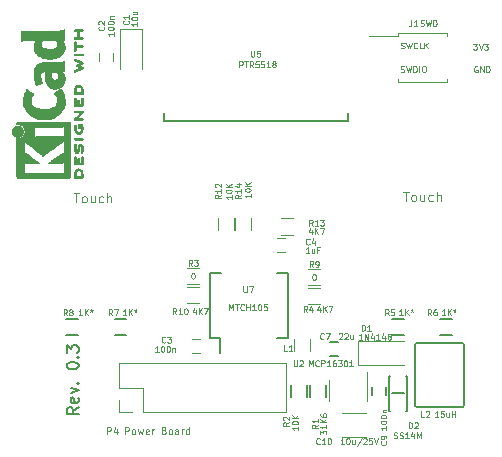
<source format=gto>
G04 #@! TF.GenerationSoftware,KiCad,Pcbnew,no-vcs-found-e0b9a21~60~ubuntu15.04.1*
G04 #@! TF.CreationDate,2017-10-17T01:10:57+03:00*
G04 #@! TF.ProjectId,livolo_2_channels_1way_eu_switch,6C69766F6C6F5F325F6368616E6E656C,rev?*
G04 #@! TF.SameCoordinates,Original*
G04 #@! TF.FileFunction,Legend,Top*
G04 #@! TF.FilePolarity,Positive*
%FSLAX46Y46*%
G04 Gerber Fmt 4.6, Leading zero omitted, Abs format (unit mm)*
G04 Created by KiCad (PCBNEW no-vcs-found-e0b9a21~60~ubuntu15.04.1) date Tue Oct 17 01:10:57 2017*
%MOMM*%
%LPD*%
G01*
G04 APERTURE LIST*
%ADD10C,0.200000*%
%ADD11C,0.100000*%
%ADD12C,0.010000*%
%ADD13C,0.150000*%
%ADD14C,0.120000*%
%ADD15R,2.000000X0.812800*%
%ADD16R,0.500000X0.900000*%
%ADD17R,2.000000X1.000000*%
%ADD18R,4.000000X2.000000*%
%ADD19R,1.200000X2.000000*%
%ADD20R,1.200000X1.400000*%
%ADD21R,0.900000X1.200000*%
%ADD22R,0.650000X1.060000*%
%ADD23C,1.500000*%
%ADD24R,1.200000X0.750000*%
%ADD25R,0.750000X1.200000*%
%ADD26R,1.200000X0.900000*%
%ADD27R,0.900000X0.500000*%
%ADD28O,1.350000X1.350000*%
%ADD29R,1.350000X1.350000*%
%ADD30R,1.260000X1.750000*%
%ADD31R,1.000000X1.600000*%
%ADD32R,0.400000X1.200000*%
G04 APERTURE END LIST*
D10*
X127152380Y-110209523D02*
X126676190Y-110542857D01*
X127152380Y-110780952D02*
X126152380Y-110780952D01*
X126152380Y-110400000D01*
X126200000Y-110304761D01*
X126247619Y-110257142D01*
X126342857Y-110209523D01*
X126485714Y-110209523D01*
X126580952Y-110257142D01*
X126628571Y-110304761D01*
X126676190Y-110400000D01*
X126676190Y-110780952D01*
X127104761Y-109400000D02*
X127152380Y-109495238D01*
X127152380Y-109685714D01*
X127104761Y-109780952D01*
X127009523Y-109828571D01*
X126628571Y-109828571D01*
X126533333Y-109780952D01*
X126485714Y-109685714D01*
X126485714Y-109495238D01*
X126533333Y-109400000D01*
X126628571Y-109352380D01*
X126723809Y-109352380D01*
X126819047Y-109828571D01*
X126485714Y-109019047D02*
X127152380Y-108780952D01*
X126485714Y-108542857D01*
X127057142Y-108161904D02*
X127104761Y-108114285D01*
X127152380Y-108161904D01*
X127104761Y-108209523D01*
X127057142Y-108161904D01*
X127152380Y-108161904D01*
X126152380Y-106733333D02*
X126152380Y-106638095D01*
X126200000Y-106542857D01*
X126247619Y-106495238D01*
X126342857Y-106447619D01*
X126533333Y-106400000D01*
X126771428Y-106400000D01*
X126961904Y-106447619D01*
X127057142Y-106495238D01*
X127104761Y-106542857D01*
X127152380Y-106638095D01*
X127152380Y-106733333D01*
X127104761Y-106828571D01*
X127057142Y-106876190D01*
X126961904Y-106923809D01*
X126771428Y-106971428D01*
X126533333Y-106971428D01*
X126342857Y-106923809D01*
X126247619Y-106876190D01*
X126200000Y-106828571D01*
X126152380Y-106733333D01*
X127057142Y-105971428D02*
X127104761Y-105923809D01*
X127152380Y-105971428D01*
X127104761Y-106019047D01*
X127057142Y-105971428D01*
X127152380Y-105971428D01*
X126152380Y-105590476D02*
X126152380Y-104971428D01*
X126533333Y-105304761D01*
X126533333Y-105161904D01*
X126580952Y-105066666D01*
X126628571Y-105019047D01*
X126723809Y-104971428D01*
X126961904Y-104971428D01*
X127057142Y-105019047D01*
X127104761Y-105066666D01*
X127152380Y-105161904D01*
X127152380Y-105447619D01*
X127104761Y-105542857D01*
X127057142Y-105590476D01*
D11*
X154440476Y-81802380D02*
X154511904Y-81826190D01*
X154630952Y-81826190D01*
X154678571Y-81802380D01*
X154702380Y-81778571D01*
X154726190Y-81730952D01*
X154726190Y-81683333D01*
X154702380Y-81635714D01*
X154678571Y-81611904D01*
X154630952Y-81588095D01*
X154535714Y-81564285D01*
X154488095Y-81540476D01*
X154464285Y-81516666D01*
X154440476Y-81469047D01*
X154440476Y-81421428D01*
X154464285Y-81373809D01*
X154488095Y-81350000D01*
X154535714Y-81326190D01*
X154654761Y-81326190D01*
X154726190Y-81350000D01*
X154892857Y-81326190D02*
X155011904Y-81826190D01*
X155107142Y-81469047D01*
X155202380Y-81826190D01*
X155321428Y-81326190D01*
X155511904Y-81826190D02*
X155511904Y-81326190D01*
X155630952Y-81326190D01*
X155702380Y-81350000D01*
X155750000Y-81397619D01*
X155773809Y-81445238D01*
X155797619Y-81540476D01*
X155797619Y-81611904D01*
X155773809Y-81707142D01*
X155750000Y-81754761D01*
X155702380Y-81802380D01*
X155630952Y-81826190D01*
X155511904Y-81826190D01*
X156011904Y-81826190D02*
X156011904Y-81326190D01*
X156345238Y-81326190D02*
X156440476Y-81326190D01*
X156488095Y-81350000D01*
X156535714Y-81397619D01*
X156559523Y-81492857D01*
X156559523Y-81659523D01*
X156535714Y-81754761D01*
X156488095Y-81802380D01*
X156440476Y-81826190D01*
X156345238Y-81826190D01*
X156297619Y-81802380D01*
X156250000Y-81754761D01*
X156226190Y-81659523D01*
X156226190Y-81492857D01*
X156250000Y-81397619D01*
X156297619Y-81350000D01*
X156345238Y-81326190D01*
X160919047Y-81350000D02*
X160871428Y-81326190D01*
X160800000Y-81326190D01*
X160728571Y-81350000D01*
X160680952Y-81397619D01*
X160657142Y-81445238D01*
X160633333Y-81540476D01*
X160633333Y-81611904D01*
X160657142Y-81707142D01*
X160680952Y-81754761D01*
X160728571Y-81802380D01*
X160800000Y-81826190D01*
X160847619Y-81826190D01*
X160919047Y-81802380D01*
X160942857Y-81778571D01*
X160942857Y-81611904D01*
X160847619Y-81611904D01*
X161157142Y-81826190D02*
X161157142Y-81326190D01*
X161442857Y-81826190D01*
X161442857Y-81326190D01*
X161680952Y-81826190D02*
X161680952Y-81326190D01*
X161800000Y-81326190D01*
X161871428Y-81350000D01*
X161919047Y-81397619D01*
X161942857Y-81445238D01*
X161966666Y-81540476D01*
X161966666Y-81611904D01*
X161942857Y-81707142D01*
X161919047Y-81754761D01*
X161871428Y-81802380D01*
X161800000Y-81826190D01*
X161680952Y-81826190D01*
X154469047Y-79802380D02*
X154540476Y-79826190D01*
X154659523Y-79826190D01*
X154707142Y-79802380D01*
X154730952Y-79778571D01*
X154754761Y-79730952D01*
X154754761Y-79683333D01*
X154730952Y-79635714D01*
X154707142Y-79611904D01*
X154659523Y-79588095D01*
X154564285Y-79564285D01*
X154516666Y-79540476D01*
X154492857Y-79516666D01*
X154469047Y-79469047D01*
X154469047Y-79421428D01*
X154492857Y-79373809D01*
X154516666Y-79350000D01*
X154564285Y-79326190D01*
X154683333Y-79326190D01*
X154754761Y-79350000D01*
X154921428Y-79326190D02*
X155040476Y-79826190D01*
X155135714Y-79469047D01*
X155230952Y-79826190D01*
X155350000Y-79326190D01*
X155826190Y-79778571D02*
X155802380Y-79802380D01*
X155730952Y-79826190D01*
X155683333Y-79826190D01*
X155611904Y-79802380D01*
X155564285Y-79754761D01*
X155540476Y-79707142D01*
X155516666Y-79611904D01*
X155516666Y-79540476D01*
X155540476Y-79445238D01*
X155564285Y-79397619D01*
X155611904Y-79350000D01*
X155683333Y-79326190D01*
X155730952Y-79326190D01*
X155802380Y-79350000D01*
X155826190Y-79373809D01*
X156278571Y-79826190D02*
X156040476Y-79826190D01*
X156040476Y-79326190D01*
X156445238Y-79826190D02*
X156445238Y-79326190D01*
X156730952Y-79826190D02*
X156516666Y-79540476D01*
X156730952Y-79326190D02*
X156445238Y-79611904D01*
X160580952Y-79426190D02*
X160890476Y-79426190D01*
X160723809Y-79616666D01*
X160795238Y-79616666D01*
X160842857Y-79640476D01*
X160866666Y-79664285D01*
X160890476Y-79711904D01*
X160890476Y-79830952D01*
X160866666Y-79878571D01*
X160842857Y-79902380D01*
X160795238Y-79926190D01*
X160652380Y-79926190D01*
X160604761Y-79902380D01*
X160580952Y-79878571D01*
X161033333Y-79426190D02*
X161200000Y-79926190D01*
X161366666Y-79426190D01*
X161485714Y-79426190D02*
X161795238Y-79426190D01*
X161628571Y-79616666D01*
X161700000Y-79616666D01*
X161747619Y-79640476D01*
X161771428Y-79664285D01*
X161795238Y-79711904D01*
X161795238Y-79830952D01*
X161771428Y-79878571D01*
X161747619Y-79902380D01*
X161700000Y-79926190D01*
X161557142Y-79926190D01*
X161509523Y-79902380D01*
X161485714Y-79878571D01*
D12*
G36*
X126769066Y-90621371D02*
X126769467Y-90581889D01*
X126772259Y-90466200D01*
X126780550Y-90369311D01*
X126795232Y-90287919D01*
X126817193Y-90218723D01*
X126847322Y-90158420D01*
X126886510Y-90103708D01*
X126903532Y-90084167D01*
X126943363Y-90051750D01*
X126997413Y-90022520D01*
X127057323Y-89999991D01*
X127114739Y-89987679D01*
X127135956Y-89986400D01*
X127194769Y-89994417D01*
X127259013Y-90015899D01*
X127319821Y-90046999D01*
X127368330Y-90083866D01*
X127374182Y-90089854D01*
X127415321Y-90140579D01*
X127447435Y-90196125D01*
X127471365Y-90259696D01*
X127487953Y-90334494D01*
X127498041Y-90423722D01*
X127502469Y-90530582D01*
X127502845Y-90579528D01*
X127502545Y-90641762D01*
X127501292Y-90685528D01*
X127498554Y-90714931D01*
X127493801Y-90734079D01*
X127486501Y-90747077D01*
X127480267Y-90754045D01*
X127472694Y-90760626D01*
X127462924Y-90765788D01*
X127448340Y-90769703D01*
X127426326Y-90772543D01*
X127394264Y-90774480D01*
X127349536Y-90775684D01*
X127289526Y-90776328D01*
X127211617Y-90776583D01*
X127135956Y-90776622D01*
X127035041Y-90776870D01*
X126954427Y-90776817D01*
X126915822Y-90775857D01*
X126915822Y-90629867D01*
X127356089Y-90629867D01*
X127356004Y-90536734D01*
X127354396Y-90480693D01*
X127350256Y-90421999D01*
X127344464Y-90373028D01*
X127344226Y-90371538D01*
X127325090Y-90292392D01*
X127295287Y-90231002D01*
X127252878Y-90184305D01*
X127206961Y-90154635D01*
X127156026Y-90136353D01*
X127108200Y-90137771D01*
X127056933Y-90158988D01*
X127003899Y-90200489D01*
X126964600Y-90257998D01*
X126938331Y-90332750D01*
X126929035Y-90382708D01*
X126922507Y-90439416D01*
X126917782Y-90499519D01*
X126915817Y-90550639D01*
X126915808Y-90553667D01*
X126915822Y-90629867D01*
X126915822Y-90775857D01*
X126891851Y-90775260D01*
X126845055Y-90770998D01*
X126811778Y-90762830D01*
X126789759Y-90749556D01*
X126776739Y-90729974D01*
X126770457Y-90702883D01*
X126768653Y-90667082D01*
X126769066Y-90621371D01*
X126769066Y-90621371D01*
G37*
X126769066Y-90621371D02*
X126769467Y-90581889D01*
X126772259Y-90466200D01*
X126780550Y-90369311D01*
X126795232Y-90287919D01*
X126817193Y-90218723D01*
X126847322Y-90158420D01*
X126886510Y-90103708D01*
X126903532Y-90084167D01*
X126943363Y-90051750D01*
X126997413Y-90022520D01*
X127057323Y-89999991D01*
X127114739Y-89987679D01*
X127135956Y-89986400D01*
X127194769Y-89994417D01*
X127259013Y-90015899D01*
X127319821Y-90046999D01*
X127368330Y-90083866D01*
X127374182Y-90089854D01*
X127415321Y-90140579D01*
X127447435Y-90196125D01*
X127471365Y-90259696D01*
X127487953Y-90334494D01*
X127498041Y-90423722D01*
X127502469Y-90530582D01*
X127502845Y-90579528D01*
X127502545Y-90641762D01*
X127501292Y-90685528D01*
X127498554Y-90714931D01*
X127493801Y-90734079D01*
X127486501Y-90747077D01*
X127480267Y-90754045D01*
X127472694Y-90760626D01*
X127462924Y-90765788D01*
X127448340Y-90769703D01*
X127426326Y-90772543D01*
X127394264Y-90774480D01*
X127349536Y-90775684D01*
X127289526Y-90776328D01*
X127211617Y-90776583D01*
X127135956Y-90776622D01*
X127035041Y-90776870D01*
X126954427Y-90776817D01*
X126915822Y-90775857D01*
X126915822Y-90629867D01*
X127356089Y-90629867D01*
X127356004Y-90536734D01*
X127354396Y-90480693D01*
X127350256Y-90421999D01*
X127344464Y-90373028D01*
X127344226Y-90371538D01*
X127325090Y-90292392D01*
X127295287Y-90231002D01*
X127252878Y-90184305D01*
X127206961Y-90154635D01*
X127156026Y-90136353D01*
X127108200Y-90137771D01*
X127056933Y-90158988D01*
X127003899Y-90200489D01*
X126964600Y-90257998D01*
X126938331Y-90332750D01*
X126929035Y-90382708D01*
X126922507Y-90439416D01*
X126917782Y-90499519D01*
X126915817Y-90550639D01*
X126915808Y-90553667D01*
X126915822Y-90629867D01*
X126915822Y-90775857D01*
X126891851Y-90775260D01*
X126845055Y-90770998D01*
X126811778Y-90762830D01*
X126789759Y-90749556D01*
X126776739Y-90729974D01*
X126770457Y-90702883D01*
X126768653Y-90667082D01*
X126769066Y-90621371D01*
G36*
X126769146Y-89212794D02*
X126769518Y-89143386D01*
X126770385Y-89090997D01*
X126771946Y-89052847D01*
X126774403Y-89026159D01*
X126777957Y-89008153D01*
X126782810Y-88996049D01*
X126789161Y-88987069D01*
X126792084Y-88983818D01*
X126823142Y-88964043D01*
X126858828Y-88960482D01*
X126890510Y-88973491D01*
X126896913Y-88979506D01*
X126903121Y-88989235D01*
X126907910Y-89004901D01*
X126911514Y-89029408D01*
X126914164Y-89065661D01*
X126916095Y-89116565D01*
X126917539Y-89185026D01*
X126918418Y-89247617D01*
X126921467Y-89495334D01*
X126986378Y-89498719D01*
X127051289Y-89502105D01*
X127051289Y-89333958D01*
X127051919Y-89260959D01*
X127054553Y-89207517D01*
X127060309Y-89170628D01*
X127070304Y-89147288D01*
X127085656Y-89134494D01*
X127107482Y-89129242D01*
X127127738Y-89128445D01*
X127152592Y-89130923D01*
X127170906Y-89140277D01*
X127183637Y-89159383D01*
X127191741Y-89191118D01*
X127196176Y-89238359D01*
X127197899Y-89303983D01*
X127198045Y-89339801D01*
X127198045Y-89500978D01*
X127356089Y-89500978D01*
X127356089Y-89252622D01*
X127356202Y-89171213D01*
X127356712Y-89109342D01*
X127357870Y-89063968D01*
X127359930Y-89032054D01*
X127363146Y-89010559D01*
X127367772Y-88996443D01*
X127374059Y-88986668D01*
X127378667Y-88981689D01*
X127405560Y-88964610D01*
X127429467Y-88959111D01*
X127458667Y-88966963D01*
X127480267Y-88981689D01*
X127487066Y-88989546D01*
X127492346Y-88999688D01*
X127496298Y-89014844D01*
X127499113Y-89037741D01*
X127500982Y-89071109D01*
X127502098Y-89117675D01*
X127502651Y-89180167D01*
X127502833Y-89261314D01*
X127502845Y-89303422D01*
X127502765Y-89393598D01*
X127502398Y-89463924D01*
X127501552Y-89517129D01*
X127500036Y-89555940D01*
X127497659Y-89583087D01*
X127494229Y-89601298D01*
X127489554Y-89613300D01*
X127483444Y-89621822D01*
X127480267Y-89625156D01*
X127472670Y-89631755D01*
X127462870Y-89636927D01*
X127448239Y-89640846D01*
X127426152Y-89643684D01*
X127393982Y-89645615D01*
X127349103Y-89646812D01*
X127288889Y-89647448D01*
X127210713Y-89647697D01*
X127137923Y-89647734D01*
X127044707Y-89647700D01*
X126971431Y-89647465D01*
X126915458Y-89646830D01*
X126874151Y-89645594D01*
X126844872Y-89643556D01*
X126824984Y-89640517D01*
X126811850Y-89636277D01*
X126802832Y-89630635D01*
X126795293Y-89623391D01*
X126793612Y-89621606D01*
X126786172Y-89612945D01*
X126780409Y-89602882D01*
X126776112Y-89588625D01*
X126773064Y-89567383D01*
X126771051Y-89536364D01*
X126769860Y-89492777D01*
X126769275Y-89433831D01*
X126769083Y-89356734D01*
X126769067Y-89302001D01*
X126769146Y-89212794D01*
X126769146Y-89212794D01*
G37*
X126769146Y-89212794D02*
X126769518Y-89143386D01*
X126770385Y-89090997D01*
X126771946Y-89052847D01*
X126774403Y-89026159D01*
X126777957Y-89008153D01*
X126782810Y-88996049D01*
X126789161Y-88987069D01*
X126792084Y-88983818D01*
X126823142Y-88964043D01*
X126858828Y-88960482D01*
X126890510Y-88973491D01*
X126896913Y-88979506D01*
X126903121Y-88989235D01*
X126907910Y-89004901D01*
X126911514Y-89029408D01*
X126914164Y-89065661D01*
X126916095Y-89116565D01*
X126917539Y-89185026D01*
X126918418Y-89247617D01*
X126921467Y-89495334D01*
X126986378Y-89498719D01*
X127051289Y-89502105D01*
X127051289Y-89333958D01*
X127051919Y-89260959D01*
X127054553Y-89207517D01*
X127060309Y-89170628D01*
X127070304Y-89147288D01*
X127085656Y-89134494D01*
X127107482Y-89129242D01*
X127127738Y-89128445D01*
X127152592Y-89130923D01*
X127170906Y-89140277D01*
X127183637Y-89159383D01*
X127191741Y-89191118D01*
X127196176Y-89238359D01*
X127197899Y-89303983D01*
X127198045Y-89339801D01*
X127198045Y-89500978D01*
X127356089Y-89500978D01*
X127356089Y-89252622D01*
X127356202Y-89171213D01*
X127356712Y-89109342D01*
X127357870Y-89063968D01*
X127359930Y-89032054D01*
X127363146Y-89010559D01*
X127367772Y-88996443D01*
X127374059Y-88986668D01*
X127378667Y-88981689D01*
X127405560Y-88964610D01*
X127429467Y-88959111D01*
X127458667Y-88966963D01*
X127480267Y-88981689D01*
X127487066Y-88989546D01*
X127492346Y-88999688D01*
X127496298Y-89014844D01*
X127499113Y-89037741D01*
X127500982Y-89071109D01*
X127502098Y-89117675D01*
X127502651Y-89180167D01*
X127502833Y-89261314D01*
X127502845Y-89303422D01*
X127502765Y-89393598D01*
X127502398Y-89463924D01*
X127501552Y-89517129D01*
X127500036Y-89555940D01*
X127497659Y-89583087D01*
X127494229Y-89601298D01*
X127489554Y-89613300D01*
X127483444Y-89621822D01*
X127480267Y-89625156D01*
X127472670Y-89631755D01*
X127462870Y-89636927D01*
X127448239Y-89640846D01*
X127426152Y-89643684D01*
X127393982Y-89645615D01*
X127349103Y-89646812D01*
X127288889Y-89647448D01*
X127210713Y-89647697D01*
X127137923Y-89647734D01*
X127044707Y-89647700D01*
X126971431Y-89647465D01*
X126915458Y-89646830D01*
X126874151Y-89645594D01*
X126844872Y-89643556D01*
X126824984Y-89640517D01*
X126811850Y-89636277D01*
X126802832Y-89630635D01*
X126795293Y-89623391D01*
X126793612Y-89621606D01*
X126786172Y-89612945D01*
X126780409Y-89602882D01*
X126776112Y-89588625D01*
X126773064Y-89567383D01*
X126771051Y-89536364D01*
X126769860Y-89492777D01*
X126769275Y-89433831D01*
X126769083Y-89356734D01*
X126769067Y-89302001D01*
X126769146Y-89212794D01*
G36*
X126770351Y-88191703D02*
X126775581Y-88116888D01*
X126783750Y-88047306D01*
X126794550Y-87987002D01*
X126807673Y-87940020D01*
X126822813Y-87910406D01*
X126827269Y-87905860D01*
X126861850Y-87890054D01*
X126897351Y-87894847D01*
X126927725Y-87919364D01*
X126928596Y-87920534D01*
X126937954Y-87934954D01*
X126942876Y-87950008D01*
X126943473Y-87971005D01*
X126939861Y-88003257D01*
X126932154Y-88052073D01*
X126931505Y-88056000D01*
X126922569Y-88128739D01*
X126918161Y-88207217D01*
X126918119Y-88285927D01*
X126922279Y-88359361D01*
X126930479Y-88422011D01*
X126942557Y-88468370D01*
X126943771Y-88471416D01*
X126962615Y-88505048D01*
X126981685Y-88516864D01*
X127000439Y-88507614D01*
X127018337Y-88478047D01*
X127034837Y-88428911D01*
X127049396Y-88360957D01*
X127056406Y-88315645D01*
X127069889Y-88221456D01*
X127082214Y-88146544D01*
X127094449Y-88087717D01*
X127107661Y-88041785D01*
X127122917Y-88005555D01*
X127141285Y-87975838D01*
X127163831Y-87949442D01*
X127185971Y-87928230D01*
X127216819Y-87903065D01*
X127243345Y-87890681D01*
X127276026Y-87886808D01*
X127287995Y-87886667D01*
X127327712Y-87889576D01*
X127357259Y-87901202D01*
X127383486Y-87921323D01*
X127423576Y-87962216D01*
X127454149Y-88007817D01*
X127476203Y-88061513D01*
X127490735Y-88126692D01*
X127498741Y-88206744D01*
X127501218Y-88305057D01*
X127501177Y-88321289D01*
X127499818Y-88386849D01*
X127496730Y-88451866D01*
X127492356Y-88509252D01*
X127487140Y-88551922D01*
X127486541Y-88555372D01*
X127476491Y-88597796D01*
X127463796Y-88633780D01*
X127452190Y-88654150D01*
X127421572Y-88673107D01*
X127385918Y-88674427D01*
X127354144Y-88658085D01*
X127350551Y-88654429D01*
X127339876Y-88639315D01*
X127335276Y-88620415D01*
X127336059Y-88591162D01*
X127340127Y-88555651D01*
X127343762Y-88515970D01*
X127346828Y-88460345D01*
X127349053Y-88395406D01*
X127350164Y-88327785D01*
X127350237Y-88310000D01*
X127349964Y-88242128D01*
X127348646Y-88192454D01*
X127345827Y-88156610D01*
X127341050Y-88130224D01*
X127333857Y-88108926D01*
X127327867Y-88096126D01*
X127311233Y-88068000D01*
X127296168Y-88050068D01*
X127291897Y-88047447D01*
X127274263Y-88052976D01*
X127257192Y-88079260D01*
X127241458Y-88124478D01*
X127227838Y-88186808D01*
X127224804Y-88205171D01*
X127209738Y-88301090D01*
X127197146Y-88377641D01*
X127186111Y-88437780D01*
X127175720Y-88484460D01*
X127165056Y-88520637D01*
X127153205Y-88549265D01*
X127139251Y-88573298D01*
X127122281Y-88595692D01*
X127101378Y-88619402D01*
X127094049Y-88627380D01*
X127066699Y-88655353D01*
X127045029Y-88670160D01*
X127020232Y-88675952D01*
X126988983Y-88676889D01*
X126927705Y-88666575D01*
X126875640Y-88635752D01*
X126832958Y-88584595D01*
X126799825Y-88513283D01*
X126784964Y-88462400D01*
X126775366Y-88407100D01*
X126769936Y-88340853D01*
X126768367Y-88267706D01*
X126770351Y-88191703D01*
X126770351Y-88191703D01*
G37*
X126770351Y-88191703D02*
X126775581Y-88116888D01*
X126783750Y-88047306D01*
X126794550Y-87987002D01*
X126807673Y-87940020D01*
X126822813Y-87910406D01*
X126827269Y-87905860D01*
X126861850Y-87890054D01*
X126897351Y-87894847D01*
X126927725Y-87919364D01*
X126928596Y-87920534D01*
X126937954Y-87934954D01*
X126942876Y-87950008D01*
X126943473Y-87971005D01*
X126939861Y-88003257D01*
X126932154Y-88052073D01*
X126931505Y-88056000D01*
X126922569Y-88128739D01*
X126918161Y-88207217D01*
X126918119Y-88285927D01*
X126922279Y-88359361D01*
X126930479Y-88422011D01*
X126942557Y-88468370D01*
X126943771Y-88471416D01*
X126962615Y-88505048D01*
X126981685Y-88516864D01*
X127000439Y-88507614D01*
X127018337Y-88478047D01*
X127034837Y-88428911D01*
X127049396Y-88360957D01*
X127056406Y-88315645D01*
X127069889Y-88221456D01*
X127082214Y-88146544D01*
X127094449Y-88087717D01*
X127107661Y-88041785D01*
X127122917Y-88005555D01*
X127141285Y-87975838D01*
X127163831Y-87949442D01*
X127185971Y-87928230D01*
X127216819Y-87903065D01*
X127243345Y-87890681D01*
X127276026Y-87886808D01*
X127287995Y-87886667D01*
X127327712Y-87889576D01*
X127357259Y-87901202D01*
X127383486Y-87921323D01*
X127423576Y-87962216D01*
X127454149Y-88007817D01*
X127476203Y-88061513D01*
X127490735Y-88126692D01*
X127498741Y-88206744D01*
X127501218Y-88305057D01*
X127501177Y-88321289D01*
X127499818Y-88386849D01*
X127496730Y-88451866D01*
X127492356Y-88509252D01*
X127487140Y-88551922D01*
X127486541Y-88555372D01*
X127476491Y-88597796D01*
X127463796Y-88633780D01*
X127452190Y-88654150D01*
X127421572Y-88673107D01*
X127385918Y-88674427D01*
X127354144Y-88658085D01*
X127350551Y-88654429D01*
X127339876Y-88639315D01*
X127335276Y-88620415D01*
X127336059Y-88591162D01*
X127340127Y-88555651D01*
X127343762Y-88515970D01*
X127346828Y-88460345D01*
X127349053Y-88395406D01*
X127350164Y-88327785D01*
X127350237Y-88310000D01*
X127349964Y-88242128D01*
X127348646Y-88192454D01*
X127345827Y-88156610D01*
X127341050Y-88130224D01*
X127333857Y-88108926D01*
X127327867Y-88096126D01*
X127311233Y-88068000D01*
X127296168Y-88050068D01*
X127291897Y-88047447D01*
X127274263Y-88052976D01*
X127257192Y-88079260D01*
X127241458Y-88124478D01*
X127227838Y-88186808D01*
X127224804Y-88205171D01*
X127209738Y-88301090D01*
X127197146Y-88377641D01*
X127186111Y-88437780D01*
X127175720Y-88484460D01*
X127165056Y-88520637D01*
X127153205Y-88549265D01*
X127139251Y-88573298D01*
X127122281Y-88595692D01*
X127101378Y-88619402D01*
X127094049Y-88627380D01*
X127066699Y-88655353D01*
X127045029Y-88670160D01*
X127020232Y-88675952D01*
X126988983Y-88676889D01*
X126927705Y-88666575D01*
X126875640Y-88635752D01*
X126832958Y-88584595D01*
X126799825Y-88513283D01*
X126784964Y-88462400D01*
X126775366Y-88407100D01*
X126769936Y-88340853D01*
X126768367Y-88267706D01*
X126770351Y-88191703D01*
G36*
X126791645Y-87423822D02*
X126799218Y-87417242D01*
X126808987Y-87412079D01*
X126823571Y-87408164D01*
X126845585Y-87405324D01*
X126877648Y-87403387D01*
X126922375Y-87402183D01*
X126982385Y-87401539D01*
X127060294Y-87401284D01*
X127135956Y-87401245D01*
X127229802Y-87401314D01*
X127303689Y-87401638D01*
X127360232Y-87402386D01*
X127402049Y-87403732D01*
X127431757Y-87405846D01*
X127451973Y-87408900D01*
X127465314Y-87413066D01*
X127474398Y-87418516D01*
X127480267Y-87423822D01*
X127499947Y-87456826D01*
X127498181Y-87491991D01*
X127476717Y-87523455D01*
X127468337Y-87530684D01*
X127458614Y-87536334D01*
X127444861Y-87540599D01*
X127424389Y-87543673D01*
X127394512Y-87545752D01*
X127352541Y-87547030D01*
X127295789Y-87547701D01*
X127221567Y-87547959D01*
X127137537Y-87548000D01*
X126824485Y-87548000D01*
X126796776Y-87520291D01*
X126773463Y-87486137D01*
X126772623Y-87453006D01*
X126791645Y-87423822D01*
X126791645Y-87423822D01*
G37*
X126791645Y-87423822D02*
X126799218Y-87417242D01*
X126808987Y-87412079D01*
X126823571Y-87408164D01*
X126845585Y-87405324D01*
X126877648Y-87403387D01*
X126922375Y-87402183D01*
X126982385Y-87401539D01*
X127060294Y-87401284D01*
X127135956Y-87401245D01*
X127229802Y-87401314D01*
X127303689Y-87401638D01*
X127360232Y-87402386D01*
X127402049Y-87403732D01*
X127431757Y-87405846D01*
X127451973Y-87408900D01*
X127465314Y-87413066D01*
X127474398Y-87418516D01*
X127480267Y-87423822D01*
X127499947Y-87456826D01*
X127498181Y-87491991D01*
X127476717Y-87523455D01*
X127468337Y-87530684D01*
X127458614Y-87536334D01*
X127444861Y-87540599D01*
X127424389Y-87543673D01*
X127394512Y-87545752D01*
X127352541Y-87547030D01*
X127295789Y-87547701D01*
X127221567Y-87547959D01*
X127137537Y-87548000D01*
X126824485Y-87548000D01*
X126796776Y-87520291D01*
X126773463Y-87486137D01*
X126772623Y-87453006D01*
X126791645Y-87423822D01*
G36*
X126774599Y-86450081D02*
X126786095Y-86381565D01*
X126803967Y-86328943D01*
X126827499Y-86294708D01*
X126840924Y-86285379D01*
X126872148Y-86275893D01*
X126900395Y-86282277D01*
X126927182Y-86302430D01*
X126939713Y-86333745D01*
X126938696Y-86379183D01*
X126931906Y-86414326D01*
X126918971Y-86492419D01*
X126917742Y-86572226D01*
X126928241Y-86661555D01*
X126932690Y-86686229D01*
X126956108Y-86769291D01*
X126990945Y-86834273D01*
X127036604Y-86880461D01*
X127092494Y-86907145D01*
X127121388Y-86912663D01*
X127180012Y-86909051D01*
X127231879Y-86885729D01*
X127275978Y-86844824D01*
X127311299Y-86788459D01*
X127336829Y-86718760D01*
X127351559Y-86637852D01*
X127354478Y-86547860D01*
X127344575Y-86450910D01*
X127343641Y-86445436D01*
X127336459Y-86406875D01*
X127329521Y-86385494D01*
X127319227Y-86376227D01*
X127301976Y-86374006D01*
X127292841Y-86373956D01*
X127254489Y-86373956D01*
X127254489Y-86442431D01*
X127250347Y-86502900D01*
X127237147Y-86544165D01*
X127213730Y-86568175D01*
X127178936Y-86576877D01*
X127174394Y-86576983D01*
X127144654Y-86571892D01*
X127123419Y-86554433D01*
X127109366Y-86521939D01*
X127101173Y-86471743D01*
X127098161Y-86423123D01*
X127096433Y-86352456D01*
X127099070Y-86301198D01*
X127108800Y-86266239D01*
X127128353Y-86244470D01*
X127160456Y-86232780D01*
X127207838Y-86228060D01*
X127270071Y-86227200D01*
X127339535Y-86228609D01*
X127386786Y-86232848D01*
X127412012Y-86239936D01*
X127413988Y-86241311D01*
X127445508Y-86280228D01*
X127470470Y-86337286D01*
X127488340Y-86408869D01*
X127498586Y-86491358D01*
X127500673Y-86581139D01*
X127494068Y-86674592D01*
X127485956Y-86729556D01*
X127461554Y-86815766D01*
X127421662Y-86895892D01*
X127369887Y-86962977D01*
X127359539Y-86973173D01*
X127316035Y-87006302D01*
X127262118Y-87036194D01*
X127205592Y-87059357D01*
X127154259Y-87072298D01*
X127134544Y-87073858D01*
X127093419Y-87067218D01*
X127042252Y-87049568D01*
X126988394Y-87024297D01*
X126939195Y-86994789D01*
X126906334Y-86968719D01*
X126857452Y-86907765D01*
X126818545Y-86828969D01*
X126790494Y-86735157D01*
X126774179Y-86629150D01*
X126770192Y-86532000D01*
X126774599Y-86450081D01*
X126774599Y-86450081D01*
G37*
X126774599Y-86450081D02*
X126786095Y-86381565D01*
X126803967Y-86328943D01*
X126827499Y-86294708D01*
X126840924Y-86285379D01*
X126872148Y-86275893D01*
X126900395Y-86282277D01*
X126927182Y-86302430D01*
X126939713Y-86333745D01*
X126938696Y-86379183D01*
X126931906Y-86414326D01*
X126918971Y-86492419D01*
X126917742Y-86572226D01*
X126928241Y-86661555D01*
X126932690Y-86686229D01*
X126956108Y-86769291D01*
X126990945Y-86834273D01*
X127036604Y-86880461D01*
X127092494Y-86907145D01*
X127121388Y-86912663D01*
X127180012Y-86909051D01*
X127231879Y-86885729D01*
X127275978Y-86844824D01*
X127311299Y-86788459D01*
X127336829Y-86718760D01*
X127351559Y-86637852D01*
X127354478Y-86547860D01*
X127344575Y-86450910D01*
X127343641Y-86445436D01*
X127336459Y-86406875D01*
X127329521Y-86385494D01*
X127319227Y-86376227D01*
X127301976Y-86374006D01*
X127292841Y-86373956D01*
X127254489Y-86373956D01*
X127254489Y-86442431D01*
X127250347Y-86502900D01*
X127237147Y-86544165D01*
X127213730Y-86568175D01*
X127178936Y-86576877D01*
X127174394Y-86576983D01*
X127144654Y-86571892D01*
X127123419Y-86554433D01*
X127109366Y-86521939D01*
X127101173Y-86471743D01*
X127098161Y-86423123D01*
X127096433Y-86352456D01*
X127099070Y-86301198D01*
X127108800Y-86266239D01*
X127128353Y-86244470D01*
X127160456Y-86232780D01*
X127207838Y-86228060D01*
X127270071Y-86227200D01*
X127339535Y-86228609D01*
X127386786Y-86232848D01*
X127412012Y-86239936D01*
X127413988Y-86241311D01*
X127445508Y-86280228D01*
X127470470Y-86337286D01*
X127488340Y-86408869D01*
X127498586Y-86491358D01*
X127500673Y-86581139D01*
X127494068Y-86674592D01*
X127485956Y-86729556D01*
X127461554Y-86815766D01*
X127421662Y-86895892D01*
X127369887Y-86962977D01*
X127359539Y-86973173D01*
X127316035Y-87006302D01*
X127262118Y-87036194D01*
X127205592Y-87059357D01*
X127154259Y-87072298D01*
X127134544Y-87073858D01*
X127093419Y-87067218D01*
X127042252Y-87049568D01*
X126988394Y-87024297D01*
X126939195Y-86994789D01*
X126906334Y-86968719D01*
X126857452Y-86907765D01*
X126818545Y-86828969D01*
X126790494Y-86735157D01*
X126774179Y-86629150D01*
X126770192Y-86532000D01*
X126774599Y-86450081D01*
G36*
X126773448Y-85800114D02*
X126787273Y-85776548D01*
X126809881Y-85745735D01*
X126842338Y-85706078D01*
X126885708Y-85655980D01*
X126941058Y-85593843D01*
X127009451Y-85518072D01*
X127088084Y-85431334D01*
X127251878Y-85250711D01*
X127032029Y-85245067D01*
X126956351Y-85243029D01*
X126899994Y-85241063D01*
X126859706Y-85238734D01*
X126832235Y-85235606D01*
X126814329Y-85231245D01*
X126802737Y-85225216D01*
X126794208Y-85217084D01*
X126790623Y-85212772D01*
X126771670Y-85178241D01*
X126774441Y-85145383D01*
X126790633Y-85119318D01*
X126812199Y-85092667D01*
X127127151Y-85089352D01*
X127219779Y-85088435D01*
X127292544Y-85087968D01*
X127348161Y-85088113D01*
X127389342Y-85089032D01*
X127418803Y-85090887D01*
X127439255Y-85093839D01*
X127453413Y-85098050D01*
X127463991Y-85103682D01*
X127472474Y-85109927D01*
X127488207Y-85123439D01*
X127498636Y-85136883D01*
X127502639Y-85152124D01*
X127499094Y-85171026D01*
X127486879Y-85195455D01*
X127464871Y-85227273D01*
X127431949Y-85268348D01*
X127386991Y-85320542D01*
X127328875Y-85385722D01*
X127262099Y-85459556D01*
X127021458Y-85724845D01*
X127240589Y-85730489D01*
X127316128Y-85732531D01*
X127372354Y-85734502D01*
X127412524Y-85736839D01*
X127439896Y-85739981D01*
X127457728Y-85744364D01*
X127469279Y-85750424D01*
X127477807Y-85758600D01*
X127481282Y-85762784D01*
X127500372Y-85799765D01*
X127497493Y-85834708D01*
X127473100Y-85865136D01*
X127463286Y-85872097D01*
X127451826Y-85877523D01*
X127435968Y-85881603D01*
X127412963Y-85884529D01*
X127380062Y-85886492D01*
X127334516Y-85887683D01*
X127273573Y-85888292D01*
X127194486Y-85888511D01*
X127135956Y-85888534D01*
X127044407Y-85888460D01*
X126972687Y-85888113D01*
X126918045Y-85887301D01*
X126877732Y-85885833D01*
X126848998Y-85883519D01*
X126829093Y-85880167D01*
X126815268Y-85875588D01*
X126804772Y-85869589D01*
X126798811Y-85865136D01*
X126784691Y-85853850D01*
X126774029Y-85843301D01*
X126767892Y-85831893D01*
X126767343Y-85818030D01*
X126773448Y-85800114D01*
X126773448Y-85800114D01*
G37*
X126773448Y-85800114D02*
X126787273Y-85776548D01*
X126809881Y-85745735D01*
X126842338Y-85706078D01*
X126885708Y-85655980D01*
X126941058Y-85593843D01*
X127009451Y-85518072D01*
X127088084Y-85431334D01*
X127251878Y-85250711D01*
X127032029Y-85245067D01*
X126956351Y-85243029D01*
X126899994Y-85241063D01*
X126859706Y-85238734D01*
X126832235Y-85235606D01*
X126814329Y-85231245D01*
X126802737Y-85225216D01*
X126794208Y-85217084D01*
X126790623Y-85212772D01*
X126771670Y-85178241D01*
X126774441Y-85145383D01*
X126790633Y-85119318D01*
X126812199Y-85092667D01*
X127127151Y-85089352D01*
X127219779Y-85088435D01*
X127292544Y-85087968D01*
X127348161Y-85088113D01*
X127389342Y-85089032D01*
X127418803Y-85090887D01*
X127439255Y-85093839D01*
X127453413Y-85098050D01*
X127463991Y-85103682D01*
X127472474Y-85109927D01*
X127488207Y-85123439D01*
X127498636Y-85136883D01*
X127502639Y-85152124D01*
X127499094Y-85171026D01*
X127486879Y-85195455D01*
X127464871Y-85227273D01*
X127431949Y-85268348D01*
X127386991Y-85320542D01*
X127328875Y-85385722D01*
X127262099Y-85459556D01*
X127021458Y-85724845D01*
X127240589Y-85730489D01*
X127316128Y-85732531D01*
X127372354Y-85734502D01*
X127412524Y-85736839D01*
X127439896Y-85739981D01*
X127457728Y-85744364D01*
X127469279Y-85750424D01*
X127477807Y-85758600D01*
X127481282Y-85762784D01*
X127500372Y-85799765D01*
X127497493Y-85834708D01*
X127473100Y-85865136D01*
X127463286Y-85872097D01*
X127451826Y-85877523D01*
X127435968Y-85881603D01*
X127412963Y-85884529D01*
X127380062Y-85886492D01*
X127334516Y-85887683D01*
X127273573Y-85888292D01*
X127194486Y-85888511D01*
X127135956Y-85888534D01*
X127044407Y-85888460D01*
X126972687Y-85888113D01*
X126918045Y-85887301D01*
X126877732Y-85885833D01*
X126848998Y-85883519D01*
X126829093Y-85880167D01*
X126815268Y-85875588D01*
X126804772Y-85869589D01*
X126798811Y-85865136D01*
X126784691Y-85853850D01*
X126774029Y-85843301D01*
X126767892Y-85831893D01*
X126767343Y-85818030D01*
X126773448Y-85800114D01*
G36*
X126769260Y-84269657D02*
X126770174Y-84193299D01*
X126772311Y-84134783D01*
X126776175Y-84091745D01*
X126782267Y-84061817D01*
X126791090Y-84042632D01*
X126803146Y-84031824D01*
X126818939Y-84027027D01*
X126838970Y-84025873D01*
X126841335Y-84025867D01*
X126863992Y-84026869D01*
X126881503Y-84031604D01*
X126894574Y-84042667D01*
X126903913Y-84062652D01*
X126910227Y-84094154D01*
X126914222Y-84139768D01*
X126916606Y-84202087D01*
X126918086Y-84283707D01*
X126918414Y-84308723D01*
X126921467Y-84550800D01*
X126986378Y-84554186D01*
X127051289Y-84557571D01*
X127051289Y-84389424D01*
X127051531Y-84323734D01*
X127052556Y-84276828D01*
X127054811Y-84244917D01*
X127058742Y-84224209D01*
X127064798Y-84210916D01*
X127073424Y-84201245D01*
X127073493Y-84201183D01*
X127107112Y-84183644D01*
X127143448Y-84184278D01*
X127174423Y-84202686D01*
X127177607Y-84206329D01*
X127185812Y-84219259D01*
X127191521Y-84236976D01*
X127195162Y-84263430D01*
X127197167Y-84302568D01*
X127197964Y-84358338D01*
X127198045Y-84394006D01*
X127198045Y-84556445D01*
X127356089Y-84556445D01*
X127356089Y-84309839D01*
X127356231Y-84228420D01*
X127356814Y-84166590D01*
X127358068Y-84121363D01*
X127360227Y-84089752D01*
X127363523Y-84068769D01*
X127368189Y-84055427D01*
X127374457Y-84046739D01*
X127376733Y-84044550D01*
X127408280Y-84028386D01*
X127444168Y-84027203D01*
X127475285Y-84040464D01*
X127485271Y-84050957D01*
X127490769Y-84061871D01*
X127495022Y-84078783D01*
X127498180Y-84104367D01*
X127500392Y-84141299D01*
X127501806Y-84192254D01*
X127502572Y-84259906D01*
X127502838Y-84346931D01*
X127502845Y-84366606D01*
X127502787Y-84455089D01*
X127502467Y-84523773D01*
X127501667Y-84575436D01*
X127500167Y-84612855D01*
X127497749Y-84638810D01*
X127494194Y-84656078D01*
X127489282Y-84667438D01*
X127482795Y-84675668D01*
X127478138Y-84680183D01*
X127469889Y-84686979D01*
X127459669Y-84692288D01*
X127444800Y-84696294D01*
X127422602Y-84699179D01*
X127390393Y-84701126D01*
X127345496Y-84702319D01*
X127285228Y-84702939D01*
X127206911Y-84703171D01*
X127140994Y-84703200D01*
X127048628Y-84703129D01*
X126976117Y-84702792D01*
X126920737Y-84702002D01*
X126879765Y-84700574D01*
X126850478Y-84698321D01*
X126830153Y-84695057D01*
X126816066Y-84690596D01*
X126805495Y-84684752D01*
X126798811Y-84679803D01*
X126769067Y-84656406D01*
X126769067Y-84366226D01*
X126769260Y-84269657D01*
X126769260Y-84269657D01*
G37*
X126769260Y-84269657D02*
X126770174Y-84193299D01*
X126772311Y-84134783D01*
X126776175Y-84091745D01*
X126782267Y-84061817D01*
X126791090Y-84042632D01*
X126803146Y-84031824D01*
X126818939Y-84027027D01*
X126838970Y-84025873D01*
X126841335Y-84025867D01*
X126863992Y-84026869D01*
X126881503Y-84031604D01*
X126894574Y-84042667D01*
X126903913Y-84062652D01*
X126910227Y-84094154D01*
X126914222Y-84139768D01*
X126916606Y-84202087D01*
X126918086Y-84283707D01*
X126918414Y-84308723D01*
X126921467Y-84550800D01*
X126986378Y-84554186D01*
X127051289Y-84557571D01*
X127051289Y-84389424D01*
X127051531Y-84323734D01*
X127052556Y-84276828D01*
X127054811Y-84244917D01*
X127058742Y-84224209D01*
X127064798Y-84210916D01*
X127073424Y-84201245D01*
X127073493Y-84201183D01*
X127107112Y-84183644D01*
X127143448Y-84184278D01*
X127174423Y-84202686D01*
X127177607Y-84206329D01*
X127185812Y-84219259D01*
X127191521Y-84236976D01*
X127195162Y-84263430D01*
X127197167Y-84302568D01*
X127197964Y-84358338D01*
X127198045Y-84394006D01*
X127198045Y-84556445D01*
X127356089Y-84556445D01*
X127356089Y-84309839D01*
X127356231Y-84228420D01*
X127356814Y-84166590D01*
X127358068Y-84121363D01*
X127360227Y-84089752D01*
X127363523Y-84068769D01*
X127368189Y-84055427D01*
X127374457Y-84046739D01*
X127376733Y-84044550D01*
X127408280Y-84028386D01*
X127444168Y-84027203D01*
X127475285Y-84040464D01*
X127485271Y-84050957D01*
X127490769Y-84061871D01*
X127495022Y-84078783D01*
X127498180Y-84104367D01*
X127500392Y-84141299D01*
X127501806Y-84192254D01*
X127502572Y-84259906D01*
X127502838Y-84346931D01*
X127502845Y-84366606D01*
X127502787Y-84455089D01*
X127502467Y-84523773D01*
X127501667Y-84575436D01*
X127500167Y-84612855D01*
X127497749Y-84638810D01*
X127494194Y-84656078D01*
X127489282Y-84667438D01*
X127482795Y-84675668D01*
X127478138Y-84680183D01*
X127469889Y-84686979D01*
X127459669Y-84692288D01*
X127444800Y-84696294D01*
X127422602Y-84699179D01*
X127390393Y-84701126D01*
X127345496Y-84702319D01*
X127285228Y-84702939D01*
X127206911Y-84703171D01*
X127140994Y-84703200D01*
X127048628Y-84703129D01*
X126976117Y-84702792D01*
X126920737Y-84702002D01*
X126879765Y-84700574D01*
X126850478Y-84698321D01*
X126830153Y-84695057D01*
X126816066Y-84690596D01*
X126805495Y-84684752D01*
X126798811Y-84679803D01*
X126769067Y-84656406D01*
X126769067Y-84366226D01*
X126769260Y-84269657D01*
G36*
X126769275Y-83481691D02*
X126773636Y-83352712D01*
X126786861Y-83243009D01*
X126809741Y-83150774D01*
X126843070Y-83074198D01*
X126887638Y-83011473D01*
X126944236Y-82960788D01*
X127013658Y-82920337D01*
X127015351Y-82919541D01*
X127077483Y-82895399D01*
X127132509Y-82886797D01*
X127187887Y-82893769D01*
X127251073Y-82916346D01*
X127260689Y-82920628D01*
X127316966Y-82949828D01*
X127360451Y-82982644D01*
X127397417Y-83024998D01*
X127434135Y-83082810D01*
X127436052Y-83086169D01*
X127460227Y-83136496D01*
X127478282Y-83193379D01*
X127490839Y-83260473D01*
X127498522Y-83341435D01*
X127501953Y-83439918D01*
X127502251Y-83474714D01*
X127502845Y-83640406D01*
X127473100Y-83663803D01*
X127463319Y-83670743D01*
X127451897Y-83676158D01*
X127436095Y-83680235D01*
X127413175Y-83683163D01*
X127380396Y-83685133D01*
X127356089Y-83685775D01*
X127356089Y-83529156D01*
X127356089Y-83435274D01*
X127354483Y-83380336D01*
X127350255Y-83323940D01*
X127344292Y-83277655D01*
X127343790Y-83274861D01*
X127321736Y-83192652D01*
X127288600Y-83128886D01*
X127242847Y-83081548D01*
X127182939Y-83048618D01*
X127167061Y-83042892D01*
X127142333Y-83037279D01*
X127117902Y-83039709D01*
X127085400Y-83051533D01*
X127069434Y-83058660D01*
X127027006Y-83082000D01*
X126997240Y-83110120D01*
X126976511Y-83141060D01*
X126949537Y-83203034D01*
X126929998Y-83282349D01*
X126918746Y-83374747D01*
X126916270Y-83441667D01*
X126915822Y-83529156D01*
X127356089Y-83529156D01*
X127356089Y-83685775D01*
X127335021Y-83686332D01*
X127274311Y-83686950D01*
X127195526Y-83687175D01*
X127133920Y-83687200D01*
X126824485Y-83687200D01*
X126796776Y-83659491D01*
X126785544Y-83647194D01*
X126777853Y-83633897D01*
X126773040Y-83615328D01*
X126770446Y-83587214D01*
X126769410Y-83545283D01*
X126769270Y-83485263D01*
X126769275Y-83481691D01*
X126769275Y-83481691D01*
G37*
X126769275Y-83481691D02*
X126773636Y-83352712D01*
X126786861Y-83243009D01*
X126809741Y-83150774D01*
X126843070Y-83074198D01*
X126887638Y-83011473D01*
X126944236Y-82960788D01*
X127013658Y-82920337D01*
X127015351Y-82919541D01*
X127077483Y-82895399D01*
X127132509Y-82886797D01*
X127187887Y-82893769D01*
X127251073Y-82916346D01*
X127260689Y-82920628D01*
X127316966Y-82949828D01*
X127360451Y-82982644D01*
X127397417Y-83024998D01*
X127434135Y-83082810D01*
X127436052Y-83086169D01*
X127460227Y-83136496D01*
X127478282Y-83193379D01*
X127490839Y-83260473D01*
X127498522Y-83341435D01*
X127501953Y-83439918D01*
X127502251Y-83474714D01*
X127502845Y-83640406D01*
X127473100Y-83663803D01*
X127463319Y-83670743D01*
X127451897Y-83676158D01*
X127436095Y-83680235D01*
X127413175Y-83683163D01*
X127380396Y-83685133D01*
X127356089Y-83685775D01*
X127356089Y-83529156D01*
X127356089Y-83435274D01*
X127354483Y-83380336D01*
X127350255Y-83323940D01*
X127344292Y-83277655D01*
X127343790Y-83274861D01*
X127321736Y-83192652D01*
X127288600Y-83128886D01*
X127242847Y-83081548D01*
X127182939Y-83048618D01*
X127167061Y-83042892D01*
X127142333Y-83037279D01*
X127117902Y-83039709D01*
X127085400Y-83051533D01*
X127069434Y-83058660D01*
X127027006Y-83082000D01*
X126997240Y-83110120D01*
X126976511Y-83141060D01*
X126949537Y-83203034D01*
X126929998Y-83282349D01*
X126918746Y-83374747D01*
X126916270Y-83441667D01*
X126915822Y-83529156D01*
X127356089Y-83529156D01*
X127356089Y-83685775D01*
X127335021Y-83686332D01*
X127274311Y-83686950D01*
X127195526Y-83687175D01*
X127133920Y-83687200D01*
X126824485Y-83687200D01*
X126796776Y-83659491D01*
X126785544Y-83647194D01*
X126777853Y-83633897D01*
X126773040Y-83615328D01*
X126770446Y-83587214D01*
X126769410Y-83545283D01*
X126769270Y-83485263D01*
X126769275Y-83481691D01*
G36*
X126771034Y-80755335D02*
X126778035Y-80735745D01*
X126778377Y-80734990D01*
X126798678Y-80708387D01*
X126819561Y-80693730D01*
X126829352Y-80690862D01*
X126842361Y-80691004D01*
X126860895Y-80695039D01*
X126887257Y-80703854D01*
X126923752Y-80718331D01*
X126972687Y-80739355D01*
X127036365Y-80767812D01*
X127117093Y-80804585D01*
X127161216Y-80824825D01*
X127239985Y-80861375D01*
X127312423Y-80895685D01*
X127375880Y-80926448D01*
X127427708Y-80952352D01*
X127465259Y-80972090D01*
X127485884Y-80984350D01*
X127488733Y-80986776D01*
X127501302Y-81017817D01*
X127499619Y-81052879D01*
X127484332Y-81081000D01*
X127483089Y-81082146D01*
X127466154Y-81093332D01*
X127433170Y-81112096D01*
X127388380Y-81136125D01*
X127336032Y-81163103D01*
X127316742Y-81172799D01*
X127170150Y-81245986D01*
X127329393Y-81325760D01*
X127384415Y-81354233D01*
X127432132Y-81380650D01*
X127468893Y-81402852D01*
X127491044Y-81418681D01*
X127495741Y-81424046D01*
X127502102Y-81465743D01*
X127488733Y-81500151D01*
X127474446Y-81510272D01*
X127442692Y-81527786D01*
X127396597Y-81551265D01*
X127339285Y-81579280D01*
X127273880Y-81610401D01*
X127203507Y-81643201D01*
X127131291Y-81676250D01*
X127060355Y-81708119D01*
X126993825Y-81737381D01*
X126934826Y-81762605D01*
X126886481Y-81782364D01*
X126851915Y-81795228D01*
X126834253Y-81799769D01*
X126833613Y-81799723D01*
X126811388Y-81788674D01*
X126788753Y-81766590D01*
X126787768Y-81765290D01*
X126772425Y-81738147D01*
X126772574Y-81713042D01*
X126775466Y-81703632D01*
X126781718Y-81692166D01*
X126794014Y-81679990D01*
X126814908Y-81665643D01*
X126846949Y-81647664D01*
X126892688Y-81624593D01*
X126954677Y-81594970D01*
X127011898Y-81568255D01*
X127078226Y-81537520D01*
X127137874Y-81509979D01*
X127187725Y-81487062D01*
X127224664Y-81470202D01*
X127245573Y-81460827D01*
X127248845Y-81459460D01*
X127243497Y-81453311D01*
X127221109Y-81439178D01*
X127184946Y-81418943D01*
X127138277Y-81394485D01*
X127119022Y-81384752D01*
X127054004Y-81351783D01*
X127006654Y-81326357D01*
X126974219Y-81306388D01*
X126953946Y-81289790D01*
X126943082Y-81274476D01*
X126938875Y-81258360D01*
X126938400Y-81247857D01*
X126940042Y-81229330D01*
X126946831Y-81213096D01*
X126961566Y-81196965D01*
X126987044Y-81178749D01*
X127026061Y-81156261D01*
X127081414Y-81127311D01*
X127112903Y-81111338D01*
X127163087Y-81085430D01*
X127204704Y-81062833D01*
X127234242Y-81045542D01*
X127248189Y-81035550D01*
X127248770Y-81034191D01*
X127237793Y-81027739D01*
X127209290Y-81013292D01*
X127166244Y-80992297D01*
X127111638Y-80966203D01*
X127048454Y-80936454D01*
X127017071Y-80921820D01*
X126936078Y-80883750D01*
X126873756Y-80853095D01*
X126828071Y-80828263D01*
X126796989Y-80807663D01*
X126778478Y-80789702D01*
X126770504Y-80772790D01*
X126771034Y-80755335D01*
X126771034Y-80755335D01*
G37*
X126771034Y-80755335D02*
X126778035Y-80735745D01*
X126778377Y-80734990D01*
X126798678Y-80708387D01*
X126819561Y-80693730D01*
X126829352Y-80690862D01*
X126842361Y-80691004D01*
X126860895Y-80695039D01*
X126887257Y-80703854D01*
X126923752Y-80718331D01*
X126972687Y-80739355D01*
X127036365Y-80767812D01*
X127117093Y-80804585D01*
X127161216Y-80824825D01*
X127239985Y-80861375D01*
X127312423Y-80895685D01*
X127375880Y-80926448D01*
X127427708Y-80952352D01*
X127465259Y-80972090D01*
X127485884Y-80984350D01*
X127488733Y-80986776D01*
X127501302Y-81017817D01*
X127499619Y-81052879D01*
X127484332Y-81081000D01*
X127483089Y-81082146D01*
X127466154Y-81093332D01*
X127433170Y-81112096D01*
X127388380Y-81136125D01*
X127336032Y-81163103D01*
X127316742Y-81172799D01*
X127170150Y-81245986D01*
X127329393Y-81325760D01*
X127384415Y-81354233D01*
X127432132Y-81380650D01*
X127468893Y-81402852D01*
X127491044Y-81418681D01*
X127495741Y-81424046D01*
X127502102Y-81465743D01*
X127488733Y-81500151D01*
X127474446Y-81510272D01*
X127442692Y-81527786D01*
X127396597Y-81551265D01*
X127339285Y-81579280D01*
X127273880Y-81610401D01*
X127203507Y-81643201D01*
X127131291Y-81676250D01*
X127060355Y-81708119D01*
X126993825Y-81737381D01*
X126934826Y-81762605D01*
X126886481Y-81782364D01*
X126851915Y-81795228D01*
X126834253Y-81799769D01*
X126833613Y-81799723D01*
X126811388Y-81788674D01*
X126788753Y-81766590D01*
X126787768Y-81765290D01*
X126772425Y-81738147D01*
X126772574Y-81713042D01*
X126775466Y-81703632D01*
X126781718Y-81692166D01*
X126794014Y-81679990D01*
X126814908Y-81665643D01*
X126846949Y-81647664D01*
X126892688Y-81624593D01*
X126954677Y-81594970D01*
X127011898Y-81568255D01*
X127078226Y-81537520D01*
X127137874Y-81509979D01*
X127187725Y-81487062D01*
X127224664Y-81470202D01*
X127245573Y-81460827D01*
X127248845Y-81459460D01*
X127243497Y-81453311D01*
X127221109Y-81439178D01*
X127184946Y-81418943D01*
X127138277Y-81394485D01*
X127119022Y-81384752D01*
X127054004Y-81351783D01*
X127006654Y-81326357D01*
X126974219Y-81306388D01*
X126953946Y-81289790D01*
X126943082Y-81274476D01*
X126938875Y-81258360D01*
X126938400Y-81247857D01*
X126940042Y-81229330D01*
X126946831Y-81213096D01*
X126961566Y-81196965D01*
X126987044Y-81178749D01*
X127026061Y-81156261D01*
X127081414Y-81127311D01*
X127112903Y-81111338D01*
X127163087Y-81085430D01*
X127204704Y-81062833D01*
X127234242Y-81045542D01*
X127248189Y-81035550D01*
X127248770Y-81034191D01*
X127237793Y-81027739D01*
X127209290Y-81013292D01*
X127166244Y-80992297D01*
X127111638Y-80966203D01*
X127048454Y-80936454D01*
X127017071Y-80921820D01*
X126936078Y-80883750D01*
X126873756Y-80853095D01*
X126828071Y-80828263D01*
X126796989Y-80807663D01*
X126778478Y-80789702D01*
X126770504Y-80772790D01*
X126771034Y-80755335D01*
G36*
X126775877Y-80311386D02*
X126790647Y-80287673D01*
X126812227Y-80261022D01*
X127133773Y-80261022D01*
X127227830Y-80261107D01*
X127301932Y-80261471D01*
X127358704Y-80262276D01*
X127400768Y-80263687D01*
X127430748Y-80265867D01*
X127451267Y-80268979D01*
X127464949Y-80273186D01*
X127474416Y-80278652D01*
X127479082Y-80282528D01*
X127499575Y-80313966D01*
X127498739Y-80349767D01*
X127481264Y-80381127D01*
X127459684Y-80407778D01*
X126812227Y-80407778D01*
X126790647Y-80381127D01*
X126774949Y-80355406D01*
X126769067Y-80334400D01*
X126775877Y-80311386D01*
X126775877Y-80311386D01*
G37*
X126775877Y-80311386D02*
X126790647Y-80287673D01*
X126812227Y-80261022D01*
X127133773Y-80261022D01*
X127227830Y-80261107D01*
X127301932Y-80261471D01*
X127358704Y-80262276D01*
X127400768Y-80263687D01*
X127430748Y-80265867D01*
X127451267Y-80268979D01*
X127464949Y-80273186D01*
X127474416Y-80278652D01*
X127479082Y-80282528D01*
X127499575Y-80313966D01*
X127498739Y-80349767D01*
X127481264Y-80381127D01*
X127459684Y-80407778D01*
X126812227Y-80407778D01*
X126790647Y-80381127D01*
X126774949Y-80355406D01*
X126769067Y-80334400D01*
X126775877Y-80311386D01*
G36*
X126769163Y-79536935D02*
X126769542Y-79458228D01*
X126770333Y-79397137D01*
X126771670Y-79351183D01*
X126773683Y-79317886D01*
X126776506Y-79294764D01*
X126780269Y-79279338D01*
X126785105Y-79269129D01*
X126788822Y-79264187D01*
X126821358Y-79238543D01*
X126855138Y-79235441D01*
X126885826Y-79251289D01*
X126898089Y-79261652D01*
X126906450Y-79272804D01*
X126911657Y-79288965D01*
X126914457Y-79314358D01*
X126915596Y-79353202D01*
X126915821Y-79409720D01*
X126915822Y-79420820D01*
X126915822Y-79566756D01*
X127186756Y-79566756D01*
X127272154Y-79566852D01*
X127337864Y-79567289D01*
X127386774Y-79568288D01*
X127421773Y-79570072D01*
X127445749Y-79572863D01*
X127461593Y-79576883D01*
X127472191Y-79582355D01*
X127480267Y-79589334D01*
X127500112Y-79622266D01*
X127498548Y-79656646D01*
X127475906Y-79687824D01*
X127473100Y-79690114D01*
X127462492Y-79697571D01*
X127450081Y-79703253D01*
X127432850Y-79707399D01*
X127407784Y-79710250D01*
X127371867Y-79712046D01*
X127322083Y-79713028D01*
X127255417Y-79713436D01*
X127179589Y-79713511D01*
X126915822Y-79713511D01*
X126915822Y-79852873D01*
X126915418Y-79912678D01*
X126913840Y-79954082D01*
X126910547Y-79981252D01*
X126904992Y-79998354D01*
X126896631Y-80009557D01*
X126895178Y-80010917D01*
X126861939Y-80027275D01*
X126824362Y-80025828D01*
X126791645Y-80007022D01*
X126785298Y-79999750D01*
X126780266Y-79990373D01*
X126776396Y-79976391D01*
X126773537Y-79955304D01*
X126771535Y-79924611D01*
X126770239Y-79881811D01*
X126769498Y-79824405D01*
X126769158Y-79749890D01*
X126769068Y-79655767D01*
X126769067Y-79635740D01*
X126769163Y-79536935D01*
X126769163Y-79536935D01*
G37*
X126769163Y-79536935D02*
X126769542Y-79458228D01*
X126770333Y-79397137D01*
X126771670Y-79351183D01*
X126773683Y-79317886D01*
X126776506Y-79294764D01*
X126780269Y-79279338D01*
X126785105Y-79269129D01*
X126788822Y-79264187D01*
X126821358Y-79238543D01*
X126855138Y-79235441D01*
X126885826Y-79251289D01*
X126898089Y-79261652D01*
X126906450Y-79272804D01*
X126911657Y-79288965D01*
X126914457Y-79314358D01*
X126915596Y-79353202D01*
X126915821Y-79409720D01*
X126915822Y-79420820D01*
X126915822Y-79566756D01*
X127186756Y-79566756D01*
X127272154Y-79566852D01*
X127337864Y-79567289D01*
X127386774Y-79568288D01*
X127421773Y-79570072D01*
X127445749Y-79572863D01*
X127461593Y-79576883D01*
X127472191Y-79582355D01*
X127480267Y-79589334D01*
X127500112Y-79622266D01*
X127498548Y-79656646D01*
X127475906Y-79687824D01*
X127473100Y-79690114D01*
X127462492Y-79697571D01*
X127450081Y-79703253D01*
X127432850Y-79707399D01*
X127407784Y-79710250D01*
X127371867Y-79712046D01*
X127322083Y-79713028D01*
X127255417Y-79713436D01*
X127179589Y-79713511D01*
X126915822Y-79713511D01*
X126915822Y-79852873D01*
X126915418Y-79912678D01*
X126913840Y-79954082D01*
X126910547Y-79981252D01*
X126904992Y-79998354D01*
X126896631Y-80009557D01*
X126895178Y-80010917D01*
X126861939Y-80027275D01*
X126824362Y-80025828D01*
X126791645Y-80007022D01*
X126785298Y-79999750D01*
X126780266Y-79990373D01*
X126776396Y-79976391D01*
X126773537Y-79955304D01*
X126771535Y-79924611D01*
X126770239Y-79881811D01*
X126769498Y-79824405D01*
X126769158Y-79749890D01*
X126769068Y-79655767D01*
X126769067Y-79635740D01*
X126769163Y-79536935D01*
G36*
X126774533Y-78271177D02*
X126796776Y-78239798D01*
X126824485Y-78212089D01*
X127133920Y-78212089D01*
X127225799Y-78212162D01*
X127297840Y-78212505D01*
X127352780Y-78213308D01*
X127393360Y-78214759D01*
X127422317Y-78217048D01*
X127442391Y-78220364D01*
X127456321Y-78224895D01*
X127466845Y-78230831D01*
X127473100Y-78235486D01*
X127497673Y-78266217D01*
X127500341Y-78301504D01*
X127485271Y-78333755D01*
X127476374Y-78344412D01*
X127464557Y-78351536D01*
X127445526Y-78355833D01*
X127414992Y-78358009D01*
X127368662Y-78358772D01*
X127332871Y-78358845D01*
X127198045Y-78358845D01*
X127198045Y-78855556D01*
X127320700Y-78855556D01*
X127376787Y-78856069D01*
X127415333Y-78858124D01*
X127441361Y-78862492D01*
X127459897Y-78869944D01*
X127473100Y-78878953D01*
X127497604Y-78909856D01*
X127500506Y-78944804D01*
X127483089Y-78978262D01*
X127473959Y-78987396D01*
X127461855Y-78993848D01*
X127443001Y-78998103D01*
X127413620Y-79000648D01*
X127369937Y-79001971D01*
X127308175Y-79002557D01*
X127294000Y-79002625D01*
X127177631Y-79003109D01*
X127081727Y-79003359D01*
X127004177Y-79003277D01*
X126942869Y-79002769D01*
X126895690Y-79001738D01*
X126860530Y-79000087D01*
X126835276Y-78997721D01*
X126817817Y-78994543D01*
X126806041Y-78990456D01*
X126797835Y-78985366D01*
X126791645Y-78979734D01*
X126771844Y-78947872D01*
X126774533Y-78914643D01*
X126796776Y-78883265D01*
X126811126Y-78870567D01*
X126826978Y-78862474D01*
X126849554Y-78857958D01*
X126884078Y-78855994D01*
X126935776Y-78855556D01*
X127051289Y-78855556D01*
X127051289Y-78358845D01*
X126932756Y-78358845D01*
X126878148Y-78358338D01*
X126841275Y-78356302D01*
X126817307Y-78351965D01*
X126801415Y-78344553D01*
X126791645Y-78336267D01*
X126771844Y-78304406D01*
X126774533Y-78271177D01*
X126774533Y-78271177D01*
G37*
X126774533Y-78271177D02*
X126796776Y-78239798D01*
X126824485Y-78212089D01*
X127133920Y-78212089D01*
X127225799Y-78212162D01*
X127297840Y-78212505D01*
X127352780Y-78213308D01*
X127393360Y-78214759D01*
X127422317Y-78217048D01*
X127442391Y-78220364D01*
X127456321Y-78224895D01*
X127466845Y-78230831D01*
X127473100Y-78235486D01*
X127497673Y-78266217D01*
X127500341Y-78301504D01*
X127485271Y-78333755D01*
X127476374Y-78344412D01*
X127464557Y-78351536D01*
X127445526Y-78355833D01*
X127414992Y-78358009D01*
X127368662Y-78358772D01*
X127332871Y-78358845D01*
X127198045Y-78358845D01*
X127198045Y-78855556D01*
X127320700Y-78855556D01*
X127376787Y-78856069D01*
X127415333Y-78858124D01*
X127441361Y-78862492D01*
X127459897Y-78869944D01*
X127473100Y-78878953D01*
X127497604Y-78909856D01*
X127500506Y-78944804D01*
X127483089Y-78978262D01*
X127473959Y-78987396D01*
X127461855Y-78993848D01*
X127443001Y-78998103D01*
X127413620Y-79000648D01*
X127369937Y-79001971D01*
X127308175Y-79002557D01*
X127294000Y-79002625D01*
X127177631Y-79003109D01*
X127081727Y-79003359D01*
X127004177Y-79003277D01*
X126942869Y-79002769D01*
X126895690Y-79001738D01*
X126860530Y-79000087D01*
X126835276Y-78997721D01*
X126817817Y-78994543D01*
X126806041Y-78990456D01*
X126797835Y-78985366D01*
X126791645Y-78979734D01*
X126771844Y-78947872D01*
X126774533Y-78914643D01*
X126796776Y-78883265D01*
X126811126Y-78870567D01*
X126826978Y-78862474D01*
X126849554Y-78857958D01*
X126884078Y-78855994D01*
X126935776Y-78855556D01*
X127051289Y-78855556D01*
X127051289Y-78358845D01*
X126932756Y-78358845D01*
X126878148Y-78358338D01*
X126841275Y-78356302D01*
X126817307Y-78351965D01*
X126801415Y-78344553D01*
X126791645Y-78336267D01*
X126771844Y-78304406D01*
X126774533Y-78271177D01*
G36*
X121989054Y-87446400D02*
X122102993Y-87435535D01*
X122210616Y-87403918D01*
X122309615Y-87353015D01*
X122397684Y-87284293D01*
X122472516Y-87199219D01*
X122530384Y-87102232D01*
X122570005Y-86995964D01*
X122588573Y-86888950D01*
X122587434Y-86783300D01*
X122567930Y-86681125D01*
X122531406Y-86584534D01*
X122479205Y-86495638D01*
X122412673Y-86416546D01*
X122333152Y-86349369D01*
X122241987Y-86296217D01*
X122140523Y-86259199D01*
X122030102Y-86240427D01*
X121980206Y-86238489D01*
X121892267Y-86238489D01*
X121892267Y-86186560D01*
X121895111Y-86150253D01*
X121906911Y-86123355D01*
X121930649Y-86096249D01*
X121969031Y-86057867D01*
X124160602Y-86057867D01*
X124422739Y-86057876D01*
X124663241Y-86057908D01*
X124883048Y-86057972D01*
X125083101Y-86058076D01*
X125264344Y-86058227D01*
X125427716Y-86058434D01*
X125574160Y-86058706D01*
X125704617Y-86059050D01*
X125820029Y-86059474D01*
X125921338Y-86059987D01*
X126009484Y-86060597D01*
X126085410Y-86061312D01*
X126150057Y-86062140D01*
X126204367Y-86063089D01*
X126249280Y-86064167D01*
X126285740Y-86065383D01*
X126314687Y-86066745D01*
X126337063Y-86068261D01*
X126353809Y-86069938D01*
X126365868Y-86071786D01*
X126374180Y-86073813D01*
X126379687Y-86076025D01*
X126381537Y-86077108D01*
X126388549Y-86081271D01*
X126394996Y-86084805D01*
X126400900Y-86088635D01*
X126406286Y-86093682D01*
X126411178Y-86100871D01*
X126415598Y-86111123D01*
X126419572Y-86125364D01*
X126423121Y-86144514D01*
X126426270Y-86169499D01*
X126429042Y-86201240D01*
X126431461Y-86240662D01*
X126433551Y-86288686D01*
X126435335Y-86346237D01*
X126436837Y-86414237D01*
X126438080Y-86493610D01*
X126439089Y-86585279D01*
X126439885Y-86690166D01*
X126440494Y-86809196D01*
X126440939Y-86943290D01*
X126441243Y-87093373D01*
X126441430Y-87260367D01*
X126441524Y-87445196D01*
X126441548Y-87648783D01*
X126441525Y-87872050D01*
X126441480Y-88115922D01*
X126441437Y-88381321D01*
X126441432Y-88419704D01*
X126441389Y-88686682D01*
X126441318Y-88932002D01*
X126441213Y-89156583D01*
X126441066Y-89361345D01*
X126440869Y-89547206D01*
X126440616Y-89715088D01*
X126440300Y-89865908D01*
X126439913Y-90000587D01*
X126439447Y-90120044D01*
X126438897Y-90225199D01*
X126438253Y-90316971D01*
X126437511Y-90396279D01*
X126436661Y-90464043D01*
X126435697Y-90521182D01*
X126434611Y-90568617D01*
X126433397Y-90607266D01*
X126432047Y-90638049D01*
X126430555Y-90661885D01*
X126428911Y-90679694D01*
X126427111Y-90692395D01*
X126425145Y-90700908D01*
X126423477Y-90705266D01*
X126419906Y-90713728D01*
X126417270Y-90721497D01*
X126414634Y-90728602D01*
X126411062Y-90735073D01*
X126405621Y-90740939D01*
X126397375Y-90746229D01*
X126385390Y-90750974D01*
X126368731Y-90755202D01*
X126346463Y-90758943D01*
X126317652Y-90762227D01*
X126281363Y-90765083D01*
X126236661Y-90767540D01*
X126182611Y-90769629D01*
X126118279Y-90771378D01*
X126042730Y-90772817D01*
X125955030Y-90773976D01*
X125854243Y-90774883D01*
X125739434Y-90775569D01*
X125609670Y-90776063D01*
X125464015Y-90776395D01*
X125301535Y-90776593D01*
X125121295Y-90776687D01*
X124922360Y-90776708D01*
X124703796Y-90776685D01*
X124464668Y-90776646D01*
X124204040Y-90776622D01*
X124161889Y-90776622D01*
X123898992Y-90776636D01*
X123657732Y-90776661D01*
X123437165Y-90776671D01*
X123236352Y-90776642D01*
X123054349Y-90776548D01*
X122890216Y-90776362D01*
X122743011Y-90776059D01*
X122611792Y-90775614D01*
X122501867Y-90775034D01*
X122501867Y-90472197D01*
X122559711Y-90432407D01*
X122575479Y-90421236D01*
X122589441Y-90411166D01*
X122602784Y-90402138D01*
X122616693Y-90394097D01*
X122632356Y-90386986D01*
X122650958Y-90380747D01*
X122673686Y-90375325D01*
X122701727Y-90370662D01*
X122736267Y-90366701D01*
X122778492Y-90363385D01*
X122829589Y-90360659D01*
X122890744Y-90358464D01*
X122963144Y-90356745D01*
X123047975Y-90355444D01*
X123146422Y-90354505D01*
X123259674Y-90353870D01*
X123388916Y-90353484D01*
X123535334Y-90353288D01*
X123700116Y-90353227D01*
X123884447Y-90353243D01*
X124089513Y-90353280D01*
X124212133Y-90353289D01*
X124429082Y-90353265D01*
X124624642Y-90353231D01*
X124799999Y-90353243D01*
X124956341Y-90353358D01*
X125094857Y-90353630D01*
X125216734Y-90354118D01*
X125323160Y-90354876D01*
X125415322Y-90355962D01*
X125494409Y-90357431D01*
X125561608Y-90359340D01*
X125618107Y-90361744D01*
X125665093Y-90364701D01*
X125703755Y-90368266D01*
X125735280Y-90372495D01*
X125760855Y-90377446D01*
X125781670Y-90383173D01*
X125798911Y-90389733D01*
X125813765Y-90397183D01*
X125827422Y-90405579D01*
X125841069Y-90414976D01*
X125855893Y-90425432D01*
X125864783Y-90431523D01*
X125922400Y-90470296D01*
X125922400Y-89938732D01*
X125922365Y-89815483D01*
X125922215Y-89712987D01*
X125921878Y-89629420D01*
X125921286Y-89562956D01*
X125920367Y-89511771D01*
X125919051Y-89474041D01*
X125917269Y-89447940D01*
X125914951Y-89431644D01*
X125912026Y-89423328D01*
X125908424Y-89421168D01*
X125904075Y-89423339D01*
X125902645Y-89424535D01*
X125865573Y-89449685D01*
X125812772Y-89475583D01*
X125750770Y-89499192D01*
X125724357Y-89507461D01*
X125706416Y-89512078D01*
X125685355Y-89515979D01*
X125659089Y-89519248D01*
X125625532Y-89521966D01*
X125582599Y-89524215D01*
X125528204Y-89526077D01*
X125460262Y-89527636D01*
X125376688Y-89528972D01*
X125275395Y-89530169D01*
X125154300Y-89531308D01*
X125109600Y-89531685D01*
X124984449Y-89532702D01*
X124880082Y-89533460D01*
X124794707Y-89533903D01*
X124726533Y-89533970D01*
X124673765Y-89533605D01*
X124634614Y-89532748D01*
X124607285Y-89531341D01*
X124589986Y-89529325D01*
X124580926Y-89526643D01*
X124578312Y-89523236D01*
X124580351Y-89519044D01*
X124584667Y-89514571D01*
X124597602Y-89504216D01*
X124626676Y-89482158D01*
X124669759Y-89449957D01*
X124724718Y-89409174D01*
X124789423Y-89361370D01*
X124861742Y-89308105D01*
X124939544Y-89250940D01*
X125020698Y-89191437D01*
X125103072Y-89131155D01*
X125184536Y-89071655D01*
X125262957Y-89014498D01*
X125336204Y-88961245D01*
X125402147Y-88913457D01*
X125458654Y-88872693D01*
X125503593Y-88840516D01*
X125534834Y-88818485D01*
X125541466Y-88813917D01*
X125578369Y-88790996D01*
X125626359Y-88764188D01*
X125675897Y-88738789D01*
X125682577Y-88735568D01*
X125730772Y-88713890D01*
X125768334Y-88701304D01*
X125804160Y-88695574D01*
X125846200Y-88694456D01*
X125922400Y-88695090D01*
X125922400Y-87540651D01*
X125828669Y-87631815D01*
X125778775Y-87678612D01*
X125722295Y-87728899D01*
X125668026Y-87774944D01*
X125642673Y-87795369D01*
X125603128Y-87825807D01*
X125549916Y-87865862D01*
X125484667Y-87914361D01*
X125409011Y-87970135D01*
X125324577Y-88032011D01*
X125232994Y-88098819D01*
X125135892Y-88169387D01*
X125034901Y-88242545D01*
X124931650Y-88317121D01*
X124827768Y-88391944D01*
X124724885Y-88465843D01*
X124624631Y-88537646D01*
X124528636Y-88606184D01*
X124438527Y-88670284D01*
X124355936Y-88728775D01*
X124282492Y-88780486D01*
X124219824Y-88824247D01*
X124169561Y-88858885D01*
X124133334Y-88883230D01*
X124112771Y-88896111D01*
X124108668Y-88897869D01*
X124097342Y-88889910D01*
X124070162Y-88869115D01*
X124028829Y-88836847D01*
X123975044Y-88794470D01*
X123910506Y-88743347D01*
X123836918Y-88684841D01*
X123755978Y-88620314D01*
X123669388Y-88551131D01*
X123578848Y-88478653D01*
X123486060Y-88404246D01*
X123411702Y-88344517D01*
X123411702Y-87333511D01*
X123424659Y-87327602D01*
X123446908Y-87313272D01*
X123448391Y-87312225D01*
X123478544Y-87293438D01*
X123515375Y-87273791D01*
X123523511Y-87269892D01*
X123531940Y-87266356D01*
X123542059Y-87263230D01*
X123555260Y-87260486D01*
X123572938Y-87258092D01*
X123596484Y-87256019D01*
X123627293Y-87254235D01*
X123666757Y-87252712D01*
X123716269Y-87251419D01*
X123777223Y-87250326D01*
X123851011Y-87249403D01*
X123939028Y-87248619D01*
X124042665Y-87247945D01*
X124163316Y-87247350D01*
X124302374Y-87246805D01*
X124461232Y-87246279D01*
X124640089Y-87245745D01*
X124825207Y-87245206D01*
X124989145Y-87244772D01*
X125133303Y-87244509D01*
X125259079Y-87244484D01*
X125367871Y-87244765D01*
X125461077Y-87245419D01*
X125540097Y-87246514D01*
X125606328Y-87248118D01*
X125661170Y-87250297D01*
X125706021Y-87253119D01*
X125742278Y-87256651D01*
X125771341Y-87260961D01*
X125794609Y-87266117D01*
X125813479Y-87272185D01*
X125829351Y-87279233D01*
X125843622Y-87287329D01*
X125857691Y-87296540D01*
X125870158Y-87305040D01*
X125896452Y-87322176D01*
X125914037Y-87332322D01*
X125917257Y-87333511D01*
X125918334Y-87322604D01*
X125919335Y-87291411D01*
X125920235Y-87242223D01*
X125921010Y-87177333D01*
X125921637Y-87099030D01*
X125922091Y-87009607D01*
X125922349Y-86911356D01*
X125922400Y-86842445D01*
X125922180Y-86737452D01*
X125921548Y-86640610D01*
X125920549Y-86554107D01*
X125919227Y-86480132D01*
X125917626Y-86420874D01*
X125915791Y-86378520D01*
X125913765Y-86355260D01*
X125912493Y-86351378D01*
X125897591Y-86359076D01*
X125889560Y-86367074D01*
X125872434Y-86380246D01*
X125842183Y-86397485D01*
X125817622Y-86409407D01*
X125758711Y-86436045D01*
X124581845Y-86439120D01*
X123404978Y-86442195D01*
X123404978Y-86887853D01*
X123405142Y-86985670D01*
X123405611Y-87076064D01*
X123406347Y-87156630D01*
X123407316Y-87224962D01*
X123408480Y-87278656D01*
X123409803Y-87315305D01*
X123411249Y-87332504D01*
X123411702Y-87333511D01*
X123411702Y-88344517D01*
X123392722Y-88329270D01*
X123300537Y-88255090D01*
X123211204Y-88183069D01*
X123126424Y-88114569D01*
X123047898Y-88050955D01*
X122977326Y-87993588D01*
X122916409Y-87943833D01*
X122866847Y-87903052D01*
X122846178Y-87885888D01*
X122745516Y-87799596D01*
X122662259Y-87722997D01*
X122594438Y-87654183D01*
X122540089Y-87591248D01*
X122532722Y-87581867D01*
X122502117Y-87542356D01*
X122501867Y-88674116D01*
X122549844Y-88668827D01*
X122607188Y-88672130D01*
X122675463Y-88693661D01*
X122755212Y-88733635D01*
X122827495Y-88778943D01*
X122850140Y-88795161D01*
X122887696Y-88823214D01*
X122938021Y-88861430D01*
X122998973Y-88908137D01*
X123068411Y-88961661D01*
X123144194Y-89020331D01*
X123224180Y-89082475D01*
X123306228Y-89146421D01*
X123388196Y-89210495D01*
X123467943Y-89273027D01*
X123543327Y-89332343D01*
X123612207Y-89386771D01*
X123672442Y-89434639D01*
X123721889Y-89474275D01*
X123758408Y-89504006D01*
X123779858Y-89522161D01*
X123783156Y-89525220D01*
X123775149Y-89528079D01*
X123744855Y-89530293D01*
X123692556Y-89531857D01*
X123618531Y-89532767D01*
X123523063Y-89533020D01*
X123406434Y-89532613D01*
X123286445Y-89531704D01*
X123154333Y-89530382D01*
X123042594Y-89528857D01*
X122949025Y-89526881D01*
X122871419Y-89524206D01*
X122807574Y-89520582D01*
X122755283Y-89515761D01*
X122712344Y-89509494D01*
X122676551Y-89501532D01*
X122645700Y-89491627D01*
X122617586Y-89479531D01*
X122590005Y-89464993D01*
X122564966Y-89450311D01*
X122501867Y-89412314D01*
X122501867Y-90472197D01*
X122501867Y-90775034D01*
X122495617Y-90775001D01*
X122393544Y-90774195D01*
X122304633Y-90773170D01*
X122227941Y-90771900D01*
X122162527Y-90770360D01*
X122107449Y-90768524D01*
X122061765Y-90766367D01*
X122024534Y-90763863D01*
X121994813Y-90760987D01*
X121971662Y-90757713D01*
X121954139Y-90754015D01*
X121941301Y-90749869D01*
X121932208Y-90745247D01*
X121925918Y-90740126D01*
X121921488Y-90734478D01*
X121917978Y-90728279D01*
X121914445Y-90721504D01*
X121910876Y-90715508D01*
X121908300Y-90710275D01*
X121905972Y-90702099D01*
X121903878Y-90689886D01*
X121902007Y-90672541D01*
X121900347Y-90648969D01*
X121898884Y-90618077D01*
X121897608Y-90578768D01*
X121896504Y-90529950D01*
X121895561Y-90470527D01*
X121894767Y-90399404D01*
X121894109Y-90315488D01*
X121893575Y-90217683D01*
X121893153Y-90104894D01*
X121892829Y-89976029D01*
X121892592Y-89829991D01*
X121892430Y-89665686D01*
X121892330Y-89482020D01*
X121892280Y-89277897D01*
X121892267Y-89066753D01*
X121892267Y-87446400D01*
X121989054Y-87446400D01*
X121989054Y-87446400D01*
G37*
X121989054Y-87446400D02*
X122102993Y-87435535D01*
X122210616Y-87403918D01*
X122309615Y-87353015D01*
X122397684Y-87284293D01*
X122472516Y-87199219D01*
X122530384Y-87102232D01*
X122570005Y-86995964D01*
X122588573Y-86888950D01*
X122587434Y-86783300D01*
X122567930Y-86681125D01*
X122531406Y-86584534D01*
X122479205Y-86495638D01*
X122412673Y-86416546D01*
X122333152Y-86349369D01*
X122241987Y-86296217D01*
X122140523Y-86259199D01*
X122030102Y-86240427D01*
X121980206Y-86238489D01*
X121892267Y-86238489D01*
X121892267Y-86186560D01*
X121895111Y-86150253D01*
X121906911Y-86123355D01*
X121930649Y-86096249D01*
X121969031Y-86057867D01*
X124160602Y-86057867D01*
X124422739Y-86057876D01*
X124663241Y-86057908D01*
X124883048Y-86057972D01*
X125083101Y-86058076D01*
X125264344Y-86058227D01*
X125427716Y-86058434D01*
X125574160Y-86058706D01*
X125704617Y-86059050D01*
X125820029Y-86059474D01*
X125921338Y-86059987D01*
X126009484Y-86060597D01*
X126085410Y-86061312D01*
X126150057Y-86062140D01*
X126204367Y-86063089D01*
X126249280Y-86064167D01*
X126285740Y-86065383D01*
X126314687Y-86066745D01*
X126337063Y-86068261D01*
X126353809Y-86069938D01*
X126365868Y-86071786D01*
X126374180Y-86073813D01*
X126379687Y-86076025D01*
X126381537Y-86077108D01*
X126388549Y-86081271D01*
X126394996Y-86084805D01*
X126400900Y-86088635D01*
X126406286Y-86093682D01*
X126411178Y-86100871D01*
X126415598Y-86111123D01*
X126419572Y-86125364D01*
X126423121Y-86144514D01*
X126426270Y-86169499D01*
X126429042Y-86201240D01*
X126431461Y-86240662D01*
X126433551Y-86288686D01*
X126435335Y-86346237D01*
X126436837Y-86414237D01*
X126438080Y-86493610D01*
X126439089Y-86585279D01*
X126439885Y-86690166D01*
X126440494Y-86809196D01*
X126440939Y-86943290D01*
X126441243Y-87093373D01*
X126441430Y-87260367D01*
X126441524Y-87445196D01*
X126441548Y-87648783D01*
X126441525Y-87872050D01*
X126441480Y-88115922D01*
X126441437Y-88381321D01*
X126441432Y-88419704D01*
X126441389Y-88686682D01*
X126441318Y-88932002D01*
X126441213Y-89156583D01*
X126441066Y-89361345D01*
X126440869Y-89547206D01*
X126440616Y-89715088D01*
X126440300Y-89865908D01*
X126439913Y-90000587D01*
X126439447Y-90120044D01*
X126438897Y-90225199D01*
X126438253Y-90316971D01*
X126437511Y-90396279D01*
X126436661Y-90464043D01*
X126435697Y-90521182D01*
X126434611Y-90568617D01*
X126433397Y-90607266D01*
X126432047Y-90638049D01*
X126430555Y-90661885D01*
X126428911Y-90679694D01*
X126427111Y-90692395D01*
X126425145Y-90700908D01*
X126423477Y-90705266D01*
X126419906Y-90713728D01*
X126417270Y-90721497D01*
X126414634Y-90728602D01*
X126411062Y-90735073D01*
X126405621Y-90740939D01*
X126397375Y-90746229D01*
X126385390Y-90750974D01*
X126368731Y-90755202D01*
X126346463Y-90758943D01*
X126317652Y-90762227D01*
X126281363Y-90765083D01*
X126236661Y-90767540D01*
X126182611Y-90769629D01*
X126118279Y-90771378D01*
X126042730Y-90772817D01*
X125955030Y-90773976D01*
X125854243Y-90774883D01*
X125739434Y-90775569D01*
X125609670Y-90776063D01*
X125464015Y-90776395D01*
X125301535Y-90776593D01*
X125121295Y-90776687D01*
X124922360Y-90776708D01*
X124703796Y-90776685D01*
X124464668Y-90776646D01*
X124204040Y-90776622D01*
X124161889Y-90776622D01*
X123898992Y-90776636D01*
X123657732Y-90776661D01*
X123437165Y-90776671D01*
X123236352Y-90776642D01*
X123054349Y-90776548D01*
X122890216Y-90776362D01*
X122743011Y-90776059D01*
X122611792Y-90775614D01*
X122501867Y-90775034D01*
X122501867Y-90472197D01*
X122559711Y-90432407D01*
X122575479Y-90421236D01*
X122589441Y-90411166D01*
X122602784Y-90402138D01*
X122616693Y-90394097D01*
X122632356Y-90386986D01*
X122650958Y-90380747D01*
X122673686Y-90375325D01*
X122701727Y-90370662D01*
X122736267Y-90366701D01*
X122778492Y-90363385D01*
X122829589Y-90360659D01*
X122890744Y-90358464D01*
X122963144Y-90356745D01*
X123047975Y-90355444D01*
X123146422Y-90354505D01*
X123259674Y-90353870D01*
X123388916Y-90353484D01*
X123535334Y-90353288D01*
X123700116Y-90353227D01*
X123884447Y-90353243D01*
X124089513Y-90353280D01*
X124212133Y-90353289D01*
X124429082Y-90353265D01*
X124624642Y-90353231D01*
X124799999Y-90353243D01*
X124956341Y-90353358D01*
X125094857Y-90353630D01*
X125216734Y-90354118D01*
X125323160Y-90354876D01*
X125415322Y-90355962D01*
X125494409Y-90357431D01*
X125561608Y-90359340D01*
X125618107Y-90361744D01*
X125665093Y-90364701D01*
X125703755Y-90368266D01*
X125735280Y-90372495D01*
X125760855Y-90377446D01*
X125781670Y-90383173D01*
X125798911Y-90389733D01*
X125813765Y-90397183D01*
X125827422Y-90405579D01*
X125841069Y-90414976D01*
X125855893Y-90425432D01*
X125864783Y-90431523D01*
X125922400Y-90470296D01*
X125922400Y-89938732D01*
X125922365Y-89815483D01*
X125922215Y-89712987D01*
X125921878Y-89629420D01*
X125921286Y-89562956D01*
X125920367Y-89511771D01*
X125919051Y-89474041D01*
X125917269Y-89447940D01*
X125914951Y-89431644D01*
X125912026Y-89423328D01*
X125908424Y-89421168D01*
X125904075Y-89423339D01*
X125902645Y-89424535D01*
X125865573Y-89449685D01*
X125812772Y-89475583D01*
X125750770Y-89499192D01*
X125724357Y-89507461D01*
X125706416Y-89512078D01*
X125685355Y-89515979D01*
X125659089Y-89519248D01*
X125625532Y-89521966D01*
X125582599Y-89524215D01*
X125528204Y-89526077D01*
X125460262Y-89527636D01*
X125376688Y-89528972D01*
X125275395Y-89530169D01*
X125154300Y-89531308D01*
X125109600Y-89531685D01*
X124984449Y-89532702D01*
X124880082Y-89533460D01*
X124794707Y-89533903D01*
X124726533Y-89533970D01*
X124673765Y-89533605D01*
X124634614Y-89532748D01*
X124607285Y-89531341D01*
X124589986Y-89529325D01*
X124580926Y-89526643D01*
X124578312Y-89523236D01*
X124580351Y-89519044D01*
X124584667Y-89514571D01*
X124597602Y-89504216D01*
X124626676Y-89482158D01*
X124669759Y-89449957D01*
X124724718Y-89409174D01*
X124789423Y-89361370D01*
X124861742Y-89308105D01*
X124939544Y-89250940D01*
X125020698Y-89191437D01*
X125103072Y-89131155D01*
X125184536Y-89071655D01*
X125262957Y-89014498D01*
X125336204Y-88961245D01*
X125402147Y-88913457D01*
X125458654Y-88872693D01*
X125503593Y-88840516D01*
X125534834Y-88818485D01*
X125541466Y-88813917D01*
X125578369Y-88790996D01*
X125626359Y-88764188D01*
X125675897Y-88738789D01*
X125682577Y-88735568D01*
X125730772Y-88713890D01*
X125768334Y-88701304D01*
X125804160Y-88695574D01*
X125846200Y-88694456D01*
X125922400Y-88695090D01*
X125922400Y-87540651D01*
X125828669Y-87631815D01*
X125778775Y-87678612D01*
X125722295Y-87728899D01*
X125668026Y-87774944D01*
X125642673Y-87795369D01*
X125603128Y-87825807D01*
X125549916Y-87865862D01*
X125484667Y-87914361D01*
X125409011Y-87970135D01*
X125324577Y-88032011D01*
X125232994Y-88098819D01*
X125135892Y-88169387D01*
X125034901Y-88242545D01*
X124931650Y-88317121D01*
X124827768Y-88391944D01*
X124724885Y-88465843D01*
X124624631Y-88537646D01*
X124528636Y-88606184D01*
X124438527Y-88670284D01*
X124355936Y-88728775D01*
X124282492Y-88780486D01*
X124219824Y-88824247D01*
X124169561Y-88858885D01*
X124133334Y-88883230D01*
X124112771Y-88896111D01*
X124108668Y-88897869D01*
X124097342Y-88889910D01*
X124070162Y-88869115D01*
X124028829Y-88836847D01*
X123975044Y-88794470D01*
X123910506Y-88743347D01*
X123836918Y-88684841D01*
X123755978Y-88620314D01*
X123669388Y-88551131D01*
X123578848Y-88478653D01*
X123486060Y-88404246D01*
X123411702Y-88344517D01*
X123411702Y-87333511D01*
X123424659Y-87327602D01*
X123446908Y-87313272D01*
X123448391Y-87312225D01*
X123478544Y-87293438D01*
X123515375Y-87273791D01*
X123523511Y-87269892D01*
X123531940Y-87266356D01*
X123542059Y-87263230D01*
X123555260Y-87260486D01*
X123572938Y-87258092D01*
X123596484Y-87256019D01*
X123627293Y-87254235D01*
X123666757Y-87252712D01*
X123716269Y-87251419D01*
X123777223Y-87250326D01*
X123851011Y-87249403D01*
X123939028Y-87248619D01*
X124042665Y-87247945D01*
X124163316Y-87247350D01*
X124302374Y-87246805D01*
X124461232Y-87246279D01*
X124640089Y-87245745D01*
X124825207Y-87245206D01*
X124989145Y-87244772D01*
X125133303Y-87244509D01*
X125259079Y-87244484D01*
X125367871Y-87244765D01*
X125461077Y-87245419D01*
X125540097Y-87246514D01*
X125606328Y-87248118D01*
X125661170Y-87250297D01*
X125706021Y-87253119D01*
X125742278Y-87256651D01*
X125771341Y-87260961D01*
X125794609Y-87266117D01*
X125813479Y-87272185D01*
X125829351Y-87279233D01*
X125843622Y-87287329D01*
X125857691Y-87296540D01*
X125870158Y-87305040D01*
X125896452Y-87322176D01*
X125914037Y-87332322D01*
X125917257Y-87333511D01*
X125918334Y-87322604D01*
X125919335Y-87291411D01*
X125920235Y-87242223D01*
X125921010Y-87177333D01*
X125921637Y-87099030D01*
X125922091Y-87009607D01*
X125922349Y-86911356D01*
X125922400Y-86842445D01*
X125922180Y-86737452D01*
X125921548Y-86640610D01*
X125920549Y-86554107D01*
X125919227Y-86480132D01*
X125917626Y-86420874D01*
X125915791Y-86378520D01*
X125913765Y-86355260D01*
X125912493Y-86351378D01*
X125897591Y-86359076D01*
X125889560Y-86367074D01*
X125872434Y-86380246D01*
X125842183Y-86397485D01*
X125817622Y-86409407D01*
X125758711Y-86436045D01*
X124581845Y-86439120D01*
X123404978Y-86442195D01*
X123404978Y-86887853D01*
X123405142Y-86985670D01*
X123405611Y-87076064D01*
X123406347Y-87156630D01*
X123407316Y-87224962D01*
X123408480Y-87278656D01*
X123409803Y-87315305D01*
X123411249Y-87332504D01*
X123411702Y-87333511D01*
X123411702Y-88344517D01*
X123392722Y-88329270D01*
X123300537Y-88255090D01*
X123211204Y-88183069D01*
X123126424Y-88114569D01*
X123047898Y-88050955D01*
X122977326Y-87993588D01*
X122916409Y-87943833D01*
X122866847Y-87903052D01*
X122846178Y-87885888D01*
X122745516Y-87799596D01*
X122662259Y-87722997D01*
X122594438Y-87654183D01*
X122540089Y-87591248D01*
X122532722Y-87581867D01*
X122502117Y-87542356D01*
X122501867Y-88674116D01*
X122549844Y-88668827D01*
X122607188Y-88672130D01*
X122675463Y-88693661D01*
X122755212Y-88733635D01*
X122827495Y-88778943D01*
X122850140Y-88795161D01*
X122887696Y-88823214D01*
X122938021Y-88861430D01*
X122998973Y-88908137D01*
X123068411Y-88961661D01*
X123144194Y-89020331D01*
X123224180Y-89082475D01*
X123306228Y-89146421D01*
X123388196Y-89210495D01*
X123467943Y-89273027D01*
X123543327Y-89332343D01*
X123612207Y-89386771D01*
X123672442Y-89434639D01*
X123721889Y-89474275D01*
X123758408Y-89504006D01*
X123779858Y-89522161D01*
X123783156Y-89525220D01*
X123775149Y-89528079D01*
X123744855Y-89530293D01*
X123692556Y-89531857D01*
X123618531Y-89532767D01*
X123523063Y-89533020D01*
X123406434Y-89532613D01*
X123286445Y-89531704D01*
X123154333Y-89530382D01*
X123042594Y-89528857D01*
X122949025Y-89526881D01*
X122871419Y-89524206D01*
X122807574Y-89520582D01*
X122755283Y-89515761D01*
X122712344Y-89509494D01*
X122676551Y-89501532D01*
X122645700Y-89491627D01*
X122617586Y-89479531D01*
X122590005Y-89464993D01*
X122564966Y-89450311D01*
X122501867Y-89412314D01*
X122501867Y-90472197D01*
X122501867Y-90775034D01*
X122495617Y-90775001D01*
X122393544Y-90774195D01*
X122304633Y-90773170D01*
X122227941Y-90771900D01*
X122162527Y-90770360D01*
X122107449Y-90768524D01*
X122061765Y-90766367D01*
X122024534Y-90763863D01*
X121994813Y-90760987D01*
X121971662Y-90757713D01*
X121954139Y-90754015D01*
X121941301Y-90749869D01*
X121932208Y-90745247D01*
X121925918Y-90740126D01*
X121921488Y-90734478D01*
X121917978Y-90728279D01*
X121914445Y-90721504D01*
X121910876Y-90715508D01*
X121908300Y-90710275D01*
X121905972Y-90702099D01*
X121903878Y-90689886D01*
X121902007Y-90672541D01*
X121900347Y-90648969D01*
X121898884Y-90618077D01*
X121897608Y-90578768D01*
X121896504Y-90529950D01*
X121895561Y-90470527D01*
X121894767Y-90399404D01*
X121894109Y-90315488D01*
X121893575Y-90217683D01*
X121893153Y-90104894D01*
X121892829Y-89976029D01*
X121892592Y-89829991D01*
X121892430Y-89665686D01*
X121892330Y-89482020D01*
X121892280Y-89277897D01*
X121892267Y-89066753D01*
X121892267Y-87446400D01*
X121989054Y-87446400D01*
G36*
X122449071Y-84171571D02*
X122470245Y-84011430D01*
X122510385Y-83847490D01*
X122569889Y-83677687D01*
X122649154Y-83499957D01*
X122654699Y-83488690D01*
X122682725Y-83430995D01*
X122706802Y-83379448D01*
X122725249Y-83337809D01*
X122736386Y-83309838D01*
X122738933Y-83300267D01*
X122743941Y-83281050D01*
X122748147Y-83276439D01*
X122758580Y-83281542D01*
X122784868Y-83297582D01*
X122824257Y-83322712D01*
X122873991Y-83355086D01*
X122931315Y-83392857D01*
X122993476Y-83434178D01*
X123057718Y-83477202D01*
X123121285Y-83520083D01*
X123181425Y-83560974D01*
X123235380Y-83598029D01*
X123280397Y-83629400D01*
X123313721Y-83653241D01*
X123332597Y-83667706D01*
X123334787Y-83669691D01*
X123330138Y-83679809D01*
X123312962Y-83702150D01*
X123286440Y-83732720D01*
X123271964Y-83748464D01*
X123196682Y-83844953D01*
X123141241Y-83951664D01*
X123106141Y-84067168D01*
X123091880Y-84190038D01*
X123093051Y-84259439D01*
X123110212Y-84380577D01*
X123146094Y-84489795D01*
X123200959Y-84587418D01*
X123275070Y-84673772D01*
X123368688Y-84749185D01*
X123482076Y-84813982D01*
X123568667Y-84851399D01*
X123704366Y-84895252D01*
X123851850Y-84927572D01*
X124007314Y-84948443D01*
X124166956Y-84957949D01*
X124326973Y-84956173D01*
X124483561Y-84943197D01*
X124632918Y-84919106D01*
X124771240Y-84883982D01*
X124894724Y-84837908D01*
X124928978Y-84821627D01*
X125043064Y-84753380D01*
X125139557Y-84672921D01*
X125217670Y-84581430D01*
X125276617Y-84480089D01*
X125315612Y-84370080D01*
X125333868Y-84252585D01*
X125335211Y-84211117D01*
X125324290Y-84089559D01*
X125291474Y-83969122D01*
X125237439Y-83851334D01*
X125162865Y-83737723D01*
X125084539Y-83646315D01*
X125040008Y-83599785D01*
X125337271Y-83418517D01*
X125411433Y-83373420D01*
X125479646Y-83332181D01*
X125539459Y-83296265D01*
X125588420Y-83267134D01*
X125624079Y-83246250D01*
X125643984Y-83235076D01*
X125647079Y-83233625D01*
X125656718Y-83241854D01*
X125673999Y-83267433D01*
X125697283Y-83307127D01*
X125724934Y-83357703D01*
X125755315Y-83415926D01*
X125786790Y-83478563D01*
X125817722Y-83542379D01*
X125846473Y-83604140D01*
X125871408Y-83660612D01*
X125890889Y-83708562D01*
X125899318Y-83732014D01*
X125937133Y-83865779D01*
X125962136Y-84003673D01*
X125975140Y-84151378D01*
X125977468Y-84278167D01*
X125976373Y-84346122D01*
X125974275Y-84411723D01*
X125971434Y-84469153D01*
X125968106Y-84512597D01*
X125966422Y-84526702D01*
X125937587Y-84665716D01*
X125892468Y-84807243D01*
X125833750Y-84944725D01*
X125764120Y-85071606D01*
X125711441Y-85149111D01*
X125603239Y-85276519D01*
X125476671Y-85394822D01*
X125334866Y-85501828D01*
X125180951Y-85595348D01*
X125018053Y-85673190D01*
X124900756Y-85717044D01*
X124717128Y-85767292D01*
X124522581Y-85800791D01*
X124321325Y-85817551D01*
X124117568Y-85817584D01*
X123915521Y-85800899D01*
X123719392Y-85767507D01*
X123533391Y-85717420D01*
X123521803Y-85713603D01*
X123359750Y-85650719D01*
X123211832Y-85573972D01*
X123073865Y-85480758D01*
X122941661Y-85368473D01*
X122896399Y-85324608D01*
X122772457Y-85188466D01*
X122669915Y-85048509D01*
X122587656Y-84902589D01*
X122524564Y-84748558D01*
X122479523Y-84584268D01*
X122462033Y-84488711D01*
X122446466Y-84329977D01*
X122449071Y-84171571D01*
X122449071Y-84171571D01*
G37*
X122449071Y-84171571D02*
X122470245Y-84011430D01*
X122510385Y-83847490D01*
X122569889Y-83677687D01*
X122649154Y-83499957D01*
X122654699Y-83488690D01*
X122682725Y-83430995D01*
X122706802Y-83379448D01*
X122725249Y-83337809D01*
X122736386Y-83309838D01*
X122738933Y-83300267D01*
X122743941Y-83281050D01*
X122748147Y-83276439D01*
X122758580Y-83281542D01*
X122784868Y-83297582D01*
X122824257Y-83322712D01*
X122873991Y-83355086D01*
X122931315Y-83392857D01*
X122993476Y-83434178D01*
X123057718Y-83477202D01*
X123121285Y-83520083D01*
X123181425Y-83560974D01*
X123235380Y-83598029D01*
X123280397Y-83629400D01*
X123313721Y-83653241D01*
X123332597Y-83667706D01*
X123334787Y-83669691D01*
X123330138Y-83679809D01*
X123312962Y-83702150D01*
X123286440Y-83732720D01*
X123271964Y-83748464D01*
X123196682Y-83844953D01*
X123141241Y-83951664D01*
X123106141Y-84067168D01*
X123091880Y-84190038D01*
X123093051Y-84259439D01*
X123110212Y-84380577D01*
X123146094Y-84489795D01*
X123200959Y-84587418D01*
X123275070Y-84673772D01*
X123368688Y-84749185D01*
X123482076Y-84813982D01*
X123568667Y-84851399D01*
X123704366Y-84895252D01*
X123851850Y-84927572D01*
X124007314Y-84948443D01*
X124166956Y-84957949D01*
X124326973Y-84956173D01*
X124483561Y-84943197D01*
X124632918Y-84919106D01*
X124771240Y-84883982D01*
X124894724Y-84837908D01*
X124928978Y-84821627D01*
X125043064Y-84753380D01*
X125139557Y-84672921D01*
X125217670Y-84581430D01*
X125276617Y-84480089D01*
X125315612Y-84370080D01*
X125333868Y-84252585D01*
X125335211Y-84211117D01*
X125324290Y-84089559D01*
X125291474Y-83969122D01*
X125237439Y-83851334D01*
X125162865Y-83737723D01*
X125084539Y-83646315D01*
X125040008Y-83599785D01*
X125337271Y-83418517D01*
X125411433Y-83373420D01*
X125479646Y-83332181D01*
X125539459Y-83296265D01*
X125588420Y-83267134D01*
X125624079Y-83246250D01*
X125643984Y-83235076D01*
X125647079Y-83233625D01*
X125656718Y-83241854D01*
X125673999Y-83267433D01*
X125697283Y-83307127D01*
X125724934Y-83357703D01*
X125755315Y-83415926D01*
X125786790Y-83478563D01*
X125817722Y-83542379D01*
X125846473Y-83604140D01*
X125871408Y-83660612D01*
X125890889Y-83708562D01*
X125899318Y-83732014D01*
X125937133Y-83865779D01*
X125962136Y-84003673D01*
X125975140Y-84151378D01*
X125977468Y-84278167D01*
X125976373Y-84346122D01*
X125974275Y-84411723D01*
X125971434Y-84469153D01*
X125968106Y-84512597D01*
X125966422Y-84526702D01*
X125937587Y-84665716D01*
X125892468Y-84807243D01*
X125833750Y-84944725D01*
X125764120Y-85071606D01*
X125711441Y-85149111D01*
X125603239Y-85276519D01*
X125476671Y-85394822D01*
X125334866Y-85501828D01*
X125180951Y-85595348D01*
X125018053Y-85673190D01*
X124900756Y-85717044D01*
X124717128Y-85767292D01*
X124522581Y-85800791D01*
X124321325Y-85817551D01*
X124117568Y-85817584D01*
X123915521Y-85800899D01*
X123719392Y-85767507D01*
X123533391Y-85717420D01*
X123521803Y-85713603D01*
X123359750Y-85650719D01*
X123211832Y-85573972D01*
X123073865Y-85480758D01*
X122941661Y-85368473D01*
X122896399Y-85324608D01*
X122772457Y-85188466D01*
X122669915Y-85048509D01*
X122587656Y-84902589D01*
X122524564Y-84748558D01*
X122479523Y-84584268D01*
X122462033Y-84488711D01*
X122446466Y-84329977D01*
X122449071Y-84171571D01*
G36*
X123366552Y-81826426D02*
X123386567Y-81674508D01*
X123420202Y-81539244D01*
X123467725Y-81419761D01*
X123529405Y-81315185D01*
X123592965Y-81237576D01*
X123667099Y-81168735D01*
X123746871Y-81114994D01*
X123839091Y-81072090D01*
X123882161Y-81056616D01*
X123921142Y-81043756D01*
X123957289Y-81032554D01*
X123992434Y-81022880D01*
X124028410Y-81014604D01*
X124067050Y-81007597D01*
X124110185Y-81001728D01*
X124159649Y-80996869D01*
X124217273Y-80992890D01*
X124284891Y-80989660D01*
X124364334Y-80987051D01*
X124457436Y-80984933D01*
X124566027Y-80983176D01*
X124691942Y-80981651D01*
X124837012Y-80980228D01*
X124979778Y-80978975D01*
X125135968Y-80977649D01*
X125271239Y-80976444D01*
X125387246Y-80975234D01*
X125485645Y-80973894D01*
X125568093Y-80972300D01*
X125636246Y-80970325D01*
X125691760Y-80967844D01*
X125736292Y-80964731D01*
X125771498Y-80960862D01*
X125799034Y-80956111D01*
X125820556Y-80950352D01*
X125837722Y-80943461D01*
X125852186Y-80935311D01*
X125865606Y-80925777D01*
X125879638Y-80914734D01*
X125885071Y-80910434D01*
X125907910Y-80894614D01*
X125923463Y-80887578D01*
X125923922Y-80887556D01*
X125926121Y-80898433D01*
X125928147Y-80929418D01*
X125929942Y-80978043D01*
X125931451Y-81041837D01*
X125932616Y-81118331D01*
X125933380Y-81205056D01*
X125933686Y-81299543D01*
X125933689Y-81310450D01*
X125933689Y-81733343D01*
X125837622Y-81736605D01*
X125741556Y-81739867D01*
X125792543Y-81801956D01*
X125860057Y-81899286D01*
X125914749Y-82009187D01*
X125944978Y-82095651D01*
X125959666Y-82164722D01*
X125969659Y-82248075D01*
X125974646Y-82337841D01*
X125974313Y-82426155D01*
X125968351Y-82505149D01*
X125962638Y-82541378D01*
X125924776Y-82681397D01*
X125869932Y-82807822D01*
X125798924Y-82919740D01*
X125712568Y-83016238D01*
X125611679Y-83096400D01*
X125497076Y-83159313D01*
X125370984Y-83203688D01*
X125314401Y-83216022D01*
X125252202Y-83223632D01*
X125177363Y-83227261D01*
X125143467Y-83227755D01*
X125140282Y-83227690D01*
X125140282Y-82467752D01*
X125215333Y-82458459D01*
X125279160Y-82430272D01*
X125334798Y-82381803D01*
X125339211Y-82376746D01*
X125374037Y-82328452D01*
X125396620Y-82276743D01*
X125408540Y-82216011D01*
X125411383Y-82140648D01*
X125410978Y-82122541D01*
X125408325Y-82068722D01*
X125402909Y-82028692D01*
X125392745Y-81993676D01*
X125375850Y-81954897D01*
X125370672Y-81944255D01*
X125334844Y-81883604D01*
X125292212Y-81836785D01*
X125276973Y-81824048D01*
X125220462Y-81779378D01*
X125024586Y-81779378D01*
X124945939Y-81779914D01*
X124887988Y-81781604D01*
X124848875Y-81784572D01*
X124826741Y-81788943D01*
X124820274Y-81793028D01*
X124817111Y-81808953D01*
X124814488Y-81842736D01*
X124812655Y-81889660D01*
X124811857Y-81945007D01*
X124811842Y-81953894D01*
X124817096Y-82074670D01*
X124833263Y-82177340D01*
X124860961Y-82263894D01*
X124900808Y-82336319D01*
X124947758Y-82391249D01*
X125005645Y-82435796D01*
X125068693Y-82460520D01*
X125140282Y-82467752D01*
X125140282Y-83227690D01*
X125049712Y-83225822D01*
X124970812Y-83217478D01*
X124899590Y-83201232D01*
X124828864Y-83175595D01*
X124776493Y-83151599D01*
X124681196Y-83092980D01*
X124593170Y-83014883D01*
X124514017Y-82919685D01*
X124445340Y-82809762D01*
X124388741Y-82687490D01*
X124345821Y-82555245D01*
X124330882Y-82490578D01*
X124308777Y-82354396D01*
X124294194Y-82205951D01*
X124287813Y-82054495D01*
X124289445Y-81927936D01*
X124296224Y-81766050D01*
X124237245Y-81773470D01*
X124138092Y-81792762D01*
X124057372Y-81823896D01*
X123994466Y-81867731D01*
X123948756Y-81925129D01*
X123919622Y-81996952D01*
X123906447Y-82084059D01*
X123908611Y-82187314D01*
X123912612Y-82225289D01*
X123937780Y-82366480D01*
X123978814Y-82503293D01*
X124016815Y-82597822D01*
X124036190Y-82642982D01*
X124051760Y-82681415D01*
X124061405Y-82707766D01*
X124063452Y-82715454D01*
X124054374Y-82725198D01*
X124025405Y-82741917D01*
X123976217Y-82765768D01*
X123906484Y-82796907D01*
X123815879Y-82835493D01*
X123800089Y-82842090D01*
X123727772Y-82872147D01*
X123662425Y-82899126D01*
X123606906Y-82921864D01*
X123564072Y-82939194D01*
X123536781Y-82949952D01*
X123527942Y-82953059D01*
X123523187Y-82943060D01*
X123517910Y-82916783D01*
X123514231Y-82888511D01*
X123509474Y-82858354D01*
X123500028Y-82810567D01*
X123486820Y-82749388D01*
X123470776Y-82679054D01*
X123452820Y-82603806D01*
X123445797Y-82575245D01*
X123420209Y-82470184D01*
X123400147Y-82382520D01*
X123384969Y-82307932D01*
X123374035Y-82242097D01*
X123366704Y-82180693D01*
X123362335Y-82119398D01*
X123360287Y-82053890D01*
X123359889Y-81995872D01*
X123366552Y-81826426D01*
X123366552Y-81826426D01*
G37*
X123366552Y-81826426D02*
X123386567Y-81674508D01*
X123420202Y-81539244D01*
X123467725Y-81419761D01*
X123529405Y-81315185D01*
X123592965Y-81237576D01*
X123667099Y-81168735D01*
X123746871Y-81114994D01*
X123839091Y-81072090D01*
X123882161Y-81056616D01*
X123921142Y-81043756D01*
X123957289Y-81032554D01*
X123992434Y-81022880D01*
X124028410Y-81014604D01*
X124067050Y-81007597D01*
X124110185Y-81001728D01*
X124159649Y-80996869D01*
X124217273Y-80992890D01*
X124284891Y-80989660D01*
X124364334Y-80987051D01*
X124457436Y-80984933D01*
X124566027Y-80983176D01*
X124691942Y-80981651D01*
X124837012Y-80980228D01*
X124979778Y-80978975D01*
X125135968Y-80977649D01*
X125271239Y-80976444D01*
X125387246Y-80975234D01*
X125485645Y-80973894D01*
X125568093Y-80972300D01*
X125636246Y-80970325D01*
X125691760Y-80967844D01*
X125736292Y-80964731D01*
X125771498Y-80960862D01*
X125799034Y-80956111D01*
X125820556Y-80950352D01*
X125837722Y-80943461D01*
X125852186Y-80935311D01*
X125865606Y-80925777D01*
X125879638Y-80914734D01*
X125885071Y-80910434D01*
X125907910Y-80894614D01*
X125923463Y-80887578D01*
X125923922Y-80887556D01*
X125926121Y-80898433D01*
X125928147Y-80929418D01*
X125929942Y-80978043D01*
X125931451Y-81041837D01*
X125932616Y-81118331D01*
X125933380Y-81205056D01*
X125933686Y-81299543D01*
X125933689Y-81310450D01*
X125933689Y-81733343D01*
X125837622Y-81736605D01*
X125741556Y-81739867D01*
X125792543Y-81801956D01*
X125860057Y-81899286D01*
X125914749Y-82009187D01*
X125944978Y-82095651D01*
X125959666Y-82164722D01*
X125969659Y-82248075D01*
X125974646Y-82337841D01*
X125974313Y-82426155D01*
X125968351Y-82505149D01*
X125962638Y-82541378D01*
X125924776Y-82681397D01*
X125869932Y-82807822D01*
X125798924Y-82919740D01*
X125712568Y-83016238D01*
X125611679Y-83096400D01*
X125497076Y-83159313D01*
X125370984Y-83203688D01*
X125314401Y-83216022D01*
X125252202Y-83223632D01*
X125177363Y-83227261D01*
X125143467Y-83227755D01*
X125140282Y-83227690D01*
X125140282Y-82467752D01*
X125215333Y-82458459D01*
X125279160Y-82430272D01*
X125334798Y-82381803D01*
X125339211Y-82376746D01*
X125374037Y-82328452D01*
X125396620Y-82276743D01*
X125408540Y-82216011D01*
X125411383Y-82140648D01*
X125410978Y-82122541D01*
X125408325Y-82068722D01*
X125402909Y-82028692D01*
X125392745Y-81993676D01*
X125375850Y-81954897D01*
X125370672Y-81944255D01*
X125334844Y-81883604D01*
X125292212Y-81836785D01*
X125276973Y-81824048D01*
X125220462Y-81779378D01*
X125024586Y-81779378D01*
X124945939Y-81779914D01*
X124887988Y-81781604D01*
X124848875Y-81784572D01*
X124826741Y-81788943D01*
X124820274Y-81793028D01*
X124817111Y-81808953D01*
X124814488Y-81842736D01*
X124812655Y-81889660D01*
X124811857Y-81945007D01*
X124811842Y-81953894D01*
X124817096Y-82074670D01*
X124833263Y-82177340D01*
X124860961Y-82263894D01*
X124900808Y-82336319D01*
X124947758Y-82391249D01*
X125005645Y-82435796D01*
X125068693Y-82460520D01*
X125140282Y-82467752D01*
X125140282Y-83227690D01*
X125049712Y-83225822D01*
X124970812Y-83217478D01*
X124899590Y-83201232D01*
X124828864Y-83175595D01*
X124776493Y-83151599D01*
X124681196Y-83092980D01*
X124593170Y-83014883D01*
X124514017Y-82919685D01*
X124445340Y-82809762D01*
X124388741Y-82687490D01*
X124345821Y-82555245D01*
X124330882Y-82490578D01*
X124308777Y-82354396D01*
X124294194Y-82205951D01*
X124287813Y-82054495D01*
X124289445Y-81927936D01*
X124296224Y-81766050D01*
X124237245Y-81773470D01*
X124138092Y-81792762D01*
X124057372Y-81823896D01*
X123994466Y-81867731D01*
X123948756Y-81925129D01*
X123919622Y-81996952D01*
X123906447Y-82084059D01*
X123908611Y-82187314D01*
X123912612Y-82225289D01*
X123937780Y-82366480D01*
X123978814Y-82503293D01*
X124016815Y-82597822D01*
X124036190Y-82642982D01*
X124051760Y-82681415D01*
X124061405Y-82707766D01*
X124063452Y-82715454D01*
X124054374Y-82725198D01*
X124025405Y-82741917D01*
X123976217Y-82765768D01*
X123906484Y-82796907D01*
X123815879Y-82835493D01*
X123800089Y-82842090D01*
X123727772Y-82872147D01*
X123662425Y-82899126D01*
X123606906Y-82921864D01*
X123564072Y-82939194D01*
X123536781Y-82949952D01*
X123527942Y-82953059D01*
X123523187Y-82943060D01*
X123517910Y-82916783D01*
X123514231Y-82888511D01*
X123509474Y-82858354D01*
X123500028Y-82810567D01*
X123486820Y-82749388D01*
X123470776Y-82679054D01*
X123452820Y-82603806D01*
X123445797Y-82575245D01*
X123420209Y-82470184D01*
X123400147Y-82382520D01*
X123384969Y-82307932D01*
X123374035Y-82242097D01*
X123366704Y-82180693D01*
X123362335Y-82119398D01*
X123360287Y-82053890D01*
X123359889Y-81995872D01*
X123366552Y-81826426D01*
G36*
X123972245Y-78313493D02*
X124206662Y-78313474D01*
X124419603Y-78313448D01*
X124612168Y-78313375D01*
X124785459Y-78313218D01*
X124940576Y-78312936D01*
X125078620Y-78312491D01*
X125200692Y-78311844D01*
X125307894Y-78310955D01*
X125401326Y-78309787D01*
X125482090Y-78308299D01*
X125551286Y-78306454D01*
X125610015Y-78304211D01*
X125659379Y-78301531D01*
X125700478Y-78298377D01*
X125734413Y-78294708D01*
X125762286Y-78290487D01*
X125785198Y-78285673D01*
X125804249Y-78280227D01*
X125820540Y-78274112D01*
X125835173Y-78267288D01*
X125849249Y-78259715D01*
X125863868Y-78251355D01*
X125872974Y-78246161D01*
X125933689Y-78211896D01*
X125933689Y-79070045D01*
X125837733Y-79070045D01*
X125794370Y-79070776D01*
X125761205Y-79072728D01*
X125743424Y-79075537D01*
X125741778Y-79076779D01*
X125748662Y-79088201D01*
X125766505Y-79110916D01*
X125785879Y-79133615D01*
X125826614Y-79188200D01*
X125867617Y-79257679D01*
X125905123Y-79334730D01*
X125935364Y-79412035D01*
X125945012Y-79442887D01*
X125959578Y-79511384D01*
X125969539Y-79594236D01*
X125974583Y-79683629D01*
X125974396Y-79771752D01*
X125968666Y-79850793D01*
X125962858Y-79888489D01*
X125924797Y-80026586D01*
X125867073Y-80153887D01*
X125790211Y-80269708D01*
X125694739Y-80373363D01*
X125581179Y-80464167D01*
X125470381Y-80530969D01*
X125353625Y-80585836D01*
X125234276Y-80627837D01*
X125108283Y-80657833D01*
X124971594Y-80676689D01*
X124820158Y-80685268D01*
X124742711Y-80685994D01*
X124685934Y-80683900D01*
X124685934Y-79854783D01*
X124779002Y-79854576D01*
X124866692Y-79851663D01*
X124943772Y-79846000D01*
X125005009Y-79837545D01*
X125017350Y-79834962D01*
X125124633Y-79803160D01*
X125211658Y-79761502D01*
X125278642Y-79709637D01*
X125325805Y-79647219D01*
X125353365Y-79573900D01*
X125361541Y-79489331D01*
X125350551Y-79393165D01*
X125334829Y-79329689D01*
X125316639Y-79280546D01*
X125290791Y-79226417D01*
X125267089Y-79185756D01*
X125220721Y-79115200D01*
X124070530Y-79115200D01*
X124026962Y-79182608D01*
X123986040Y-79261133D01*
X123959389Y-79345319D01*
X123947465Y-79430443D01*
X123950722Y-79511784D01*
X123969615Y-79584620D01*
X123985184Y-79616574D01*
X124028181Y-79674499D01*
X124084953Y-79723456D01*
X124157575Y-79764610D01*
X124248121Y-79799126D01*
X124358666Y-79828167D01*
X124364533Y-79829448D01*
X124426788Y-79839619D01*
X124504594Y-79847261D01*
X124592720Y-79852330D01*
X124685934Y-79854783D01*
X124685934Y-80683900D01*
X124529895Y-80678143D01*
X124334059Y-80656198D01*
X124155332Y-80620214D01*
X123993845Y-80570241D01*
X123849726Y-80506332D01*
X123723106Y-80428538D01*
X123614115Y-80336911D01*
X123522883Y-80231503D01*
X123491932Y-80186338D01*
X123435785Y-80085389D01*
X123396174Y-79982099D01*
X123372014Y-79872011D01*
X123362219Y-79750670D01*
X123363265Y-79658164D01*
X123374231Y-79528510D01*
X123396046Y-79415916D01*
X123429714Y-79317125D01*
X123476236Y-79228879D01*
X123510448Y-79180014D01*
X123532362Y-79150647D01*
X123547333Y-79128957D01*
X123551733Y-79120747D01*
X123540904Y-79119132D01*
X123510251Y-79117841D01*
X123462526Y-79116862D01*
X123400479Y-79116183D01*
X123326862Y-79115790D01*
X123244427Y-79115670D01*
X123155925Y-79115812D01*
X123064107Y-79116203D01*
X122971724Y-79116829D01*
X122881528Y-79117680D01*
X122796271Y-79118740D01*
X122718703Y-79119999D01*
X122651576Y-79121444D01*
X122597641Y-79123062D01*
X122559650Y-79124839D01*
X122552667Y-79125331D01*
X122482251Y-79132908D01*
X122427102Y-79144469D01*
X122379981Y-79162208D01*
X122333647Y-79188318D01*
X122324067Y-79194585D01*
X122287378Y-79219017D01*
X122287378Y-78313689D01*
X123972245Y-78313493D01*
X123972245Y-78313493D01*
G37*
X123972245Y-78313493D02*
X124206662Y-78313474D01*
X124419603Y-78313448D01*
X124612168Y-78313375D01*
X124785459Y-78313218D01*
X124940576Y-78312936D01*
X125078620Y-78312491D01*
X125200692Y-78311844D01*
X125307894Y-78310955D01*
X125401326Y-78309787D01*
X125482090Y-78308299D01*
X125551286Y-78306454D01*
X125610015Y-78304211D01*
X125659379Y-78301531D01*
X125700478Y-78298377D01*
X125734413Y-78294708D01*
X125762286Y-78290487D01*
X125785198Y-78285673D01*
X125804249Y-78280227D01*
X125820540Y-78274112D01*
X125835173Y-78267288D01*
X125849249Y-78259715D01*
X125863868Y-78251355D01*
X125872974Y-78246161D01*
X125933689Y-78211896D01*
X125933689Y-79070045D01*
X125837733Y-79070045D01*
X125794370Y-79070776D01*
X125761205Y-79072728D01*
X125743424Y-79075537D01*
X125741778Y-79076779D01*
X125748662Y-79088201D01*
X125766505Y-79110916D01*
X125785879Y-79133615D01*
X125826614Y-79188200D01*
X125867617Y-79257679D01*
X125905123Y-79334730D01*
X125935364Y-79412035D01*
X125945012Y-79442887D01*
X125959578Y-79511384D01*
X125969539Y-79594236D01*
X125974583Y-79683629D01*
X125974396Y-79771752D01*
X125968666Y-79850793D01*
X125962858Y-79888489D01*
X125924797Y-80026586D01*
X125867073Y-80153887D01*
X125790211Y-80269708D01*
X125694739Y-80373363D01*
X125581179Y-80464167D01*
X125470381Y-80530969D01*
X125353625Y-80585836D01*
X125234276Y-80627837D01*
X125108283Y-80657833D01*
X124971594Y-80676689D01*
X124820158Y-80685268D01*
X124742711Y-80685994D01*
X124685934Y-80683900D01*
X124685934Y-79854783D01*
X124779002Y-79854576D01*
X124866692Y-79851663D01*
X124943772Y-79846000D01*
X125005009Y-79837545D01*
X125017350Y-79834962D01*
X125124633Y-79803160D01*
X125211658Y-79761502D01*
X125278642Y-79709637D01*
X125325805Y-79647219D01*
X125353365Y-79573900D01*
X125361541Y-79489331D01*
X125350551Y-79393165D01*
X125334829Y-79329689D01*
X125316639Y-79280546D01*
X125290791Y-79226417D01*
X125267089Y-79185756D01*
X125220721Y-79115200D01*
X124070530Y-79115200D01*
X124026962Y-79182608D01*
X123986040Y-79261133D01*
X123959389Y-79345319D01*
X123947465Y-79430443D01*
X123950722Y-79511784D01*
X123969615Y-79584620D01*
X123985184Y-79616574D01*
X124028181Y-79674499D01*
X124084953Y-79723456D01*
X124157575Y-79764610D01*
X124248121Y-79799126D01*
X124358666Y-79828167D01*
X124364533Y-79829448D01*
X124426788Y-79839619D01*
X124504594Y-79847261D01*
X124592720Y-79852330D01*
X124685934Y-79854783D01*
X124685934Y-80683900D01*
X124529895Y-80678143D01*
X124334059Y-80656198D01*
X124155332Y-80620214D01*
X123993845Y-80570241D01*
X123849726Y-80506332D01*
X123723106Y-80428538D01*
X123614115Y-80336911D01*
X123522883Y-80231503D01*
X123491932Y-80186338D01*
X123435785Y-80085389D01*
X123396174Y-79982099D01*
X123372014Y-79872011D01*
X123362219Y-79750670D01*
X123363265Y-79658164D01*
X123374231Y-79528510D01*
X123396046Y-79415916D01*
X123429714Y-79317125D01*
X123476236Y-79228879D01*
X123510448Y-79180014D01*
X123532362Y-79150647D01*
X123547333Y-79128957D01*
X123551733Y-79120747D01*
X123540904Y-79119132D01*
X123510251Y-79117841D01*
X123462526Y-79116862D01*
X123400479Y-79116183D01*
X123326862Y-79115790D01*
X123244427Y-79115670D01*
X123155925Y-79115812D01*
X123064107Y-79116203D01*
X122971724Y-79116829D01*
X122881528Y-79117680D01*
X122796271Y-79118740D01*
X122718703Y-79119999D01*
X122651576Y-79121444D01*
X122597641Y-79123062D01*
X122559650Y-79124839D01*
X122552667Y-79125331D01*
X122482251Y-79132908D01*
X122427102Y-79144469D01*
X122379981Y-79162208D01*
X122333647Y-79188318D01*
X122324067Y-79194585D01*
X122287378Y-79219017D01*
X122287378Y-78313689D01*
X123972245Y-78313493D01*
G36*
X121526571Y-86773043D02*
X121550809Y-86676768D01*
X121593641Y-86590184D01*
X121653419Y-86515373D01*
X121728494Y-86454418D01*
X121817220Y-86409399D01*
X121913530Y-86383136D01*
X122010795Y-86377286D01*
X122104654Y-86392140D01*
X122192511Y-86425840D01*
X122271770Y-86476528D01*
X122339836Y-86542345D01*
X122394112Y-86621434D01*
X122432002Y-86711934D01*
X122444426Y-86763200D01*
X122451947Y-86807698D01*
X122454919Y-86841999D01*
X122453094Y-86874960D01*
X122446225Y-86915434D01*
X122439250Y-86948531D01*
X122407741Y-87041947D01*
X122356617Y-87125619D01*
X122287429Y-87197665D01*
X122201728Y-87256200D01*
X122174489Y-87270148D01*
X122138122Y-87286586D01*
X122107582Y-87296894D01*
X122075450Y-87302460D01*
X122034307Y-87304669D01*
X121988222Y-87304948D01*
X121903865Y-87300861D01*
X121834586Y-87287446D01*
X121773961Y-87262256D01*
X121715567Y-87222846D01*
X121671302Y-87184298D01*
X121605484Y-87112406D01*
X121560053Y-87037313D01*
X121532850Y-86954562D01*
X121522576Y-86876928D01*
X121526571Y-86773043D01*
X121526571Y-86773043D01*
G37*
X121526571Y-86773043D02*
X121550809Y-86676768D01*
X121593641Y-86590184D01*
X121653419Y-86515373D01*
X121728494Y-86454418D01*
X121817220Y-86409399D01*
X121913530Y-86383136D01*
X122010795Y-86377286D01*
X122104654Y-86392140D01*
X122192511Y-86425840D01*
X122271770Y-86476528D01*
X122339836Y-86542345D01*
X122394112Y-86621434D01*
X122432002Y-86711934D01*
X122444426Y-86763200D01*
X122451947Y-86807698D01*
X122454919Y-86841999D01*
X122453094Y-86874960D01*
X122446225Y-86915434D01*
X122439250Y-86948531D01*
X122407741Y-87041947D01*
X122356617Y-87125619D01*
X122287429Y-87197665D01*
X122201728Y-87256200D01*
X122174489Y-87270148D01*
X122138122Y-87286586D01*
X122107582Y-87296894D01*
X122075450Y-87302460D01*
X122034307Y-87304669D01*
X121988222Y-87304948D01*
X121903865Y-87300861D01*
X121834586Y-87287446D01*
X121773961Y-87262256D01*
X121715567Y-87222846D01*
X121671302Y-87184298D01*
X121605484Y-87112406D01*
X121560053Y-87037313D01*
X121532850Y-86954562D01*
X121522576Y-86876928D01*
X121526571Y-86773043D01*
D13*
X134374400Y-85929200D02*
X134374400Y-85270074D01*
X149995400Y-85929200D02*
X134374156Y-85929200D01*
X149995400Y-85294200D02*
X149995400Y-85929707D01*
D14*
X147600000Y-101480000D02*
X146600000Y-101480000D01*
X146600000Y-100120000D02*
X147600000Y-100120000D01*
X147600000Y-99880000D02*
X146600000Y-99880000D01*
X146600000Y-98520000D02*
X147600000Y-98520000D01*
X137350000Y-101380000D02*
X136350000Y-101380000D01*
X136350000Y-100020000D02*
X137350000Y-100020000D01*
X137350000Y-99780000D02*
X136350000Y-99780000D01*
X136350000Y-98420000D02*
X137350000Y-98420000D01*
X151775000Y-78800000D02*
X154215000Y-78800000D01*
X158335000Y-82660000D02*
X158335000Y-82400000D01*
X154215000Y-82660000D02*
X158335000Y-82660000D01*
X154215000Y-82400000D02*
X154215000Y-82660000D01*
X158335000Y-78540000D02*
X158335000Y-78800000D01*
X154215000Y-78540000D02*
X158335000Y-78540000D01*
X154215000Y-78800000D02*
X154215000Y-78540000D01*
D13*
X155600000Y-110075000D02*
X155775000Y-110200000D01*
X159800000Y-110050000D02*
X159675000Y-110200000D01*
X159675000Y-110200000D02*
X155800000Y-110200000D01*
X159800000Y-104850000D02*
X159600000Y-104750000D01*
X159800000Y-110050000D02*
X159800000Y-104850000D01*
X155800000Y-104750000D02*
X159600000Y-104750000D01*
X155600000Y-110075000D02*
X155600000Y-104875000D01*
X155600000Y-104875000D02*
X155800000Y-104750000D01*
D10*
X154700000Y-109000000D02*
X153700000Y-109000000D01*
D13*
X155000000Y-110500000D02*
X154900000Y-110500000D01*
X155000000Y-107600000D02*
X155000000Y-110500000D01*
X153400000Y-107600000D02*
X153400000Y-110501723D01*
X153500000Y-110500000D02*
X153400000Y-110500000D01*
X153500000Y-107600000D02*
X153400000Y-107600000D01*
X155000000Y-107600000D02*
X154900000Y-107600000D01*
X145125000Y-109300000D02*
X145125000Y-108300000D01*
X146475000Y-108300000D02*
X146475000Y-109300000D01*
D14*
X151610000Y-109700000D02*
X151610000Y-107250000D01*
X148390000Y-107900000D02*
X148390000Y-109700000D01*
D13*
X148450000Y-104700000D02*
X149150000Y-104700000D01*
X149150000Y-105900000D02*
X148450000Y-105900000D01*
X152000000Y-109150000D02*
X152000000Y-108450000D01*
X153200000Y-108450000D02*
X153200000Y-109150000D01*
D14*
X150850000Y-104600000D02*
X154750000Y-104600000D01*
X150850000Y-106600000D02*
X154750000Y-106600000D01*
X150850000Y-104600000D02*
X150850000Y-106600000D01*
D13*
X148075000Y-108300000D02*
X148075000Y-109300000D01*
X146725000Y-109300000D02*
X146725000Y-108300000D01*
X153700000Y-102725000D02*
X154700000Y-102725000D01*
X154700000Y-104075000D02*
X153700000Y-104075000D01*
X158800000Y-104075000D02*
X157800000Y-104075000D01*
X157800000Y-102725000D02*
X158800000Y-102725000D01*
X131200000Y-104075000D02*
X130200000Y-104075000D01*
X130200000Y-102725000D02*
X131200000Y-102725000D01*
X126100000Y-102725000D02*
X127100000Y-102725000D01*
X127100000Y-104075000D02*
X126100000Y-104075000D01*
D14*
X145420000Y-105400000D02*
X145420000Y-104400000D01*
X146780000Y-104400000D02*
X146780000Y-105400000D01*
X130590000Y-110610000D02*
X130590000Y-109550000D01*
X131650000Y-110610000D02*
X130590000Y-110610000D01*
X132650000Y-108550000D02*
X132650000Y-110610000D01*
X130590000Y-108550000D02*
X132650000Y-108550000D01*
X130590000Y-106490000D02*
X130590000Y-108550000D01*
X144710000Y-106490000D02*
X130590000Y-106490000D01*
X144710000Y-110610000D02*
X144710000Y-106490000D01*
X132650000Y-110610000D02*
X144710000Y-110610000D01*
X132500000Y-78150000D02*
X130700000Y-78150000D01*
X130700000Y-78150000D02*
X130700000Y-81600000D01*
X132500000Y-78150000D02*
X132500000Y-81600000D01*
X130100000Y-80200000D02*
X130100000Y-80900000D01*
X128900000Y-80900000D02*
X128900000Y-80200000D01*
X149500000Y-112720000D02*
X151500000Y-112720000D01*
X151500000Y-110680000D02*
X149500000Y-110680000D01*
X136750000Y-104400000D02*
X137450000Y-104400000D01*
X137450000Y-105600000D02*
X136750000Y-105600000D01*
X144650000Y-97100000D02*
X143950000Y-97100000D01*
X143950000Y-95900000D02*
X144650000Y-95900000D01*
X138920000Y-95200000D02*
X138920000Y-94200000D01*
X140280000Y-94200000D02*
X140280000Y-95200000D01*
X144300000Y-94220000D02*
X145300000Y-94220000D01*
X145300000Y-95580000D02*
X144300000Y-95580000D01*
X141780000Y-94200000D02*
X141780000Y-95200000D01*
X140420000Y-95200000D02*
X140420000Y-94200000D01*
D13*
X139125000Y-104375000D02*
X139125000Y-105650000D01*
X144875000Y-104375000D02*
X144875000Y-98825000D01*
X138325000Y-104375000D02*
X138325000Y-98825000D01*
X144875000Y-104375000D02*
X143975000Y-104375000D01*
X144875000Y-98825000D02*
X143975000Y-98825000D01*
X138325000Y-98825000D02*
X139225000Y-98825000D01*
X138325000Y-104375000D02*
X139125000Y-104375000D01*
D11*
X141765847Y-80016590D02*
X141765847Y-80421352D01*
X141789657Y-80468971D01*
X141813466Y-80492780D01*
X141861085Y-80516590D01*
X141956323Y-80516590D01*
X142003942Y-80492780D01*
X142027752Y-80468971D01*
X142051561Y-80421352D01*
X142051561Y-80016590D01*
X142527752Y-80016590D02*
X142289657Y-80016590D01*
X142265847Y-80254685D01*
X142289657Y-80230876D01*
X142337276Y-80207066D01*
X142456323Y-80207066D01*
X142503942Y-80230876D01*
X142527752Y-80254685D01*
X142551561Y-80302304D01*
X142551561Y-80421352D01*
X142527752Y-80468971D01*
X142503942Y-80492780D01*
X142456323Y-80516590D01*
X142337276Y-80516590D01*
X142289657Y-80492780D01*
X142265847Y-80468971D01*
X140776190Y-81426190D02*
X140776190Y-80926190D01*
X140966666Y-80926190D01*
X141014285Y-80950000D01*
X141038095Y-80973809D01*
X141061904Y-81021428D01*
X141061904Y-81092857D01*
X141038095Y-81140476D01*
X141014285Y-81164285D01*
X140966666Y-81188095D01*
X140776190Y-81188095D01*
X141204761Y-80926190D02*
X141490476Y-80926190D01*
X141347619Y-81426190D02*
X141347619Y-80926190D01*
X141942857Y-81426190D02*
X141776190Y-81188095D01*
X141657142Y-81426190D02*
X141657142Y-80926190D01*
X141847619Y-80926190D01*
X141895238Y-80950000D01*
X141919047Y-80973809D01*
X141942857Y-81021428D01*
X141942857Y-81092857D01*
X141919047Y-81140476D01*
X141895238Y-81164285D01*
X141847619Y-81188095D01*
X141657142Y-81188095D01*
X142395238Y-80926190D02*
X142157142Y-80926190D01*
X142133333Y-81164285D01*
X142157142Y-81140476D01*
X142204761Y-81116666D01*
X142323809Y-81116666D01*
X142371428Y-81140476D01*
X142395238Y-81164285D01*
X142419047Y-81211904D01*
X142419047Y-81330952D01*
X142395238Y-81378571D01*
X142371428Y-81402380D01*
X142323809Y-81426190D01*
X142204761Y-81426190D01*
X142157142Y-81402380D01*
X142133333Y-81378571D01*
X142871428Y-80926190D02*
X142633333Y-80926190D01*
X142609523Y-81164285D01*
X142633333Y-81140476D01*
X142680952Y-81116666D01*
X142800000Y-81116666D01*
X142847619Y-81140476D01*
X142871428Y-81164285D01*
X142895238Y-81211904D01*
X142895238Y-81330952D01*
X142871428Y-81378571D01*
X142847619Y-81402380D01*
X142800000Y-81426190D01*
X142680952Y-81426190D01*
X142633333Y-81402380D01*
X142609523Y-81378571D01*
X143371428Y-81426190D02*
X143085714Y-81426190D01*
X143228571Y-81426190D02*
X143228571Y-80926190D01*
X143180952Y-80997619D01*
X143133333Y-81045238D01*
X143085714Y-81069047D01*
X143657142Y-81140476D02*
X143609523Y-81116666D01*
X143585714Y-81092857D01*
X143561904Y-81045238D01*
X143561904Y-81021428D01*
X143585714Y-80973809D01*
X143609523Y-80950000D01*
X143657142Y-80926190D01*
X143752380Y-80926190D01*
X143800000Y-80950000D01*
X143823809Y-80973809D01*
X143847619Y-81021428D01*
X143847619Y-81045238D01*
X143823809Y-81092857D01*
X143800000Y-81116666D01*
X143752380Y-81140476D01*
X143657142Y-81140476D01*
X143609523Y-81164285D01*
X143585714Y-81188095D01*
X143561904Y-81235714D01*
X143561904Y-81330952D01*
X143585714Y-81378571D01*
X143609523Y-81402380D01*
X143657142Y-81426190D01*
X143752380Y-81426190D01*
X143800000Y-81402380D01*
X143823809Y-81378571D01*
X143847619Y-81330952D01*
X143847619Y-81235714D01*
X143823809Y-81188095D01*
X143800000Y-81164285D01*
X143752380Y-81140476D01*
X146516666Y-102126190D02*
X146350000Y-101888095D01*
X146230952Y-102126190D02*
X146230952Y-101626190D01*
X146421428Y-101626190D01*
X146469047Y-101650000D01*
X146492857Y-101673809D01*
X146516666Y-101721428D01*
X146516666Y-101792857D01*
X146492857Y-101840476D01*
X146469047Y-101864285D01*
X146421428Y-101888095D01*
X146230952Y-101888095D01*
X146945238Y-101792857D02*
X146945238Y-102126190D01*
X146826190Y-101602380D02*
X146707142Y-101959523D01*
X147016666Y-101959523D01*
X147607142Y-101792857D02*
X147607142Y-102126190D01*
X147488095Y-101602380D02*
X147369047Y-101959523D01*
X147678571Y-101959523D01*
X147869047Y-102126190D02*
X147869047Y-101626190D01*
X148154761Y-102126190D02*
X147940476Y-101840476D01*
X148154761Y-101626190D02*
X147869047Y-101911904D01*
X148321428Y-101626190D02*
X148654761Y-101626190D01*
X148440476Y-102126190D01*
X147016666Y-98326190D02*
X146850000Y-98088095D01*
X146730952Y-98326190D02*
X146730952Y-97826190D01*
X146921428Y-97826190D01*
X146969047Y-97850000D01*
X146992857Y-97873809D01*
X147016666Y-97921428D01*
X147016666Y-97992857D01*
X146992857Y-98040476D01*
X146969047Y-98064285D01*
X146921428Y-98088095D01*
X146730952Y-98088095D01*
X147254761Y-98326190D02*
X147350000Y-98326190D01*
X147397619Y-98302380D01*
X147421428Y-98278571D01*
X147469047Y-98207142D01*
X147492857Y-98111904D01*
X147492857Y-97921428D01*
X147469047Y-97873809D01*
X147445238Y-97850000D01*
X147397619Y-97826190D01*
X147302380Y-97826190D01*
X147254761Y-97850000D01*
X147230952Y-97873809D01*
X147207142Y-97921428D01*
X147207142Y-98040476D01*
X147230952Y-98088095D01*
X147254761Y-98111904D01*
X147302380Y-98135714D01*
X147397619Y-98135714D01*
X147445238Y-98111904D01*
X147469047Y-98088095D01*
X147492857Y-98040476D01*
X147076190Y-98926190D02*
X147123809Y-98926190D01*
X147171428Y-98950000D01*
X147195238Y-98973809D01*
X147219047Y-99021428D01*
X147242857Y-99116666D01*
X147242857Y-99235714D01*
X147219047Y-99330952D01*
X147195238Y-99378571D01*
X147171428Y-99402380D01*
X147123809Y-99426190D01*
X147076190Y-99426190D01*
X147028571Y-99402380D01*
X147004761Y-99378571D01*
X146980952Y-99330952D01*
X146957142Y-99235714D01*
X146957142Y-99116666D01*
X146980952Y-99021428D01*
X147004761Y-98973809D01*
X147028571Y-98950000D01*
X147076190Y-98926190D01*
X135428571Y-102326190D02*
X135261904Y-102088095D01*
X135142857Y-102326190D02*
X135142857Y-101826190D01*
X135333333Y-101826190D01*
X135380952Y-101850000D01*
X135404761Y-101873809D01*
X135428571Y-101921428D01*
X135428571Y-101992857D01*
X135404761Y-102040476D01*
X135380952Y-102064285D01*
X135333333Y-102088095D01*
X135142857Y-102088095D01*
X135904761Y-102326190D02*
X135619047Y-102326190D01*
X135761904Y-102326190D02*
X135761904Y-101826190D01*
X135714285Y-101897619D01*
X135666666Y-101945238D01*
X135619047Y-101969047D01*
X136214285Y-101826190D02*
X136261904Y-101826190D01*
X136309523Y-101850000D01*
X136333333Y-101873809D01*
X136357142Y-101921428D01*
X136380952Y-102016666D01*
X136380952Y-102135714D01*
X136357142Y-102230952D01*
X136333333Y-102278571D01*
X136309523Y-102302380D01*
X136261904Y-102326190D01*
X136214285Y-102326190D01*
X136166666Y-102302380D01*
X136142857Y-102278571D01*
X136119047Y-102230952D01*
X136095238Y-102135714D01*
X136095238Y-102016666D01*
X136119047Y-101921428D01*
X136142857Y-101873809D01*
X136166666Y-101850000D01*
X136214285Y-101826190D01*
X137057142Y-101992857D02*
X137057142Y-102326190D01*
X136938095Y-101802380D02*
X136819047Y-102159523D01*
X137128571Y-102159523D01*
X137319047Y-102326190D02*
X137319047Y-101826190D01*
X137604761Y-102326190D02*
X137390476Y-102040476D01*
X137604761Y-101826190D02*
X137319047Y-102111904D01*
X137771428Y-101826190D02*
X138104761Y-101826190D01*
X137890476Y-102326190D01*
X136766666Y-98226190D02*
X136600000Y-97988095D01*
X136480952Y-98226190D02*
X136480952Y-97726190D01*
X136671428Y-97726190D01*
X136719047Y-97750000D01*
X136742857Y-97773809D01*
X136766666Y-97821428D01*
X136766666Y-97892857D01*
X136742857Y-97940476D01*
X136719047Y-97964285D01*
X136671428Y-97988095D01*
X136480952Y-97988095D01*
X136933333Y-97726190D02*
X137242857Y-97726190D01*
X137076190Y-97916666D01*
X137147619Y-97916666D01*
X137195238Y-97940476D01*
X137219047Y-97964285D01*
X137242857Y-98011904D01*
X137242857Y-98130952D01*
X137219047Y-98178571D01*
X137195238Y-98202380D01*
X137147619Y-98226190D01*
X137004761Y-98226190D01*
X136957142Y-98202380D01*
X136933333Y-98178571D01*
X136826190Y-98826190D02*
X136873809Y-98826190D01*
X136921428Y-98850000D01*
X136945238Y-98873809D01*
X136969047Y-98921428D01*
X136992857Y-99016666D01*
X136992857Y-99135714D01*
X136969047Y-99230952D01*
X136945238Y-99278571D01*
X136921428Y-99302380D01*
X136873809Y-99326190D01*
X136826190Y-99326190D01*
X136778571Y-99302380D01*
X136754761Y-99278571D01*
X136730952Y-99230952D01*
X136707142Y-99135714D01*
X136707142Y-99016666D01*
X136730952Y-98921428D01*
X136754761Y-98873809D01*
X136778571Y-98850000D01*
X136826190Y-98826190D01*
X155333333Y-77426190D02*
X155333333Y-77783333D01*
X155309523Y-77854761D01*
X155261904Y-77902380D01*
X155190476Y-77926190D01*
X155142857Y-77926190D01*
X155833333Y-77926190D02*
X155547619Y-77926190D01*
X155690476Y-77926190D02*
X155690476Y-77426190D01*
X155642857Y-77497619D01*
X155595238Y-77545238D01*
X155547619Y-77569047D01*
X156121428Y-77902380D02*
X156192857Y-77926190D01*
X156311904Y-77926190D01*
X156359523Y-77902380D01*
X156383333Y-77878571D01*
X156407142Y-77830952D01*
X156407142Y-77783333D01*
X156383333Y-77735714D01*
X156359523Y-77711904D01*
X156311904Y-77688095D01*
X156216666Y-77664285D01*
X156169047Y-77640476D01*
X156145238Y-77616666D01*
X156121428Y-77569047D01*
X156121428Y-77521428D01*
X156145238Y-77473809D01*
X156169047Y-77450000D01*
X156216666Y-77426190D01*
X156335714Y-77426190D01*
X156407142Y-77450000D01*
X156573809Y-77426190D02*
X156692857Y-77926190D01*
X156788095Y-77569047D01*
X156883333Y-77926190D01*
X157002380Y-77426190D01*
X157192857Y-77926190D02*
X157192857Y-77426190D01*
X157311904Y-77426190D01*
X157383333Y-77450000D01*
X157430952Y-77497619D01*
X157454761Y-77545238D01*
X157478571Y-77640476D01*
X157478571Y-77711904D01*
X157454761Y-77807142D01*
X157430952Y-77854761D01*
X157383333Y-77902380D01*
X157311904Y-77926190D01*
X157192857Y-77926190D01*
X156416666Y-111026190D02*
X156178571Y-111026190D01*
X156178571Y-110526190D01*
X156559523Y-110573809D02*
X156583333Y-110550000D01*
X156630952Y-110526190D01*
X156750000Y-110526190D01*
X156797619Y-110550000D01*
X156821428Y-110573809D01*
X156845238Y-110621428D01*
X156845238Y-110669047D01*
X156821428Y-110740476D01*
X156535714Y-111026190D01*
X156845238Y-111026190D01*
X157616666Y-111026190D02*
X157330952Y-111026190D01*
X157473809Y-111026190D02*
X157473809Y-110526190D01*
X157426190Y-110597619D01*
X157378571Y-110645238D01*
X157330952Y-110669047D01*
X158069047Y-110526190D02*
X157830952Y-110526190D01*
X157807142Y-110764285D01*
X157830952Y-110740476D01*
X157878571Y-110716666D01*
X157997619Y-110716666D01*
X158045238Y-110740476D01*
X158069047Y-110764285D01*
X158092857Y-110811904D01*
X158092857Y-110930952D01*
X158069047Y-110978571D01*
X158045238Y-111002380D01*
X157997619Y-111026190D01*
X157878571Y-111026190D01*
X157830952Y-111002380D01*
X157807142Y-110978571D01*
X158521428Y-110692857D02*
X158521428Y-111026190D01*
X158307142Y-110692857D02*
X158307142Y-110954761D01*
X158330952Y-111002380D01*
X158378571Y-111026190D01*
X158450000Y-111026190D01*
X158497619Y-111002380D01*
X158521428Y-110978571D01*
X158759523Y-111026190D02*
X158759523Y-110526190D01*
X158759523Y-110764285D02*
X159045238Y-110764285D01*
X159045238Y-111026190D02*
X159045238Y-110526190D01*
X155130952Y-111976190D02*
X155130952Y-111476190D01*
X155250000Y-111476190D01*
X155321428Y-111500000D01*
X155369047Y-111547619D01*
X155392857Y-111595238D01*
X155416666Y-111690476D01*
X155416666Y-111761904D01*
X155392857Y-111857142D01*
X155369047Y-111904761D01*
X155321428Y-111952380D01*
X155250000Y-111976190D01*
X155130952Y-111976190D01*
X155607142Y-111523809D02*
X155630952Y-111500000D01*
X155678571Y-111476190D01*
X155797619Y-111476190D01*
X155845238Y-111500000D01*
X155869047Y-111523809D01*
X155892857Y-111571428D01*
X155892857Y-111619047D01*
X155869047Y-111690476D01*
X155583333Y-111976190D01*
X155892857Y-111976190D01*
X153857142Y-112802380D02*
X153928571Y-112826190D01*
X154047619Y-112826190D01*
X154095238Y-112802380D01*
X154119047Y-112778571D01*
X154142857Y-112730952D01*
X154142857Y-112683333D01*
X154119047Y-112635714D01*
X154095238Y-112611904D01*
X154047619Y-112588095D01*
X153952380Y-112564285D01*
X153904761Y-112540476D01*
X153880952Y-112516666D01*
X153857142Y-112469047D01*
X153857142Y-112421428D01*
X153880952Y-112373809D01*
X153904761Y-112350000D01*
X153952380Y-112326190D01*
X154071428Y-112326190D01*
X154142857Y-112350000D01*
X154333333Y-112802380D02*
X154404761Y-112826190D01*
X154523809Y-112826190D01*
X154571428Y-112802380D01*
X154595238Y-112778571D01*
X154619047Y-112730952D01*
X154619047Y-112683333D01*
X154595238Y-112635714D01*
X154571428Y-112611904D01*
X154523809Y-112588095D01*
X154428571Y-112564285D01*
X154380952Y-112540476D01*
X154357142Y-112516666D01*
X154333333Y-112469047D01*
X154333333Y-112421428D01*
X154357142Y-112373809D01*
X154380952Y-112350000D01*
X154428571Y-112326190D01*
X154547619Y-112326190D01*
X154619047Y-112350000D01*
X155095238Y-112826190D02*
X154809523Y-112826190D01*
X154952380Y-112826190D02*
X154952380Y-112326190D01*
X154904761Y-112397619D01*
X154857142Y-112445238D01*
X154809523Y-112469047D01*
X155523809Y-112492857D02*
X155523809Y-112826190D01*
X155404761Y-112302380D02*
X155285714Y-112659523D01*
X155595238Y-112659523D01*
X155785714Y-112826190D02*
X155785714Y-112326190D01*
X155952380Y-112683333D01*
X156119047Y-112326190D01*
X156119047Y-112826190D01*
X144976190Y-111483333D02*
X144738095Y-111650000D01*
X144976190Y-111769047D02*
X144476190Y-111769047D01*
X144476190Y-111578571D01*
X144500000Y-111530952D01*
X144523809Y-111507142D01*
X144571428Y-111483333D01*
X144642857Y-111483333D01*
X144690476Y-111507142D01*
X144714285Y-111530952D01*
X144738095Y-111578571D01*
X144738095Y-111769047D01*
X144523809Y-111292857D02*
X144500000Y-111269047D01*
X144476190Y-111221428D01*
X144476190Y-111102380D01*
X144500000Y-111054761D01*
X144523809Y-111030952D01*
X144571428Y-111007142D01*
X144619047Y-111007142D01*
X144690476Y-111030952D01*
X144976190Y-111316666D01*
X144976190Y-111007142D01*
X145726190Y-111845238D02*
X145726190Y-112130952D01*
X145726190Y-111988095D02*
X145226190Y-111988095D01*
X145297619Y-112035714D01*
X145345238Y-112083333D01*
X145369047Y-112130952D01*
X145226190Y-111535714D02*
X145226190Y-111488095D01*
X145250000Y-111440476D01*
X145273809Y-111416666D01*
X145321428Y-111392857D01*
X145416666Y-111369047D01*
X145535714Y-111369047D01*
X145630952Y-111392857D01*
X145678571Y-111416666D01*
X145702380Y-111440476D01*
X145726190Y-111488095D01*
X145726190Y-111535714D01*
X145702380Y-111583333D01*
X145678571Y-111607142D01*
X145630952Y-111630952D01*
X145535714Y-111654761D01*
X145416666Y-111654761D01*
X145321428Y-111630952D01*
X145273809Y-111607142D01*
X145250000Y-111583333D01*
X145226190Y-111535714D01*
X145726190Y-111154761D02*
X145226190Y-111154761D01*
X145726190Y-110869047D02*
X145440476Y-111083333D01*
X145226190Y-110869047D02*
X145511904Y-111154761D01*
X145369047Y-106226190D02*
X145369047Y-106630952D01*
X145392857Y-106678571D01*
X145416666Y-106702380D01*
X145464285Y-106726190D01*
X145559523Y-106726190D01*
X145607142Y-106702380D01*
X145630952Y-106678571D01*
X145654761Y-106630952D01*
X145654761Y-106226190D01*
X145869047Y-106273809D02*
X145892857Y-106250000D01*
X145940476Y-106226190D01*
X146059523Y-106226190D01*
X146107142Y-106250000D01*
X146130952Y-106273809D01*
X146154761Y-106321428D01*
X146154761Y-106369047D01*
X146130952Y-106440476D01*
X145845238Y-106726190D01*
X146154761Y-106726190D01*
X146642857Y-106726190D02*
X146642857Y-106226190D01*
X146809523Y-106583333D01*
X146976190Y-106226190D01*
X146976190Y-106726190D01*
X147500000Y-106678571D02*
X147476190Y-106702380D01*
X147404761Y-106726190D01*
X147357142Y-106726190D01*
X147285714Y-106702380D01*
X147238095Y-106654761D01*
X147214285Y-106607142D01*
X147190476Y-106511904D01*
X147190476Y-106440476D01*
X147214285Y-106345238D01*
X147238095Y-106297619D01*
X147285714Y-106250000D01*
X147357142Y-106226190D01*
X147404761Y-106226190D01*
X147476190Y-106250000D01*
X147500000Y-106273809D01*
X147714285Y-106726190D02*
X147714285Y-106226190D01*
X147904761Y-106226190D01*
X147952380Y-106250000D01*
X147976190Y-106273809D01*
X148000000Y-106321428D01*
X148000000Y-106392857D01*
X147976190Y-106440476D01*
X147952380Y-106464285D01*
X147904761Y-106488095D01*
X147714285Y-106488095D01*
X148476190Y-106726190D02*
X148190476Y-106726190D01*
X148333333Y-106726190D02*
X148333333Y-106226190D01*
X148285714Y-106297619D01*
X148238095Y-106345238D01*
X148190476Y-106369047D01*
X148904761Y-106226190D02*
X148809523Y-106226190D01*
X148761904Y-106250000D01*
X148738095Y-106273809D01*
X148690476Y-106345238D01*
X148666666Y-106440476D01*
X148666666Y-106630952D01*
X148690476Y-106678571D01*
X148714285Y-106702380D01*
X148761904Y-106726190D01*
X148857142Y-106726190D01*
X148904761Y-106702380D01*
X148928571Y-106678571D01*
X148952380Y-106630952D01*
X148952380Y-106511904D01*
X148928571Y-106464285D01*
X148904761Y-106440476D01*
X148857142Y-106416666D01*
X148761904Y-106416666D01*
X148714285Y-106440476D01*
X148690476Y-106464285D01*
X148666666Y-106511904D01*
X149119047Y-106226190D02*
X149428571Y-106226190D01*
X149261904Y-106416666D01*
X149333333Y-106416666D01*
X149380952Y-106440476D01*
X149404761Y-106464285D01*
X149428571Y-106511904D01*
X149428571Y-106630952D01*
X149404761Y-106678571D01*
X149380952Y-106702380D01*
X149333333Y-106726190D01*
X149190476Y-106726190D01*
X149142857Y-106702380D01*
X149119047Y-106678571D01*
X149738095Y-106226190D02*
X149785714Y-106226190D01*
X149833333Y-106250000D01*
X149857142Y-106273809D01*
X149880952Y-106321428D01*
X149904761Y-106416666D01*
X149904761Y-106535714D01*
X149880952Y-106630952D01*
X149857142Y-106678571D01*
X149833333Y-106702380D01*
X149785714Y-106726190D01*
X149738095Y-106726190D01*
X149690476Y-106702380D01*
X149666666Y-106678571D01*
X149642857Y-106630952D01*
X149619047Y-106535714D01*
X149619047Y-106416666D01*
X149642857Y-106321428D01*
X149666666Y-106273809D01*
X149690476Y-106250000D01*
X149738095Y-106226190D01*
X150380952Y-106726190D02*
X150095238Y-106726190D01*
X150238095Y-106726190D02*
X150238095Y-106226190D01*
X150190476Y-106297619D01*
X150142857Y-106345238D01*
X150095238Y-106369047D01*
X147916666Y-104378571D02*
X147892857Y-104402380D01*
X147821428Y-104426190D01*
X147773809Y-104426190D01*
X147702380Y-104402380D01*
X147654761Y-104354761D01*
X147630952Y-104307142D01*
X147607142Y-104211904D01*
X147607142Y-104140476D01*
X147630952Y-104045238D01*
X147654761Y-103997619D01*
X147702380Y-103950000D01*
X147773809Y-103926190D01*
X147821428Y-103926190D01*
X147892857Y-103950000D01*
X147916666Y-103973809D01*
X148083333Y-103926190D02*
X148416666Y-103926190D01*
X148202380Y-104426190D01*
X149192857Y-103973809D02*
X149216666Y-103950000D01*
X149264285Y-103926190D01*
X149383333Y-103926190D01*
X149430952Y-103950000D01*
X149454761Y-103973809D01*
X149478571Y-104021428D01*
X149478571Y-104069047D01*
X149454761Y-104140476D01*
X149169047Y-104426190D01*
X149478571Y-104426190D01*
X149669047Y-103973809D02*
X149692857Y-103950000D01*
X149740476Y-103926190D01*
X149859523Y-103926190D01*
X149907142Y-103950000D01*
X149930952Y-103973809D01*
X149954761Y-104021428D01*
X149954761Y-104069047D01*
X149930952Y-104140476D01*
X149645238Y-104426190D01*
X149954761Y-104426190D01*
X150383333Y-104092857D02*
X150383333Y-104426190D01*
X150169047Y-104092857D02*
X150169047Y-104354761D01*
X150192857Y-104402380D01*
X150240476Y-104426190D01*
X150311904Y-104426190D01*
X150359523Y-104402380D01*
X150383333Y-104378571D01*
X153178571Y-113083333D02*
X153202380Y-113107142D01*
X153226190Y-113178571D01*
X153226190Y-113226190D01*
X153202380Y-113297619D01*
X153154761Y-113345238D01*
X153107142Y-113369047D01*
X153011904Y-113392857D01*
X152940476Y-113392857D01*
X152845238Y-113369047D01*
X152797619Y-113345238D01*
X152750000Y-113297619D01*
X152726190Y-113226190D01*
X152726190Y-113178571D01*
X152750000Y-113107142D01*
X152773809Y-113083333D01*
X153226190Y-112845238D02*
X153226190Y-112750000D01*
X153202380Y-112702380D01*
X153178571Y-112678571D01*
X153107142Y-112630952D01*
X153011904Y-112607142D01*
X152821428Y-112607142D01*
X152773809Y-112630952D01*
X152750000Y-112654761D01*
X152726190Y-112702380D01*
X152726190Y-112797619D01*
X152750000Y-112845238D01*
X152773809Y-112869047D01*
X152821428Y-112892857D01*
X152940476Y-112892857D01*
X152988095Y-112869047D01*
X153011904Y-112845238D01*
X153035714Y-112797619D01*
X153035714Y-112702380D01*
X153011904Y-112654761D01*
X152988095Y-112630952D01*
X152940476Y-112607142D01*
X153226190Y-111809523D02*
X153226190Y-112095238D01*
X153226190Y-111952380D02*
X152726190Y-111952380D01*
X152797619Y-112000000D01*
X152845238Y-112047619D01*
X152869047Y-112095238D01*
X152726190Y-111500000D02*
X152726190Y-111452380D01*
X152750000Y-111404761D01*
X152773809Y-111380952D01*
X152821428Y-111357142D01*
X152916666Y-111333333D01*
X153035714Y-111333333D01*
X153130952Y-111357142D01*
X153178571Y-111380952D01*
X153202380Y-111404761D01*
X153226190Y-111452380D01*
X153226190Y-111500000D01*
X153202380Y-111547619D01*
X153178571Y-111571428D01*
X153130952Y-111595238D01*
X153035714Y-111619047D01*
X152916666Y-111619047D01*
X152821428Y-111595238D01*
X152773809Y-111571428D01*
X152750000Y-111547619D01*
X152726190Y-111500000D01*
X152726190Y-111023809D02*
X152726190Y-110976190D01*
X152750000Y-110928571D01*
X152773809Y-110904761D01*
X152821428Y-110880952D01*
X152916666Y-110857142D01*
X153035714Y-110857142D01*
X153130952Y-110880952D01*
X153178571Y-110904761D01*
X153202380Y-110928571D01*
X153226190Y-110976190D01*
X153226190Y-111023809D01*
X153202380Y-111071428D01*
X153178571Y-111095238D01*
X153130952Y-111119047D01*
X153035714Y-111142857D01*
X152916666Y-111142857D01*
X152821428Y-111119047D01*
X152773809Y-111095238D01*
X152750000Y-111071428D01*
X152726190Y-111023809D01*
X152892857Y-110642857D02*
X153226190Y-110642857D01*
X152940476Y-110642857D02*
X152916666Y-110619047D01*
X152892857Y-110571428D01*
X152892857Y-110500000D01*
X152916666Y-110452380D01*
X152964285Y-110428571D01*
X153226190Y-110428571D01*
X151130952Y-103726190D02*
X151130952Y-103226190D01*
X151250000Y-103226190D01*
X151321428Y-103250000D01*
X151369047Y-103297619D01*
X151392857Y-103345238D01*
X151416666Y-103440476D01*
X151416666Y-103511904D01*
X151392857Y-103607142D01*
X151369047Y-103654761D01*
X151321428Y-103702380D01*
X151250000Y-103726190D01*
X151130952Y-103726190D01*
X151892857Y-103726190D02*
X151607142Y-103726190D01*
X151750000Y-103726190D02*
X151750000Y-103226190D01*
X151702380Y-103297619D01*
X151654761Y-103345238D01*
X151607142Y-103369047D01*
X151178571Y-104476190D02*
X150892857Y-104476190D01*
X151035714Y-104476190D02*
X151035714Y-103976190D01*
X150988095Y-104047619D01*
X150940476Y-104095238D01*
X150892857Y-104119047D01*
X151392857Y-104476190D02*
X151392857Y-103976190D01*
X151678571Y-104476190D01*
X151678571Y-103976190D01*
X152130952Y-104142857D02*
X152130952Y-104476190D01*
X152011904Y-103952380D02*
X151892857Y-104309523D01*
X152202380Y-104309523D01*
X152654761Y-104476190D02*
X152369047Y-104476190D01*
X152511904Y-104476190D02*
X152511904Y-103976190D01*
X152464285Y-104047619D01*
X152416666Y-104095238D01*
X152369047Y-104119047D01*
X153083333Y-104142857D02*
X153083333Y-104476190D01*
X152964285Y-103952380D02*
X152845238Y-104309523D01*
X153154761Y-104309523D01*
X153416666Y-104190476D02*
X153369047Y-104166666D01*
X153345238Y-104142857D01*
X153321428Y-104095238D01*
X153321428Y-104071428D01*
X153345238Y-104023809D01*
X153369047Y-104000000D01*
X153416666Y-103976190D01*
X153511904Y-103976190D01*
X153559523Y-104000000D01*
X153583333Y-104023809D01*
X153607142Y-104071428D01*
X153607142Y-104095238D01*
X153583333Y-104142857D01*
X153559523Y-104166666D01*
X153511904Y-104190476D01*
X153416666Y-104190476D01*
X153369047Y-104214285D01*
X153345238Y-104238095D01*
X153321428Y-104285714D01*
X153321428Y-104380952D01*
X153345238Y-104428571D01*
X153369047Y-104452380D01*
X153416666Y-104476190D01*
X153511904Y-104476190D01*
X153559523Y-104452380D01*
X153583333Y-104428571D01*
X153607142Y-104380952D01*
X153607142Y-104285714D01*
X153583333Y-104238095D01*
X153559523Y-104214285D01*
X153511904Y-104190476D01*
X147426190Y-111683333D02*
X147188095Y-111850000D01*
X147426190Y-111969047D02*
X146926190Y-111969047D01*
X146926190Y-111778571D01*
X146950000Y-111730952D01*
X146973809Y-111707142D01*
X147021428Y-111683333D01*
X147092857Y-111683333D01*
X147140476Y-111707142D01*
X147164285Y-111730952D01*
X147188095Y-111778571D01*
X147188095Y-111969047D01*
X147426190Y-111207142D02*
X147426190Y-111492857D01*
X147426190Y-111350000D02*
X146926190Y-111350000D01*
X146997619Y-111397619D01*
X147045238Y-111445238D01*
X147069047Y-111492857D01*
X147626190Y-112492857D02*
X147626190Y-112183333D01*
X147816666Y-112350000D01*
X147816666Y-112278571D01*
X147840476Y-112230952D01*
X147864285Y-112207142D01*
X147911904Y-112183333D01*
X148030952Y-112183333D01*
X148078571Y-112207142D01*
X148102380Y-112230952D01*
X148126190Y-112278571D01*
X148126190Y-112421428D01*
X148102380Y-112469047D01*
X148078571Y-112492857D01*
X148126190Y-111707142D02*
X148126190Y-111992857D01*
X148126190Y-111850000D02*
X147626190Y-111850000D01*
X147697619Y-111897619D01*
X147745238Y-111945238D01*
X147769047Y-111992857D01*
X148126190Y-111492857D02*
X147626190Y-111492857D01*
X148126190Y-111207142D02*
X147840476Y-111421428D01*
X147626190Y-111207142D02*
X147911904Y-111492857D01*
X147626190Y-110778571D02*
X147626190Y-110873809D01*
X147650000Y-110921428D01*
X147673809Y-110945238D01*
X147745238Y-110992857D01*
X147840476Y-111016666D01*
X148030952Y-111016666D01*
X148078571Y-110992857D01*
X148102380Y-110969047D01*
X148126190Y-110921428D01*
X148126190Y-110826190D01*
X148102380Y-110778571D01*
X148078571Y-110754761D01*
X148030952Y-110730952D01*
X147911904Y-110730952D01*
X147864285Y-110754761D01*
X147840476Y-110778571D01*
X147816666Y-110826190D01*
X147816666Y-110921428D01*
X147840476Y-110969047D01*
X147864285Y-110992857D01*
X147911904Y-111016666D01*
X153416666Y-102426190D02*
X153250000Y-102188095D01*
X153130952Y-102426190D02*
X153130952Y-101926190D01*
X153321428Y-101926190D01*
X153369047Y-101950000D01*
X153392857Y-101973809D01*
X153416666Y-102021428D01*
X153416666Y-102092857D01*
X153392857Y-102140476D01*
X153369047Y-102164285D01*
X153321428Y-102188095D01*
X153130952Y-102188095D01*
X153869047Y-101926190D02*
X153630952Y-101926190D01*
X153607142Y-102164285D01*
X153630952Y-102140476D01*
X153678571Y-102116666D01*
X153797619Y-102116666D01*
X153845238Y-102140476D01*
X153869047Y-102164285D01*
X153892857Y-102211904D01*
X153892857Y-102330952D01*
X153869047Y-102378571D01*
X153845238Y-102402380D01*
X153797619Y-102426190D01*
X153678571Y-102426190D01*
X153630952Y-102402380D01*
X153607142Y-102378571D01*
X154602380Y-102426190D02*
X154316666Y-102426190D01*
X154459523Y-102426190D02*
X154459523Y-101926190D01*
X154411904Y-101997619D01*
X154364285Y-102045238D01*
X154316666Y-102069047D01*
X154816666Y-102426190D02*
X154816666Y-101926190D01*
X155102380Y-102426190D02*
X154888095Y-102140476D01*
X155102380Y-101926190D02*
X154816666Y-102211904D01*
X155388095Y-101926190D02*
X155388095Y-102045238D01*
X155269047Y-101997619D02*
X155388095Y-102045238D01*
X155507142Y-101997619D01*
X155316666Y-102140476D02*
X155388095Y-102045238D01*
X155459523Y-102140476D01*
X157016666Y-102426190D02*
X156850000Y-102188095D01*
X156730952Y-102426190D02*
X156730952Y-101926190D01*
X156921428Y-101926190D01*
X156969047Y-101950000D01*
X156992857Y-101973809D01*
X157016666Y-102021428D01*
X157016666Y-102092857D01*
X156992857Y-102140476D01*
X156969047Y-102164285D01*
X156921428Y-102188095D01*
X156730952Y-102188095D01*
X157445238Y-101926190D02*
X157350000Y-101926190D01*
X157302380Y-101950000D01*
X157278571Y-101973809D01*
X157230952Y-102045238D01*
X157207142Y-102140476D01*
X157207142Y-102330952D01*
X157230952Y-102378571D01*
X157254761Y-102402380D01*
X157302380Y-102426190D01*
X157397619Y-102426190D01*
X157445238Y-102402380D01*
X157469047Y-102378571D01*
X157492857Y-102330952D01*
X157492857Y-102211904D01*
X157469047Y-102164285D01*
X157445238Y-102140476D01*
X157397619Y-102116666D01*
X157302380Y-102116666D01*
X157254761Y-102140476D01*
X157230952Y-102164285D01*
X157207142Y-102211904D01*
X158202380Y-102426190D02*
X157916666Y-102426190D01*
X158059523Y-102426190D02*
X158059523Y-101926190D01*
X158011904Y-101997619D01*
X157964285Y-102045238D01*
X157916666Y-102069047D01*
X158416666Y-102426190D02*
X158416666Y-101926190D01*
X158702380Y-102426190D02*
X158488095Y-102140476D01*
X158702380Y-101926190D02*
X158416666Y-102211904D01*
X158988095Y-101926190D02*
X158988095Y-102045238D01*
X158869047Y-101997619D02*
X158988095Y-102045238D01*
X159107142Y-101997619D01*
X158916666Y-102140476D02*
X158988095Y-102045238D01*
X159059523Y-102140476D01*
X130016666Y-102426190D02*
X129850000Y-102188095D01*
X129730952Y-102426190D02*
X129730952Y-101926190D01*
X129921428Y-101926190D01*
X129969047Y-101950000D01*
X129992857Y-101973809D01*
X130016666Y-102021428D01*
X130016666Y-102092857D01*
X129992857Y-102140476D01*
X129969047Y-102164285D01*
X129921428Y-102188095D01*
X129730952Y-102188095D01*
X130183333Y-101926190D02*
X130516666Y-101926190D01*
X130302380Y-102426190D01*
X131202380Y-102426190D02*
X130916666Y-102426190D01*
X131059523Y-102426190D02*
X131059523Y-101926190D01*
X131011904Y-101997619D01*
X130964285Y-102045238D01*
X130916666Y-102069047D01*
X131416666Y-102426190D02*
X131416666Y-101926190D01*
X131702380Y-102426190D02*
X131488095Y-102140476D01*
X131702380Y-101926190D02*
X131416666Y-102211904D01*
X131988095Y-101926190D02*
X131988095Y-102045238D01*
X131869047Y-101997619D02*
X131988095Y-102045238D01*
X132107142Y-101997619D01*
X131916666Y-102140476D02*
X131988095Y-102045238D01*
X132059523Y-102140476D01*
X126166666Y-102426190D02*
X126000000Y-102188095D01*
X125880952Y-102426190D02*
X125880952Y-101926190D01*
X126071428Y-101926190D01*
X126119047Y-101950000D01*
X126142857Y-101973809D01*
X126166666Y-102021428D01*
X126166666Y-102092857D01*
X126142857Y-102140476D01*
X126119047Y-102164285D01*
X126071428Y-102188095D01*
X125880952Y-102188095D01*
X126452380Y-102140476D02*
X126404761Y-102116666D01*
X126380952Y-102092857D01*
X126357142Y-102045238D01*
X126357142Y-102021428D01*
X126380952Y-101973809D01*
X126404761Y-101950000D01*
X126452380Y-101926190D01*
X126547619Y-101926190D01*
X126595238Y-101950000D01*
X126619047Y-101973809D01*
X126642857Y-102021428D01*
X126642857Y-102045238D01*
X126619047Y-102092857D01*
X126595238Y-102116666D01*
X126547619Y-102140476D01*
X126452380Y-102140476D01*
X126404761Y-102164285D01*
X126380952Y-102188095D01*
X126357142Y-102235714D01*
X126357142Y-102330952D01*
X126380952Y-102378571D01*
X126404761Y-102402380D01*
X126452380Y-102426190D01*
X126547619Y-102426190D01*
X126595238Y-102402380D01*
X126619047Y-102378571D01*
X126642857Y-102330952D01*
X126642857Y-102235714D01*
X126619047Y-102188095D01*
X126595238Y-102164285D01*
X126547619Y-102140476D01*
X127452380Y-102426190D02*
X127166666Y-102426190D01*
X127309523Y-102426190D02*
X127309523Y-101926190D01*
X127261904Y-101997619D01*
X127214285Y-102045238D01*
X127166666Y-102069047D01*
X127666666Y-102426190D02*
X127666666Y-101926190D01*
X127952380Y-102426190D02*
X127738095Y-102140476D01*
X127952380Y-101926190D02*
X127666666Y-102211904D01*
X128238095Y-101926190D02*
X128238095Y-102045238D01*
X128119047Y-101997619D02*
X128238095Y-102045238D01*
X128357142Y-101997619D01*
X128166666Y-102140476D02*
X128238095Y-102045238D01*
X128309523Y-102140476D01*
X144816666Y-105426190D02*
X144578571Y-105426190D01*
X144578571Y-104926190D01*
X145245238Y-105426190D02*
X144959523Y-105426190D01*
X145102380Y-105426190D02*
X145102380Y-104926190D01*
X145054761Y-104997619D01*
X145007142Y-105045238D01*
X144959523Y-105069047D01*
D14*
X129557142Y-112471428D02*
X129557142Y-111871428D01*
X129785714Y-111871428D01*
X129842857Y-111900000D01*
X129871428Y-111928571D01*
X129900000Y-111985714D01*
X129900000Y-112071428D01*
X129871428Y-112128571D01*
X129842857Y-112157142D01*
X129785714Y-112185714D01*
X129557142Y-112185714D01*
X130414285Y-112071428D02*
X130414285Y-112471428D01*
X130271428Y-111842857D02*
X130128571Y-112271428D01*
X130500000Y-112271428D01*
X131085714Y-112471428D02*
X131085714Y-111871428D01*
X131314285Y-111871428D01*
X131371428Y-111900000D01*
X131400000Y-111928571D01*
X131428571Y-111985714D01*
X131428571Y-112071428D01*
X131400000Y-112128571D01*
X131371428Y-112157142D01*
X131314285Y-112185714D01*
X131085714Y-112185714D01*
X131771428Y-112471428D02*
X131714285Y-112442857D01*
X131685714Y-112414285D01*
X131657142Y-112357142D01*
X131657142Y-112185714D01*
X131685714Y-112128571D01*
X131714285Y-112100000D01*
X131771428Y-112071428D01*
X131857142Y-112071428D01*
X131914285Y-112100000D01*
X131942857Y-112128571D01*
X131971428Y-112185714D01*
X131971428Y-112357142D01*
X131942857Y-112414285D01*
X131914285Y-112442857D01*
X131857142Y-112471428D01*
X131771428Y-112471428D01*
X132171428Y-112071428D02*
X132285714Y-112471428D01*
X132400000Y-112185714D01*
X132514285Y-112471428D01*
X132628571Y-112071428D01*
X133085714Y-112442857D02*
X133028571Y-112471428D01*
X132914285Y-112471428D01*
X132857142Y-112442857D01*
X132828571Y-112385714D01*
X132828571Y-112157142D01*
X132857142Y-112100000D01*
X132914285Y-112071428D01*
X133028571Y-112071428D01*
X133085714Y-112100000D01*
X133114285Y-112157142D01*
X133114285Y-112214285D01*
X132828571Y-112271428D01*
X133371428Y-112471428D02*
X133371428Y-112071428D01*
X133371428Y-112185714D02*
X133400000Y-112128571D01*
X133428571Y-112100000D01*
X133485714Y-112071428D01*
X133542857Y-112071428D01*
X134400000Y-112157142D02*
X134485714Y-112185714D01*
X134514285Y-112214285D01*
X134542857Y-112271428D01*
X134542857Y-112357142D01*
X134514285Y-112414285D01*
X134485714Y-112442857D01*
X134428571Y-112471428D01*
X134200000Y-112471428D01*
X134200000Y-111871428D01*
X134400000Y-111871428D01*
X134457142Y-111900000D01*
X134485714Y-111928571D01*
X134514285Y-111985714D01*
X134514285Y-112042857D01*
X134485714Y-112100000D01*
X134457142Y-112128571D01*
X134400000Y-112157142D01*
X134200000Y-112157142D01*
X134885714Y-112471428D02*
X134828571Y-112442857D01*
X134800000Y-112414285D01*
X134771428Y-112357142D01*
X134771428Y-112185714D01*
X134800000Y-112128571D01*
X134828571Y-112100000D01*
X134885714Y-112071428D01*
X134971428Y-112071428D01*
X135028571Y-112100000D01*
X135057142Y-112128571D01*
X135085714Y-112185714D01*
X135085714Y-112357142D01*
X135057142Y-112414285D01*
X135028571Y-112442857D01*
X134971428Y-112471428D01*
X134885714Y-112471428D01*
X135600000Y-112471428D02*
X135600000Y-112157142D01*
X135571428Y-112100000D01*
X135514285Y-112071428D01*
X135400000Y-112071428D01*
X135342857Y-112100000D01*
X135600000Y-112442857D02*
X135542857Y-112471428D01*
X135400000Y-112471428D01*
X135342857Y-112442857D01*
X135314285Y-112385714D01*
X135314285Y-112328571D01*
X135342857Y-112271428D01*
X135400000Y-112242857D01*
X135542857Y-112242857D01*
X135600000Y-112214285D01*
X135885714Y-112471428D02*
X135885714Y-112071428D01*
X135885714Y-112185714D02*
X135914285Y-112128571D01*
X135942857Y-112100000D01*
X136000000Y-112071428D01*
X136057142Y-112071428D01*
X136514285Y-112471428D02*
X136514285Y-111871428D01*
X136514285Y-112442857D02*
X136457142Y-112471428D01*
X136342857Y-112471428D01*
X136285714Y-112442857D01*
X136257142Y-112414285D01*
X136228571Y-112357142D01*
X136228571Y-112185714D01*
X136257142Y-112128571D01*
X136285714Y-112100000D01*
X136342857Y-112071428D01*
X136457142Y-112071428D01*
X136514285Y-112100000D01*
D11*
X131378571Y-77483333D02*
X131402380Y-77507142D01*
X131426190Y-77578571D01*
X131426190Y-77626190D01*
X131402380Y-77697619D01*
X131354761Y-77745238D01*
X131307142Y-77769047D01*
X131211904Y-77792857D01*
X131140476Y-77792857D01*
X131045238Y-77769047D01*
X130997619Y-77745238D01*
X130950000Y-77697619D01*
X130926190Y-77626190D01*
X130926190Y-77578571D01*
X130950000Y-77507142D01*
X130973809Y-77483333D01*
X131426190Y-77007142D02*
X131426190Y-77292857D01*
X131426190Y-77150000D02*
X130926190Y-77150000D01*
X130997619Y-77197619D01*
X131045238Y-77245238D01*
X131069047Y-77292857D01*
X132126190Y-77621428D02*
X132126190Y-77907142D01*
X132126190Y-77764285D02*
X131626190Y-77764285D01*
X131697619Y-77811904D01*
X131745238Y-77859523D01*
X131769047Y-77907142D01*
X131626190Y-77311904D02*
X131626190Y-77264285D01*
X131650000Y-77216666D01*
X131673809Y-77192857D01*
X131721428Y-77169047D01*
X131816666Y-77145238D01*
X131935714Y-77145238D01*
X132030952Y-77169047D01*
X132078571Y-77192857D01*
X132102380Y-77216666D01*
X132126190Y-77264285D01*
X132126190Y-77311904D01*
X132102380Y-77359523D01*
X132078571Y-77383333D01*
X132030952Y-77407142D01*
X131935714Y-77430952D01*
X131816666Y-77430952D01*
X131721428Y-77407142D01*
X131673809Y-77383333D01*
X131650000Y-77359523D01*
X131626190Y-77311904D01*
X131792857Y-76716666D02*
X132126190Y-76716666D01*
X131792857Y-76930952D02*
X132054761Y-76930952D01*
X132102380Y-76907142D01*
X132126190Y-76859523D01*
X132126190Y-76788095D01*
X132102380Y-76740476D01*
X132078571Y-76716666D01*
X129278571Y-77983333D02*
X129302380Y-78007142D01*
X129326190Y-78078571D01*
X129326190Y-78126190D01*
X129302380Y-78197619D01*
X129254761Y-78245238D01*
X129207142Y-78269047D01*
X129111904Y-78292857D01*
X129040476Y-78292857D01*
X128945238Y-78269047D01*
X128897619Y-78245238D01*
X128850000Y-78197619D01*
X128826190Y-78126190D01*
X128826190Y-78078571D01*
X128850000Y-78007142D01*
X128873809Y-77983333D01*
X128873809Y-77792857D02*
X128850000Y-77769047D01*
X128826190Y-77721428D01*
X128826190Y-77602380D01*
X128850000Y-77554761D01*
X128873809Y-77530952D01*
X128921428Y-77507142D01*
X128969047Y-77507142D01*
X129040476Y-77530952D01*
X129326190Y-77816666D01*
X129326190Y-77507142D01*
X130126190Y-78459523D02*
X130126190Y-78745238D01*
X130126190Y-78602380D02*
X129626190Y-78602380D01*
X129697619Y-78650000D01*
X129745238Y-78697619D01*
X129769047Y-78745238D01*
X129626190Y-78150000D02*
X129626190Y-78102380D01*
X129650000Y-78054761D01*
X129673809Y-78030952D01*
X129721428Y-78007142D01*
X129816666Y-77983333D01*
X129935714Y-77983333D01*
X130030952Y-78007142D01*
X130078571Y-78030952D01*
X130102380Y-78054761D01*
X130126190Y-78102380D01*
X130126190Y-78150000D01*
X130102380Y-78197619D01*
X130078571Y-78221428D01*
X130030952Y-78245238D01*
X129935714Y-78269047D01*
X129816666Y-78269047D01*
X129721428Y-78245238D01*
X129673809Y-78221428D01*
X129650000Y-78197619D01*
X129626190Y-78150000D01*
X129626190Y-77673809D02*
X129626190Y-77626190D01*
X129650000Y-77578571D01*
X129673809Y-77554761D01*
X129721428Y-77530952D01*
X129816666Y-77507142D01*
X129935714Y-77507142D01*
X130030952Y-77530952D01*
X130078571Y-77554761D01*
X130102380Y-77578571D01*
X130126190Y-77626190D01*
X130126190Y-77673809D01*
X130102380Y-77721428D01*
X130078571Y-77745238D01*
X130030952Y-77769047D01*
X129935714Y-77792857D01*
X129816666Y-77792857D01*
X129721428Y-77769047D01*
X129673809Y-77745238D01*
X129650000Y-77721428D01*
X129626190Y-77673809D01*
X129792857Y-77292857D02*
X130126190Y-77292857D01*
X129840476Y-77292857D02*
X129816666Y-77269047D01*
X129792857Y-77221428D01*
X129792857Y-77150000D01*
X129816666Y-77102380D01*
X129864285Y-77078571D01*
X130126190Y-77078571D01*
X147578571Y-113278571D02*
X147554761Y-113302380D01*
X147483333Y-113326190D01*
X147435714Y-113326190D01*
X147364285Y-113302380D01*
X147316666Y-113254761D01*
X147292857Y-113207142D01*
X147269047Y-113111904D01*
X147269047Y-113040476D01*
X147292857Y-112945238D01*
X147316666Y-112897619D01*
X147364285Y-112850000D01*
X147435714Y-112826190D01*
X147483333Y-112826190D01*
X147554761Y-112850000D01*
X147578571Y-112873809D01*
X148054761Y-113326190D02*
X147769047Y-113326190D01*
X147911904Y-113326190D02*
X147911904Y-112826190D01*
X147864285Y-112897619D01*
X147816666Y-112945238D01*
X147769047Y-112969047D01*
X148364285Y-112826190D02*
X148411904Y-112826190D01*
X148459523Y-112850000D01*
X148483333Y-112873809D01*
X148507142Y-112921428D01*
X148530952Y-113016666D01*
X148530952Y-113135714D01*
X148507142Y-113230952D01*
X148483333Y-113278571D01*
X148459523Y-113302380D01*
X148411904Y-113326190D01*
X148364285Y-113326190D01*
X148316666Y-113302380D01*
X148292857Y-113278571D01*
X148269047Y-113230952D01*
X148245238Y-113135714D01*
X148245238Y-113016666D01*
X148269047Y-112921428D01*
X148292857Y-112873809D01*
X148316666Y-112850000D01*
X148364285Y-112826190D01*
X149626190Y-113326190D02*
X149340476Y-113326190D01*
X149483333Y-113326190D02*
X149483333Y-112826190D01*
X149435714Y-112897619D01*
X149388095Y-112945238D01*
X149340476Y-112969047D01*
X149935714Y-112826190D02*
X149983333Y-112826190D01*
X150030952Y-112850000D01*
X150054761Y-112873809D01*
X150078571Y-112921428D01*
X150102380Y-113016666D01*
X150102380Y-113135714D01*
X150078571Y-113230952D01*
X150054761Y-113278571D01*
X150030952Y-113302380D01*
X149983333Y-113326190D01*
X149935714Y-113326190D01*
X149888095Y-113302380D01*
X149864285Y-113278571D01*
X149840476Y-113230952D01*
X149816666Y-113135714D01*
X149816666Y-113016666D01*
X149840476Y-112921428D01*
X149864285Y-112873809D01*
X149888095Y-112850000D01*
X149935714Y-112826190D01*
X150530952Y-112992857D02*
X150530952Y-113326190D01*
X150316666Y-112992857D02*
X150316666Y-113254761D01*
X150340476Y-113302380D01*
X150388095Y-113326190D01*
X150459523Y-113326190D01*
X150507142Y-113302380D01*
X150530952Y-113278571D01*
X151126190Y-112802380D02*
X150697619Y-113445238D01*
X151269047Y-112873809D02*
X151292857Y-112850000D01*
X151340476Y-112826190D01*
X151459523Y-112826190D01*
X151507142Y-112850000D01*
X151530952Y-112873809D01*
X151554761Y-112921428D01*
X151554761Y-112969047D01*
X151530952Y-113040476D01*
X151245238Y-113326190D01*
X151554761Y-113326190D01*
X152007142Y-112826190D02*
X151769047Y-112826190D01*
X151745238Y-113064285D01*
X151769047Y-113040476D01*
X151816666Y-113016666D01*
X151935714Y-113016666D01*
X151983333Y-113040476D01*
X152007142Y-113064285D01*
X152030952Y-113111904D01*
X152030952Y-113230952D01*
X152007142Y-113278571D01*
X151983333Y-113302380D01*
X151935714Y-113326190D01*
X151816666Y-113326190D01*
X151769047Y-113302380D01*
X151745238Y-113278571D01*
X152173809Y-112826190D02*
X152340476Y-113326190D01*
X152507142Y-112826190D01*
X134516666Y-104678571D02*
X134492857Y-104702380D01*
X134421428Y-104726190D01*
X134373809Y-104726190D01*
X134302380Y-104702380D01*
X134254761Y-104654761D01*
X134230952Y-104607142D01*
X134207142Y-104511904D01*
X134207142Y-104440476D01*
X134230952Y-104345238D01*
X134254761Y-104297619D01*
X134302380Y-104250000D01*
X134373809Y-104226190D01*
X134421428Y-104226190D01*
X134492857Y-104250000D01*
X134516666Y-104273809D01*
X134683333Y-104226190D02*
X134992857Y-104226190D01*
X134826190Y-104416666D01*
X134897619Y-104416666D01*
X134945238Y-104440476D01*
X134969047Y-104464285D01*
X134992857Y-104511904D01*
X134992857Y-104630952D01*
X134969047Y-104678571D01*
X134945238Y-104702380D01*
X134897619Y-104726190D01*
X134754761Y-104726190D01*
X134707142Y-104702380D01*
X134683333Y-104678571D01*
X133940476Y-105526190D02*
X133654761Y-105526190D01*
X133797619Y-105526190D02*
X133797619Y-105026190D01*
X133750000Y-105097619D01*
X133702380Y-105145238D01*
X133654761Y-105169047D01*
X134250000Y-105026190D02*
X134297619Y-105026190D01*
X134345238Y-105050000D01*
X134369047Y-105073809D01*
X134392857Y-105121428D01*
X134416666Y-105216666D01*
X134416666Y-105335714D01*
X134392857Y-105430952D01*
X134369047Y-105478571D01*
X134345238Y-105502380D01*
X134297619Y-105526190D01*
X134250000Y-105526190D01*
X134202380Y-105502380D01*
X134178571Y-105478571D01*
X134154761Y-105430952D01*
X134130952Y-105335714D01*
X134130952Y-105216666D01*
X134154761Y-105121428D01*
X134178571Y-105073809D01*
X134202380Y-105050000D01*
X134250000Y-105026190D01*
X134726190Y-105026190D02*
X134773809Y-105026190D01*
X134821428Y-105050000D01*
X134845238Y-105073809D01*
X134869047Y-105121428D01*
X134892857Y-105216666D01*
X134892857Y-105335714D01*
X134869047Y-105430952D01*
X134845238Y-105478571D01*
X134821428Y-105502380D01*
X134773809Y-105526190D01*
X134726190Y-105526190D01*
X134678571Y-105502380D01*
X134654761Y-105478571D01*
X134630952Y-105430952D01*
X134607142Y-105335714D01*
X134607142Y-105216666D01*
X134630952Y-105121428D01*
X134654761Y-105073809D01*
X134678571Y-105050000D01*
X134726190Y-105026190D01*
X135107142Y-105192857D02*
X135107142Y-105526190D01*
X135107142Y-105240476D02*
X135130952Y-105216666D01*
X135178571Y-105192857D01*
X135250000Y-105192857D01*
X135297619Y-105216666D01*
X135321428Y-105264285D01*
X135321428Y-105526190D01*
X146716666Y-96378571D02*
X146692857Y-96402380D01*
X146621428Y-96426190D01*
X146573809Y-96426190D01*
X146502380Y-96402380D01*
X146454761Y-96354761D01*
X146430952Y-96307142D01*
X146407142Y-96211904D01*
X146407142Y-96140476D01*
X146430952Y-96045238D01*
X146454761Y-95997619D01*
X146502380Y-95950000D01*
X146573809Y-95926190D01*
X146621428Y-95926190D01*
X146692857Y-95950000D01*
X146716666Y-95973809D01*
X147145238Y-96092857D02*
X147145238Y-96426190D01*
X147026190Y-95902380D02*
X146907142Y-96259523D01*
X147216666Y-96259523D01*
X146702380Y-97126190D02*
X146416666Y-97126190D01*
X146559523Y-97126190D02*
X146559523Y-96626190D01*
X146511904Y-96697619D01*
X146464285Y-96745238D01*
X146416666Y-96769047D01*
X147130952Y-96792857D02*
X147130952Y-97126190D01*
X146916666Y-96792857D02*
X146916666Y-97054761D01*
X146940476Y-97102380D01*
X146988095Y-97126190D01*
X147059523Y-97126190D01*
X147107142Y-97102380D01*
X147130952Y-97078571D01*
X147535714Y-96864285D02*
X147369047Y-96864285D01*
X147369047Y-97126190D02*
X147369047Y-96626190D01*
X147607142Y-96626190D01*
X139226190Y-92221428D02*
X138988095Y-92388095D01*
X139226190Y-92507142D02*
X138726190Y-92507142D01*
X138726190Y-92316666D01*
X138750000Y-92269047D01*
X138773809Y-92245238D01*
X138821428Y-92221428D01*
X138892857Y-92221428D01*
X138940476Y-92245238D01*
X138964285Y-92269047D01*
X138988095Y-92316666D01*
X138988095Y-92507142D01*
X139226190Y-91745238D02*
X139226190Y-92030952D01*
X139226190Y-91888095D02*
X138726190Y-91888095D01*
X138797619Y-91935714D01*
X138845238Y-91983333D01*
X138869047Y-92030952D01*
X138773809Y-91554761D02*
X138750000Y-91530952D01*
X138726190Y-91483333D01*
X138726190Y-91364285D01*
X138750000Y-91316666D01*
X138773809Y-91292857D01*
X138821428Y-91269047D01*
X138869047Y-91269047D01*
X138940476Y-91292857D01*
X139226190Y-91578571D01*
X139226190Y-91269047D01*
X140126190Y-92245238D02*
X140126190Y-92530952D01*
X140126190Y-92388095D02*
X139626190Y-92388095D01*
X139697619Y-92435714D01*
X139745238Y-92483333D01*
X139769047Y-92530952D01*
X139626190Y-91935714D02*
X139626190Y-91888095D01*
X139650000Y-91840476D01*
X139673809Y-91816666D01*
X139721428Y-91792857D01*
X139816666Y-91769047D01*
X139935714Y-91769047D01*
X140030952Y-91792857D01*
X140078571Y-91816666D01*
X140102380Y-91840476D01*
X140126190Y-91888095D01*
X140126190Y-91935714D01*
X140102380Y-91983333D01*
X140078571Y-92007142D01*
X140030952Y-92030952D01*
X139935714Y-92054761D01*
X139816666Y-92054761D01*
X139721428Y-92030952D01*
X139673809Y-92007142D01*
X139650000Y-91983333D01*
X139626190Y-91935714D01*
X140126190Y-91554761D02*
X139626190Y-91554761D01*
X140126190Y-91269047D02*
X139840476Y-91483333D01*
X139626190Y-91269047D02*
X139911904Y-91554761D01*
X146978571Y-94826190D02*
X146811904Y-94588095D01*
X146692857Y-94826190D02*
X146692857Y-94326190D01*
X146883333Y-94326190D01*
X146930952Y-94350000D01*
X146954761Y-94373809D01*
X146978571Y-94421428D01*
X146978571Y-94492857D01*
X146954761Y-94540476D01*
X146930952Y-94564285D01*
X146883333Y-94588095D01*
X146692857Y-94588095D01*
X147454761Y-94826190D02*
X147169047Y-94826190D01*
X147311904Y-94826190D02*
X147311904Y-94326190D01*
X147264285Y-94397619D01*
X147216666Y-94445238D01*
X147169047Y-94469047D01*
X147621428Y-94326190D02*
X147930952Y-94326190D01*
X147764285Y-94516666D01*
X147835714Y-94516666D01*
X147883333Y-94540476D01*
X147907142Y-94564285D01*
X147930952Y-94611904D01*
X147930952Y-94730952D01*
X147907142Y-94778571D01*
X147883333Y-94802380D01*
X147835714Y-94826190D01*
X147692857Y-94826190D01*
X147645238Y-94802380D01*
X147621428Y-94778571D01*
X146907142Y-95192857D02*
X146907142Y-95526190D01*
X146788095Y-95002380D02*
X146669047Y-95359523D01*
X146978571Y-95359523D01*
X147169047Y-95526190D02*
X147169047Y-95026190D01*
X147454761Y-95526190D02*
X147240476Y-95240476D01*
X147454761Y-95026190D02*
X147169047Y-95311904D01*
X147621428Y-95026190D02*
X147954761Y-95026190D01*
X147740476Y-95526190D01*
X140926190Y-92221428D02*
X140688095Y-92388095D01*
X140926190Y-92507142D02*
X140426190Y-92507142D01*
X140426190Y-92316666D01*
X140450000Y-92269047D01*
X140473809Y-92245238D01*
X140521428Y-92221428D01*
X140592857Y-92221428D01*
X140640476Y-92245238D01*
X140664285Y-92269047D01*
X140688095Y-92316666D01*
X140688095Y-92507142D01*
X140926190Y-91745238D02*
X140926190Y-92030952D01*
X140926190Y-91888095D02*
X140426190Y-91888095D01*
X140497619Y-91935714D01*
X140545238Y-91983333D01*
X140569047Y-92030952D01*
X140592857Y-91316666D02*
X140926190Y-91316666D01*
X140402380Y-91435714D02*
X140759523Y-91554761D01*
X140759523Y-91245238D01*
X141726190Y-92145238D02*
X141726190Y-92430952D01*
X141726190Y-92288095D02*
X141226190Y-92288095D01*
X141297619Y-92335714D01*
X141345238Y-92383333D01*
X141369047Y-92430952D01*
X141226190Y-91835714D02*
X141226190Y-91788095D01*
X141250000Y-91740476D01*
X141273809Y-91716666D01*
X141321428Y-91692857D01*
X141416666Y-91669047D01*
X141535714Y-91669047D01*
X141630952Y-91692857D01*
X141678571Y-91716666D01*
X141702380Y-91740476D01*
X141726190Y-91788095D01*
X141726190Y-91835714D01*
X141702380Y-91883333D01*
X141678571Y-91907142D01*
X141630952Y-91930952D01*
X141535714Y-91954761D01*
X141416666Y-91954761D01*
X141321428Y-91930952D01*
X141273809Y-91907142D01*
X141250000Y-91883333D01*
X141226190Y-91835714D01*
X141726190Y-91454761D02*
X141226190Y-91454761D01*
X141726190Y-91169047D02*
X141440476Y-91383333D01*
X141226190Y-91169047D02*
X141511904Y-91454761D01*
X141119047Y-99976190D02*
X141119047Y-100380952D01*
X141142857Y-100428571D01*
X141166666Y-100452380D01*
X141214285Y-100476190D01*
X141309523Y-100476190D01*
X141357142Y-100452380D01*
X141380952Y-100428571D01*
X141404761Y-100380952D01*
X141404761Y-99976190D01*
X141595238Y-99976190D02*
X141928571Y-99976190D01*
X141714285Y-100476190D01*
X139916666Y-101976190D02*
X139916666Y-101476190D01*
X140083333Y-101833333D01*
X140250000Y-101476190D01*
X140250000Y-101976190D01*
X140416666Y-101476190D02*
X140702380Y-101476190D01*
X140559523Y-101976190D02*
X140559523Y-101476190D01*
X141154761Y-101928571D02*
X141130952Y-101952380D01*
X141059523Y-101976190D01*
X141011904Y-101976190D01*
X140940476Y-101952380D01*
X140892857Y-101904761D01*
X140869047Y-101857142D01*
X140845238Y-101761904D01*
X140845238Y-101690476D01*
X140869047Y-101595238D01*
X140892857Y-101547619D01*
X140940476Y-101500000D01*
X141011904Y-101476190D01*
X141059523Y-101476190D01*
X141130952Y-101500000D01*
X141154761Y-101523809D01*
X141369047Y-101976190D02*
X141369047Y-101476190D01*
X141369047Y-101714285D02*
X141654761Y-101714285D01*
X141654761Y-101976190D02*
X141654761Y-101476190D01*
X142154761Y-101976190D02*
X141869047Y-101976190D01*
X142011904Y-101976190D02*
X142011904Y-101476190D01*
X141964285Y-101547619D01*
X141916666Y-101595238D01*
X141869047Y-101619047D01*
X142464285Y-101476190D02*
X142511904Y-101476190D01*
X142559523Y-101500000D01*
X142583333Y-101523809D01*
X142607142Y-101571428D01*
X142630952Y-101666666D01*
X142630952Y-101785714D01*
X142607142Y-101880952D01*
X142583333Y-101928571D01*
X142559523Y-101952380D01*
X142511904Y-101976190D01*
X142464285Y-101976190D01*
X142416666Y-101952380D01*
X142392857Y-101928571D01*
X142369047Y-101880952D01*
X142345238Y-101785714D01*
X142345238Y-101666666D01*
X142369047Y-101571428D01*
X142392857Y-101523809D01*
X142416666Y-101500000D01*
X142464285Y-101476190D01*
X143083333Y-101476190D02*
X142845238Y-101476190D01*
X142821428Y-101714285D01*
X142845238Y-101690476D01*
X142892857Y-101666666D01*
X143011904Y-101666666D01*
X143059523Y-101690476D01*
X143083333Y-101714285D01*
X143107142Y-101761904D01*
X143107142Y-101880952D01*
X143083333Y-101928571D01*
X143059523Y-101952380D01*
X143011904Y-101976190D01*
X142892857Y-101976190D01*
X142845238Y-101952380D01*
X142821428Y-101928571D01*
D14*
X126742857Y-92061904D02*
X127200000Y-92061904D01*
X126971428Y-92861904D02*
X126971428Y-92061904D01*
X127580952Y-92861904D02*
X127504761Y-92823809D01*
X127466666Y-92785714D01*
X127428571Y-92709523D01*
X127428571Y-92480952D01*
X127466666Y-92404761D01*
X127504761Y-92366666D01*
X127580952Y-92328571D01*
X127695238Y-92328571D01*
X127771428Y-92366666D01*
X127809523Y-92404761D01*
X127847619Y-92480952D01*
X127847619Y-92709523D01*
X127809523Y-92785714D01*
X127771428Y-92823809D01*
X127695238Y-92861904D01*
X127580952Y-92861904D01*
X128533333Y-92328571D02*
X128533333Y-92861904D01*
X128190476Y-92328571D02*
X128190476Y-92747619D01*
X128228571Y-92823809D01*
X128304761Y-92861904D01*
X128419047Y-92861904D01*
X128495238Y-92823809D01*
X128533333Y-92785714D01*
X129257142Y-92823809D02*
X129180952Y-92861904D01*
X129028571Y-92861904D01*
X128952380Y-92823809D01*
X128914285Y-92785714D01*
X128876190Y-92709523D01*
X128876190Y-92480952D01*
X128914285Y-92404761D01*
X128952380Y-92366666D01*
X129028571Y-92328571D01*
X129180952Y-92328571D01*
X129257142Y-92366666D01*
X129600000Y-92861904D02*
X129600000Y-92061904D01*
X129942857Y-92861904D02*
X129942857Y-92442857D01*
X129904761Y-92366666D01*
X129828571Y-92328571D01*
X129714285Y-92328571D01*
X129638095Y-92366666D01*
X129600000Y-92404761D01*
X154642857Y-91961904D02*
X155100000Y-91961904D01*
X154871428Y-92761904D02*
X154871428Y-91961904D01*
X155480952Y-92761904D02*
X155404761Y-92723809D01*
X155366666Y-92685714D01*
X155328571Y-92609523D01*
X155328571Y-92380952D01*
X155366666Y-92304761D01*
X155404761Y-92266666D01*
X155480952Y-92228571D01*
X155595238Y-92228571D01*
X155671428Y-92266666D01*
X155709523Y-92304761D01*
X155747619Y-92380952D01*
X155747619Y-92609523D01*
X155709523Y-92685714D01*
X155671428Y-92723809D01*
X155595238Y-92761904D01*
X155480952Y-92761904D01*
X156433333Y-92228571D02*
X156433333Y-92761904D01*
X156090476Y-92228571D02*
X156090476Y-92647619D01*
X156128571Y-92723809D01*
X156204761Y-92761904D01*
X156319047Y-92761904D01*
X156395238Y-92723809D01*
X156433333Y-92685714D01*
X157157142Y-92723809D02*
X157080952Y-92761904D01*
X156928571Y-92761904D01*
X156852380Y-92723809D01*
X156814285Y-92685714D01*
X156776190Y-92609523D01*
X156776190Y-92380952D01*
X156814285Y-92304761D01*
X156852380Y-92266666D01*
X156928571Y-92228571D01*
X157080952Y-92228571D01*
X157157142Y-92266666D01*
X157500000Y-92761904D02*
X157500000Y-91961904D01*
X157842857Y-92761904D02*
X157842857Y-92342857D01*
X157804761Y-92266666D01*
X157728571Y-92228571D01*
X157614285Y-92228571D01*
X157538095Y-92266666D01*
X157500000Y-92304761D01*
%LPC*%
D15*
X134500000Y-84710000D03*
X149946000Y-84710000D03*
X134500000Y-83440000D03*
X149946000Y-83440000D03*
X134500000Y-82170000D03*
X149946000Y-82170000D03*
X134500000Y-80900000D03*
X149946000Y-80900000D03*
X134500000Y-79630000D03*
X149946000Y-79630000D03*
X134500000Y-78360000D03*
X149946000Y-78360000D03*
X134500000Y-77090000D03*
X149946000Y-77090000D03*
X149946000Y-75820000D03*
D16*
X146350000Y-100800000D03*
X147850000Y-100800000D03*
X146350000Y-99200000D03*
X147850000Y-99200000D03*
X136100000Y-100700000D03*
X137600000Y-100700000D03*
X136100000Y-99100000D03*
X137600000Y-99100000D03*
D17*
X159400000Y-81600000D03*
X153150000Y-81600000D03*
X159400000Y-79600000D03*
X153150000Y-79600000D03*
D18*
X157700000Y-105850000D03*
X157700000Y-109100000D03*
D19*
X154200000Y-107800000D03*
D20*
X154200000Y-110800000D03*
D21*
X145800000Y-107700000D03*
X145800000Y-109900000D03*
D22*
X150000000Y-109900000D03*
X150950000Y-109900000D03*
X149050000Y-109900000D03*
X149050000Y-107700000D03*
X150000000Y-107700000D03*
X150950000Y-107700000D03*
D23*
X152100000Y-100850000D03*
X160300000Y-100850000D03*
X132700000Y-100900000D03*
X124500000Y-100900000D03*
D24*
X147850000Y-105300000D03*
X149750000Y-105300000D03*
D25*
X152600000Y-109750000D03*
X152600000Y-107850000D03*
D21*
X154750000Y-105600000D03*
X151450000Y-105600000D03*
X147400000Y-109900000D03*
X147400000Y-107700000D03*
D26*
X155300000Y-103400000D03*
X153100000Y-103400000D03*
X157200000Y-103400000D03*
X159400000Y-103400000D03*
X129600000Y-103400000D03*
X131800000Y-103400000D03*
X127700000Y-103400000D03*
X125500000Y-103400000D03*
D27*
X146100000Y-104150000D03*
X146100000Y-105650000D03*
D28*
X143650000Y-107550000D03*
X143650000Y-109550000D03*
X141650000Y-107550000D03*
X141650000Y-109550000D03*
X139650000Y-107550000D03*
X139650000Y-109550000D03*
X137650000Y-107550000D03*
X137650000Y-109550000D03*
X135650000Y-107550000D03*
X135650000Y-109550000D03*
X133650000Y-107550000D03*
X133650000Y-109550000D03*
X131650000Y-107550000D03*
D29*
X131650000Y-109550000D03*
D30*
X131600000Y-81875000D03*
X131600000Y-79325000D03*
D25*
X129500000Y-79600000D03*
X129500000Y-81500000D03*
D31*
X152000000Y-111700000D03*
X149000000Y-111700000D03*
D24*
X136150000Y-105000000D03*
X138050000Y-105000000D03*
X145250000Y-96500000D03*
X143350000Y-96500000D03*
D21*
X139600000Y-93600000D03*
X139600000Y-95800000D03*
D26*
X145900000Y-94900000D03*
X143700000Y-94900000D03*
D21*
X141100000Y-95800000D03*
X141100000Y-93600000D03*
D32*
X139650000Y-98150000D03*
X140300000Y-98150000D03*
X140950000Y-98150000D03*
X141600000Y-98150000D03*
X142250000Y-98150000D03*
X142900000Y-98150000D03*
X143550000Y-98150000D03*
X143550000Y-105050000D03*
X142900000Y-105050000D03*
X142250000Y-105050000D03*
X141600000Y-105050000D03*
X140950000Y-105050000D03*
X140300000Y-105050000D03*
X139650000Y-105050000D03*
M02*

</source>
